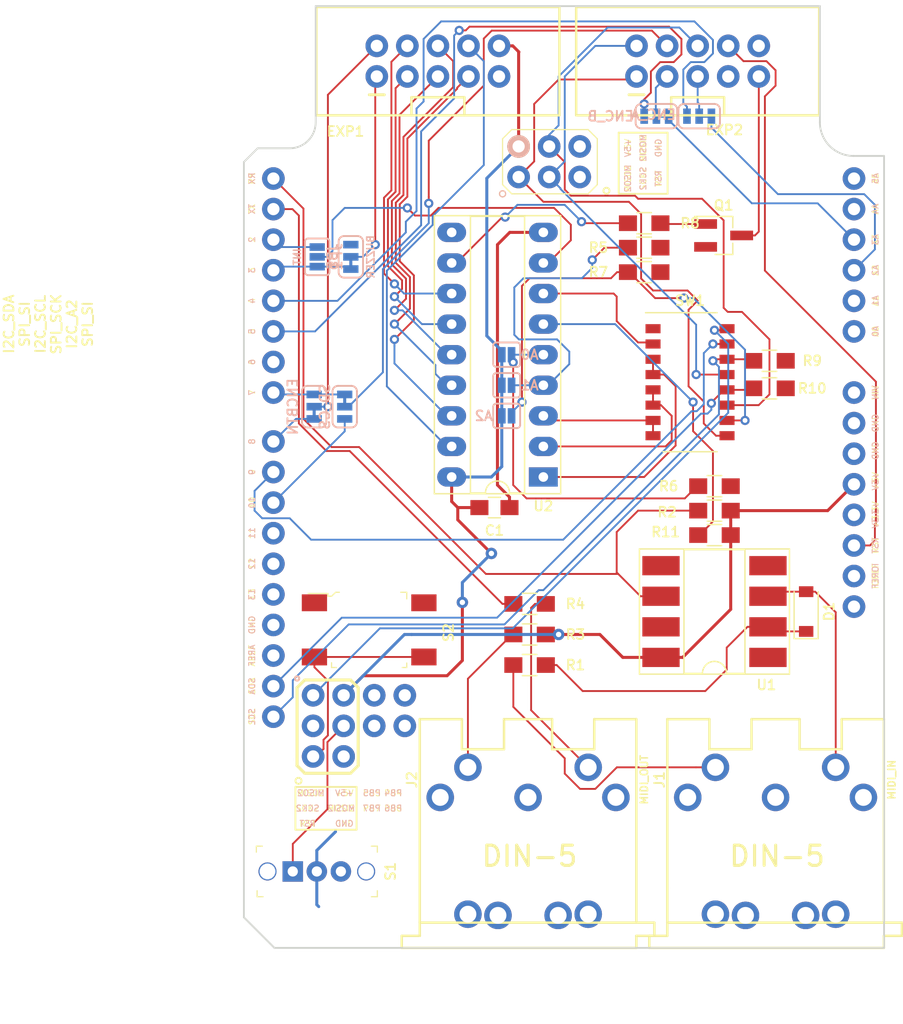
<source format=kicad_pcb>
(kicad_pcb (version 4) (host pcbnew 4.0.7-e2-6376~58~ubuntu16.04.1)

  (general
    (links 100)
    (no_connects 41)
    (area 148.260999 35.992999 201.624001 114.375001)
    (thickness 1.6)
    (drawings 48)
    (tracks 503)
    (zones 0)
    (modules 33)
    (nets 75)
  )

  (page A4)
  (title_block
    (title MIDI_UI_ARDUINO_SHIELD)
    (date 2018-07-24)
    (rev 0.3)
    (company UriShX)
  )

  (layers
    (0 F.Cu signal)
    (31 B.Cu signal)
    (32 B.Adhes user hide)
    (33 F.Adhes user hide)
    (34 B.Paste user)
    (35 F.Paste user)
    (36 B.SilkS user)
    (37 F.SilkS user)
    (38 B.Mask user)
    (39 F.Mask user)
    (40 Dwgs.User user hide)
    (41 Cmts.User user hide)
    (42 Eco1.User user hide)
    (43 Eco2.User user hide)
    (44 Edge.Cuts user)
    (45 Margin user hide)
    (46 B.CrtYd user hide)
    (47 F.CrtYd user hide)
    (48 B.Fab user hide)
    (49 F.Fab user hide)
  )

  (setup
    (last_trace_width 0.1524)
    (trace_clearance 0.175)
    (zone_clearance 0.508)
    (zone_45_only yes)
    (trace_min 0.1524)
    (segment_width 0.2)
    (edge_width 0.15)
    (via_size 0.762)
    (via_drill 0.4064)
    (via_min_size 0.6858)
    (via_min_drill 0.35)
    (uvia_size 0.762)
    (uvia_drill 0.4064)
    (uvias_allowed no)
    (uvia_min_size 0.2)
    (uvia_min_drill 0.1)
    (pcb_text_width 0.3)
    (pcb_text_size 1.5 1.5)
    (mod_edge_width 0.15)
    (mod_text_size 0.8128 0.8128)
    (mod_text_width 0.1524)
    (pad_size 1.524 1.524)
    (pad_drill 0.762)
    (pad_to_mask_clearance 0.2)
    (aux_axis_origin 0 0)
    (visible_elements 7FFFFF3B)
    (pcbplotparams
      (layerselection 0x010f0_80000001)
      (usegerberextensions true)
      (excludeedgelayer true)
      (linewidth 0.100000)
      (plotframeref false)
      (viasonmask false)
      (mode 1)
      (useauxorigin false)
      (hpglpennumber 1)
      (hpglpenspeed 20)
      (hpglpendiameter 15)
      (hpglpenoverlay 2)
      (psnegative false)
      (psa4output false)
      (plotreference true)
      (plotvalue true)
      (plotinvisibletext false)
      (padsonsilk false)
      (subtractmaskfromsilk false)
      (outputformat 1)
      (mirror false)
      (drillshape 0)
      (scaleselection 1)
      (outputdirectory GERBER/))
  )

  (net 0 "")
  (net 1 VCC)
  (net 2 /ENC_A_NC)
  (net 3 /ENC_B_NC)
  (net 4 /ENC_A_NO)
  (net 5 /ENC_B_NO)
  (net 6 /SD_CS)
  (net 7 /ENC_BTN_NC)
  (net 8 /MOSI_)
  (net 9 /MISO_)
  (net 10 /SCK_)
  (net 11 GND)
  (net 12 /ARDUINO_RST)
  (net 13 /16U2_TX)
  (net 14 /16U2_RX)
  (net 15 /16U2_RSTJP)
  (net 16 /MIDI_IN)
  (net 17 /MIDI_OUT)
  (net 18 /BUZZER)
  (net 19 /ENC_BTN)
  (net 20 /LCDE)
  (net 21 /LCDRS)
  (net 22 /LCD4)
  (net 23 /LCD5)
  (net 24 /LCD6)
  (net 25 /LCD7)
  (net 26 /ENC_B)
  (net 27 /ENC_A)
  (net 28 "Net-(D1-Pad2)")
  (net 29 /FAST_SERIAL)
  (net 30 /EXT_INT1)
  (net 31 /SD_CS_NC/ENC_BTN_NO)
  (net 32 /EXPANDER_CS)
  (net 33 /SCL)
  (net 34 /SDA)
  (net 35 "Net-(JP6-Pad1)")
  (net 36 "Net-(JP8-Pad1)")
  (net 37 "Net-(B2-PadRST2)")
  (net 38 "Net-(D1-Pad1)")
  (net 39 "Net-(J1-Pad5)")
  (net 40 "Net-(J2-Pad4)")
  (net 41 "Net-(J2-Pad5)")
  (net 42 /SD_CS_NO)
  (net 43 /GND_CTL)
  (net 44 /LCD_GND_CTL)
  (net 45 /BUZZER_)
  (net 46 "Net-(B2-Pad3.3V)")
  (net 47 "Net-(B2-PadA0)")
  (net 48 "Net-(B2-PadA1)")
  (net 49 /_UNO_SDA)
  (net 50 /_UNO_SCL)
  (net 51 "Net-(B2-PadAREF)")
  (net 52 /EXT_INT0)
  (net 53 "Net-(B2-PadD6)")
  (net 54 "Net-(B2-PadIORE)")
  (net 55 "Net-(B2-PadVIN)")
  (net 56 /SD_DET)
  (net 57 "Net-(EXP2-Pad10)")
  (net 58 "Net-(J1-Pad1)")
  (net 59 "Net-(J1-Pad2)")
  (net 60 "Net-(J1-Pad3)")
  (net 61 "Net-(J2-Pad1)")
  (net 62 "Net-(J2-Pad3)")
  (net 63 /LCD&BUZZER_CS)
  (net 64 "Net-(B2-PadSCK2)")
  (net 65 "Net-(B2-PadPB7)")
  (net 66 "Net-(B2-PadPB6)")
  (net 67 "Net-(JP1-Pad2)")
  (net 68 "Net-(JP9-Pad2)")
  (net 69 "Net-(Q1-Pad1)")
  (net 70 "Net-(R11-Pad2)")
  (net 71 "Net-(SW1-Pad3)")
  (net 72 "Net-(SW1-Pad5)")
  (net 73 "Net-(SW1-Pad7)")
  (net 74 "Net-(S1-Pad3)")

  (net_class Default "This is the default net class."
    (clearance 0.175)
    (trace_width 0.1524)
    (via_dia 0.762)
    (via_drill 0.4064)
    (uvia_dia 0.762)
    (uvia_drill 0.4064)
    (add_net /16U2_RSTJP)
    (add_net /16U2_RX)
    (add_net /16U2_TX)
    (add_net /ARDUINO_RST)
    (add_net /BUZZER)
    (add_net /BUZZER_)
    (add_net /ENC_A)
    (add_net /ENC_A_NC)
    (add_net /ENC_A_NO)
    (add_net /ENC_B)
    (add_net /ENC_BTN)
    (add_net /ENC_BTN_NC)
    (add_net /ENC_B_NC)
    (add_net /ENC_B_NO)
    (add_net /EXPANDER_CS)
    (add_net /EXT_INT0)
    (add_net /EXT_INT1)
    (add_net /FAST_SERIAL)
    (add_net /GND_CTL)
    (add_net /LCD&BUZZER_CS)
    (add_net /LCD4)
    (add_net /LCD5)
    (add_net /LCD6)
    (add_net /LCD7)
    (add_net /LCDE)
    (add_net /LCDRS)
    (add_net /LCD_GND_CTL)
    (add_net /MIDI_IN)
    (add_net /MIDI_OUT)
    (add_net /MISO_)
    (add_net /MOSI_)
    (add_net /SCK_)
    (add_net /SCL)
    (add_net /SDA)
    (add_net /SD_CS)
    (add_net /SD_CS_NC/ENC_BTN_NO)
    (add_net /SD_CS_NO)
    (add_net /SD_DET)
    (add_net /_UNO_SCL)
    (add_net /_UNO_SDA)
    (add_net "Net-(B2-Pad3.3V)")
    (add_net "Net-(B2-Pad5V_2)")
    (add_net "Net-(B2-PadA0)")
    (add_net "Net-(B2-PadA1)")
    (add_net "Net-(B2-PadAREF)")
    (add_net "Net-(B2-PadD6)")
    (add_net "Net-(B2-PadIORE)")
    (add_net "Net-(B2-PadPB6)")
    (add_net "Net-(B2-PadPB7)")
    (add_net "Net-(B2-PadRST2)")
    (add_net "Net-(B2-PadSCK2)")
    (add_net "Net-(B2-PadVIN)")
    (add_net "Net-(D1-Pad1)")
    (add_net "Net-(D1-Pad2)")
    (add_net "Net-(EXP2-Pad10)")
    (add_net "Net-(J1-Pad1)")
    (add_net "Net-(J1-Pad2)")
    (add_net "Net-(J1-Pad3)")
    (add_net "Net-(J1-Pad5)")
    (add_net "Net-(J2-Pad1)")
    (add_net "Net-(J2-Pad3)")
    (add_net "Net-(J2-Pad4)")
    (add_net "Net-(J2-Pad5)")
    (add_net "Net-(JP1-Pad2)")
    (add_net "Net-(JP6-Pad1)")
    (add_net "Net-(JP8-Pad1)")
    (add_net "Net-(JP9-Pad2)")
    (add_net "Net-(Q1-Pad1)")
    (add_net "Net-(R11-Pad2)")
    (add_net "Net-(S1-Pad3)")
    (add_net "Net-(SW1-Pad3)")
    (add_net "Net-(SW1-Pad5)")
    (add_net "Net-(SW1-Pad7)")
  )

  (net_class PWR ""
    (clearance 0.25)
    (trace_width 0.25)
    (via_dia 0.95)
    (via_drill 0.45)
    (uvia_dia 0.95)
    (uvia_drill 0.45)
    (add_net GND)
    (add_net VCC)
  )

  (module MyFootprintLib:UNO_R3_SHIELD_16u2_BREAKOUT_wHoles locked (layer F.Cu) (tedit 5B57134C) (tstamp 5B57BD48)
    (at 148.25 105)
    (descr "ARDUINO UNO-COMPATIBLE FOOTPRINT WITH ICSP")
    (tags "ARDUINO UNO-COMPATIBLE FOOTPRINT WITH ICSP")
    (path /5AB7A670)
    (attr virtual)
    (fp_text reference B2 (at 26.924 -61.468) (layer F.SilkS) hide
      (effects (font (size 0.8128 0.8128) (thickness 0.1524)))
    )
    (fp_text value ARDUINO_UNO_R3_SHIELD_ICSP_16u2_BREAKOUT (at 26.924 -60.452) (layer F.SilkS) hide
      (effects (font (size 0.6096 0.6096) (thickness 0.127)))
    )
    (fp_circle (center 21.59 -53.34) (end 21.844 -53.34) (layer B.SilkS) (width 0.1))
    (fp_text user GND (at 34.544 -57.15 270) (layer F.SilkS)
      (effects (font (size 0.5 0.5) (thickness 0.075)))
    )
    (fp_text user SCK2 (at 33.274 -54.61 90) (layer F.SilkS)
      (effects (font (size 0.5 0.5) (thickness 0.075)))
    )
    (fp_text user +5V (at 32.004 -57.15 270) (layer F.SilkS)
      (effects (font (size 0.5 0.5) (thickness 0.075)))
    )
    (fp_text user RST (at 34.544 -54.61 270) (layer F.SilkS)
      (effects (font (size 0.5 0.5) (thickness 0.075)))
    )
    (fp_text user MOSI2 (at 33.274 -57.15 90) (layer F.SilkS)
      (effects (font (size 0.5 0.5) (thickness 0.075)))
    )
    (fp_text user MISO2 (at 32.004 -54.61 90) (layer F.SilkS)
      (effects (font (size 0.5 0.5) (thickness 0.075)))
    )
    (fp_line (start 35.306 -58.42) (end 31.242 -58.42) (layer F.SilkS) (width 0.15))
    (fp_line (start 35.306 -53.34) (end 35.306 -58.42) (layer F.SilkS) (width 0.15))
    (fp_line (start 31.242 -58.42) (end 31.242 -53.34) (layer F.SilkS) (width 0.15))
    (fp_line (start 35.306 -53.34) (end 31.242 -53.34) (layer F.SilkS) (width 0.15))
    (fp_circle (center 30.226 -53.594) (end 30.226 -53.34) (layer F.SilkS) (width 0.15))
    (fp_text user MISO2 (at 32.004 -54.61 90) (layer B.SilkS)
      (effects (font (size 0.5 0.5) (thickness 0.075)) (justify mirror))
    )
    (fp_text user SCK2 (at 33.274 -54.61 90) (layer B.SilkS)
      (effects (font (size 0.5 0.5) (thickness 0.075)) (justify mirror))
    )
    (fp_text user RST (at 34.544 -54.61 90) (layer B.SilkS)
      (effects (font (size 0.5 0.5) (thickness 0.075)) (justify mirror))
    )
    (fp_text user GND (at 34.544 -57.15 90) (layer B.SilkS)
      (effects (font (size 0.5 0.5) (thickness 0.075)) (justify mirror))
    )
    (fp_text user MOSI2 (at 33.274 -57.15 90) (layer B.SilkS)
      (effects (font (size 0.5 0.5) (thickness 0.075)) (justify mirror))
    )
    (fp_text user +5V (at 32.004 -57.15 90) (layer B.SilkS)
      (effects (font (size 0.5 0.5) (thickness 0.075)) (justify mirror))
    )
    (fp_text user A5 (at 52.578 -54.61 90) (layer B.SilkS)
      (effects (font (size 0.5 0.5) (thickness 0.075)) (justify mirror))
    )
    (fp_text user A4 (at 52.578 -52.07 90) (layer B.SilkS)
      (effects (font (size 0.5 0.5) (thickness 0.075)) (justify mirror))
    )
    (fp_text user A3 (at 52.578 -49.53 90) (layer B.SilkS)
      (effects (font (size 0.5 0.5) (thickness 0.075)) (justify mirror))
    )
    (fp_text user A2 (at 52.578 -46.99 90) (layer B.SilkS)
      (effects (font (size 0.5 0.5) (thickness 0.075)) (justify mirror))
    )
    (fp_text user A1 (at 52.578 -44.45 90) (layer B.SilkS)
      (effects (font (size 0.5 0.5) (thickness 0.075)) (justify mirror))
    )
    (fp_text user A0 (at 52.578 -41.91 90) (layer B.SilkS)
      (effects (font (size 0.5 0.5) (thickness 0.075)) (justify mirror))
    )
    (fp_text user VIN (at 52.578 -36.83 90) (layer B.SilkS)
      (effects (font (size 0.5 0.5) (thickness 0.075)) (justify mirror))
    )
    (fp_text user GND (at 52.578 -34.29 90) (layer B.SilkS)
      (effects (font (size 0.5 0.5) (thickness 0.075)) (justify mirror))
    )
    (fp_text user GND (at 52.578 -32.004 90) (layer B.SilkS)
      (effects (font (size 0.5 0.5) (thickness 0.075)) (justify mirror))
    )
    (fp_text user +5V (at 52.578 -29.464 90) (layer B.SilkS)
      (effects (font (size 0.5 0.5) (thickness 0.075)) (justify mirror))
    )
    (fp_text user +3.3V (at 52.578 -26.67 90) (layer B.SilkS)
      (effects (font (size 0.5 0.5) (thickness 0.075)) (justify mirror))
    )
    (fp_text user RST (at 52.578 -24.13 90) (layer B.SilkS)
      (effects (font (size 0.5 0.5) (thickness 0.075)) (justify mirror))
    )
    (fp_text user IOREF (at 52.578 -21.59 90) (layer B.SilkS)
      (effects (font (size 0.5 0.5) (thickness 0.075)) (justify mirror))
    )
    (fp_text user PB7 (at 10.722 -2.294) (layer B.SilkS)
      (effects (font (size 0.5 0.5) (thickness 0.075)) (justify mirror))
    )
    (fp_text user PB6 (at 12.5 -2.294) (layer B.SilkS)
      (effects (font (size 0.5 0.5) (thickness 0.075)) (justify mirror))
    )
    (fp_text user PB4 (at 12.5 -3.564) (layer B.SilkS)
      (effects (font (size 0.5 0.5) (thickness 0.075)) (justify mirror))
    )
    (fp_text user PB5 (at 10.722 -3.564) (layer B.SilkS)
      (effects (font (size 0.5 0.5) (thickness 0.075)) (justify mirror))
    )
    (fp_text user +5V (at 8.436 -3.564) (layer B.SilkS)
      (effects (font (size 0.5 0.5) (thickness 0.075)) (justify mirror))
    )
    (fp_text user MOSI2 (at 8.182 -2.294) (layer B.SilkS)
      (effects (font (size 0.5 0.5) (thickness 0.075)) (justify mirror))
    )
    (fp_text user GND (at 8.436 -1.024) (layer B.SilkS)
      (effects (font (size 0.5 0.5) (thickness 0.075)) (justify mirror))
    )
    (fp_text user RST (at 5.388 -1.024) (layer B.SilkS)
      (effects (font (size 0.5 0.5) (thickness 0.075)) (justify mirror))
    )
    (fp_text user SCK2 (at 5.388 -2.294) (layer B.SilkS)
      (effects (font (size 0.5 0.5) (thickness 0.075)) (justify mirror))
    )
    (fp_text user MISO2 (at 5.642 -3.564) (layer B.SilkS)
      (effects (font (size 0.5 0.5) (thickness 0.075)) (justify mirror))
    )
    (fp_circle (center 4.5085 -13.081) (end 4.6355 -12.954) (layer B.SilkS) (width 0.15))
    (fp_text user SCL (at 0.762 -9.906 90) (layer B.SilkS)
      (effects (font (size 0.5 0.5) (thickness 0.075)) (justify mirror))
    )
    (fp_text user SDA (at 0.762 -12.446 90) (layer B.SilkS)
      (effects (font (size 0.5 0.5) (thickness 0.075)) (justify mirror))
    )
    (fp_text user AREF (at 0.762 -14.986 90) (layer B.SilkS)
      (effects (font (size 0.5 0.5) (thickness 0.075)) (justify mirror))
    )
    (fp_text user GND (at 0.762 -17.526 90) (layer B.SilkS)
      (effects (font (size 0.5 0.5) (thickness 0.075)) (justify mirror))
    )
    (fp_text user 13 (at 0.762 -20.066 90) (layer B.SilkS)
      (effects (font (size 0.5 0.5) (thickness 0.075)) (justify mirror))
    )
    (fp_text user 12 (at 0.762 -22.606 90) (layer B.SilkS)
      (effects (font (size 0.5 0.5) (thickness 0.075)) (justify mirror))
    )
    (fp_text user 11 (at 0.762 -25.146 90) (layer B.SilkS)
      (effects (font (size 0.5 0.5) (thickness 0.075)) (justify mirror))
    )
    (fp_text user 10 (at 0.762 -27.686 90) (layer B.SilkS)
      (effects (font (size 0.5 0.5) (thickness 0.075)) (justify mirror))
    )
    (fp_text user 9 (at 0.762 -30.226 90) (layer B.SilkS)
      (effects (font (size 0.5 0.5) (thickness 0.075)) (justify mirror))
    )
    (fp_text user 8 (at 0.762 -32.766 90) (layer B.SilkS)
      (effects (font (size 0.5 0.5) (thickness 0.075)) (justify mirror))
    )
    (fp_text user 7 (at 0.762 -36.83 90) (layer B.SilkS)
      (effects (font (size 0.5 0.5) (thickness 0.075)) (justify mirror))
    )
    (fp_text user 6 (at 0.762 -39.37 90) (layer B.SilkS)
      (effects (font (size 0.5 0.5) (thickness 0.075)) (justify mirror))
    )
    (fp_text user 5 (at 0.762 -41.91 90) (layer B.SilkS)
      (effects (font (size 0.5 0.5) (thickness 0.075)) (justify mirror))
    )
    (fp_text user 4 (at 0.762 -44.45 90) (layer B.SilkS)
      (effects (font (size 0.5 0.5) (thickness 0.075)) (justify mirror))
    )
    (fp_text user 3 (at 0.762 -46.99 90) (layer B.SilkS)
      (effects (font (size 0.5 0.5) (thickness 0.075)) (justify mirror))
    )
    (fp_text user 2 (at 0.762 -49.53 90) (layer B.SilkS)
      (effects (font (size 0.5 0.5) (thickness 0.075)) (justify mirror))
    )
    (fp_text user TX (at 0.762 -52.07 90) (layer B.SilkS)
      (effects (font (size 0.5 0.5) (thickness 0.075)) (justify mirror))
    )
    (fp_text user RX (at 0.762 -54.61 90) (layer B.SilkS)
      (effects (font (size 0.5 0.5) (thickness 0.075)) (justify mirror))
    )
    (fp_circle (center 21.59 -53.34) (end 21.844 -53.34) (layer Dwgs.User) (width 0.1))
    (fp_line (start 28.702 -58.674) (end 29.464 -57.912) (layer Dwgs.User) (width 0.1))
    (fp_line (start 29.464 -57.912) (end 29.464 -54.102) (layer Dwgs.User) (width 0.1))
    (fp_line (start 29.464 -54.102) (end 28.702 -53.34) (layer Dwgs.User) (width 0.1))
    (fp_line (start 28.702 -53.34) (end 22.606 -53.34) (layer Dwgs.User) (width 0.1))
    (fp_line (start 22.606 -53.34) (end 22.352 -53.34) (layer Dwgs.User) (width 0.1))
    (fp_line (start 22.352 -53.34) (end 21.59 -54.102) (layer Dwgs.User) (width 0.1))
    (fp_line (start 21.59 -54.102) (end 21.59 -54.356) (layer Dwgs.User) (width 0.1))
    (fp_line (start 21.59 -57.912) (end 21.59 -54.356) (layer Dwgs.User) (width 0.1))
    (fp_line (start 21.59 -57.912) (end 22.352 -58.674) (layer Dwgs.User) (width 0.1))
    (fp_line (start 22.352 -58.674) (end 28.702 -58.674) (layer Dwgs.User) (width 0.1))
    (fp_circle (center 21.59 -53.34) (end 21.844 -53.34) (layer F.SilkS) (width 0.1))
    (fp_line (start 22.606 -53.34) (end 22.352 -53.34) (layer F.SilkS) (width 0.1))
    (fp_line (start 22.352 -53.34) (end 21.59 -54.102) (layer F.SilkS) (width 0.1))
    (fp_line (start 21.59 -54.102) (end 21.59 -54.356) (layer F.SilkS) (width 0.1))
    (fp_line (start 21.59 -57.912) (end 22.352 -58.674) (layer F.SilkS) (width 0.1))
    (fp_line (start 22.352 -58.674) (end 28.702 -58.674) (layer F.SilkS) (width 0.1))
    (fp_line (start 28.702 -58.674) (end 29.464 -57.912) (layer F.SilkS) (width 0.1))
    (fp_line (start 29.464 -57.912) (end 29.464 -54.102) (layer F.SilkS) (width 0.1))
    (fp_line (start 29.464 -54.102) (end 28.702 -53.34) (layer F.SilkS) (width 0.1))
    (fp_line (start 28.702 -53.34) (end 22.606 -53.34) (layer F.SilkS) (width 0.1))
    (fp_line (start 21.59 -57.912) (end 21.59 -54.356) (layer F.SilkS) (width 0.1))
    (fp_line (start 50.8 9.144) (end 2.54 9.144) (layer Dwgs.User) (width 0.15))
    (fp_line (start 50.8 9.144) (end 53.34 6.604) (layer Dwgs.User) (width 0.15))
    (fp_line (start 53.34 6.604) (end 53.34 -2.54) (layer Dwgs.User) (width 0.15))
    (fp_line (start 2.54 9.144) (end 0 6.604) (layer Dwgs.User) (width 0.15))
    (fp_line (start 0 6.604) (end 0 -2.54) (layer Dwgs.User) (width 0.15))
    (fp_circle (center 4.5085 -13.081) (end 4.6355 -12.954) (layer Dwgs.User) (width 0.15))
    (fp_line (start 5.1435 -12.954) (end 8.9535 -12.954) (layer Dwgs.User) (width 0.254))
    (fp_line (start 4.5085 -5.842) (end 4.5085 -12.319) (layer Dwgs.User) (width 0.254))
    (fp_text user PB7 (at 10.722 -2.294) (layer F.SilkS)
      (effects (font (size 0.5 0.5) (thickness 0.075)))
    )
    (fp_text user PB4 (at 12.5 -3.564) (layer F.SilkS)
      (effects (font (size 0.5 0.5) (thickness 0.075)))
    )
    (fp_text user PB6 (at 12.5 -2.294) (layer F.SilkS)
      (effects (font (size 0.5 0.5) (thickness 0.075)))
    )
    (fp_text user PB5 (at 10.722 -3.564) (layer F.SilkS)
      (effects (font (size 0.5 0.5) (thickness 0.075)))
    )
    (fp_circle (center 4.626 -4.58) (end 4.626 -4.326) (layer F.SilkS) (width 0.15))
    (fp_line (start 9.452 -0.516) (end 4.372 -0.516) (layer F.SilkS) (width 0.15))
    (fp_line (start 4.372 -4.072) (end 4.372 -0.516) (layer F.SilkS) (width 0.15))
    (fp_line (start 9.452 -0.516) (end 9.452 -4.072) (layer F.SilkS) (width 0.15))
    (fp_line (start 9.452 -4.072) (end 4.372 -4.072) (layer F.SilkS) (width 0.15))
    (fp_text user MISO2 (at 5.642 -3.564) (layer F.SilkS)
      (effects (font (size 0.5 0.5) (thickness 0.075)))
    )
    (fp_text user MOSI2 (at 8.182 -2.294) (layer F.SilkS)
      (effects (font (size 0.5 0.5) (thickness 0.075)))
    )
    (fp_text user RST (at 5.388 -1.024 180) (layer F.SilkS)
      (effects (font (size 0.5 0.5) (thickness 0.075)))
    )
    (fp_text user +5V (at 8.436 -3.564 180) (layer F.SilkS)
      (effects (font (size 0.5 0.5) (thickness 0.075)))
    )
    (fp_text user SCK2 (at 5.388 -2.294) (layer F.SilkS)
      (effects (font (size 0.5 0.5) (thickness 0.075)))
    )
    (fp_text user GND (at 8.436 -1.024 180) (layer F.SilkS)
      (effects (font (size 0.5 0.5) (thickness 0.075)))
    )
    (fp_text user A0 (at 52.578 -41.91 90) (layer F.SilkS)
      (effects (font (size 0.5 0.5) (thickness 0.075)))
    )
    (fp_text user A1 (at 52.578 -44.45 90) (layer F.SilkS)
      (effects (font (size 0.5 0.5) (thickness 0.075)))
    )
    (fp_text user A3 (at 52.578 -49.53 90) (layer F.SilkS)
      (effects (font (size 0.5 0.5) (thickness 0.075)))
    )
    (fp_text user A2 (at 52.578 -46.99 90) (layer F.SilkS)
      (effects (font (size 0.5 0.5) (thickness 0.075)))
    )
    (fp_text user A4 (at 52.578 -52.07 90) (layer F.SilkS)
      (effects (font (size 0.5 0.5) (thickness 0.075)))
    )
    (fp_text user A5 (at 52.578 -54.61 90) (layer F.SilkS)
      (effects (font (size 0.5 0.5) (thickness 0.075)))
    )
    (fp_circle (center 4.5085 -13.081) (end 4.6355 -12.954) (layer F.SilkS) (width 0.15))
    (fp_line (start 2.54 0) (end 9.50214 0) (layer Dwgs.User) (width 0.254))
    (fp_line (start 9.50214 0) (end 21.70176 0) (layer Dwgs.User) (width 0.254))
    (fp_line (start 21.70176 0) (end 50.8 0) (layer Dwgs.User) (width 0.254))
    (fp_line (start 50.8 0) (end 53.34 -2.54) (layer Dwgs.User) (width 0.254))
    (fp_line (start 53.34 -57.15) (end 50.8 -57.15) (layer Dwgs.User) (width 0.254))
    (fp_line (start 50.8 -57.15) (end 48.26 -59.69) (layer Dwgs.User) (width 0.254))
    (fp_line (start 0 -55.88) (end 0 -2.54) (layer Dwgs.User) (width 0.254))
    (fp_line (start 0 -2.54) (end 2.54 0) (layer Dwgs.User) (width 0.254))
    (fp_line (start 48.26 -59.69) (end 15.24 -59.69) (layer Dwgs.User) (width 0.254))
    (fp_line (start 15.24 -59.69) (end 12.7 -57.15) (layer Dwgs.User) (width 0.254))
    (fp_line (start 12.7 -57.15) (end 1.27 -57.15) (layer Dwgs.User) (width 0.254))
    (fp_line (start 1.27 -57.15) (end 0 -55.88) (layer Dwgs.User) (width 0.254))
    (fp_line (start 53.34 -2.54) (end 53.34 -57.15) (layer Dwgs.User) (width 0.254))
    (fp_line (start 9.50214 15.49908) (end 21.70176 15.49908) (layer Dwgs.User) (width 0.254))
    (fp_line (start 40.19804 10.2997) (end 49.1998 10.2997) (layer Dwgs.User) (width 0.254))
    (fp_line (start 9.50214 15.49908) (end 9.50214 0) (layer Dwgs.User) (width 0.254))
    (fp_line (start 21.70176 15.49908) (end 21.70176 0) (layer Dwgs.User) (width 0.254))
    (fp_line (start 40.19804 10.2997) (end 40.19804 0.09906) (layer Dwgs.User) (width 0.254))
    (fp_line (start 49.1998 10.2997) (end 49.1998 0.09906) (layer Dwgs.User) (width 0.254))
    (fp_line (start 1.27 -55.88) (end 3.81 -55.88) (layer Dwgs.User) (width 0.127))
    (fp_line (start 3.81 -55.88) (end 3.81 -35.56) (layer Dwgs.User) (width 0.127))
    (fp_line (start 3.81 -35.56) (end 1.27 -35.56) (layer Dwgs.User) (width 0.127))
    (fp_line (start 1.27 -35.56) (end 1.27 -55.88) (layer Dwgs.User) (width 0.127))
    (fp_line (start 1.27 -34.036) (end 3.81 -34.036) (layer Dwgs.User) (width 0.127))
    (fp_line (start 3.81 -34.036) (end 3.81 -8.636) (layer Dwgs.User) (width 0.127))
    (fp_line (start 3.81 -8.636) (end 1.27 -8.636) (layer Dwgs.User) (width 0.127))
    (fp_line (start 1.27 -8.636) (end 1.27 -34.036) (layer Dwgs.User) (width 0.127))
    (fp_line (start 49.53 -17.78) (end 52.07 -17.78) (layer Dwgs.User) (width 0.127))
    (fp_line (start 52.07 -17.78) (end 52.07 -38.1) (layer Dwgs.User) (width 0.127))
    (fp_line (start 52.07 -38.1) (end 49.53 -38.1) (layer Dwgs.User) (width 0.127))
    (fp_line (start 49.53 -38.1) (end 49.53 -17.78) (layer Dwgs.User) (width 0.127))
    (fp_line (start 52.07 -40.64) (end 49.53 -40.64) (layer Dwgs.User) (width 0.127))
    (fp_line (start 49.53 -40.64) (end 49.53 -55.88) (layer Dwgs.User) (width 0.127))
    (fp_line (start 49.53 -55.88) (end 52.07 -55.88) (layer Dwgs.User) (width 0.127))
    (fp_line (start 52.07 -55.88) (end 52.07 -40.64) (layer Dwgs.User) (width 0.127))
    (fp_line (start 4.5085 -12.319) (end 5.1435 -12.954) (layer Dwgs.User) (width 0.254))
    (fp_line (start 5.1435 -12.954) (end 8.9535 -12.954) (layer F.SilkS) (width 0.254))
    (fp_line (start 8.9535 -12.954) (end 9.5885 -12.319) (layer Dwgs.User) (width 0.254))
    (fp_line (start 9.5885 -12.319) (end 9.5885 -5.842) (layer Dwgs.User) (width 0.254))
    (fp_line (start 9.5885 -5.842) (end 8.9535 -5.207) (layer Dwgs.User) (width 0.254))
    (fp_line (start 8.9535 -5.207) (end 5.1435 -5.207) (layer Dwgs.User) (width 0.254))
    (fp_line (start 5.1435 -5.207) (end 4.5085 -5.842) (layer Dwgs.User) (width 0.254))
    (fp_line (start 4.5085 -5.842) (end 4.5085 -12.319) (layer F.SilkS) (width 0.254))
    (fp_line (start 4.5085 -12.319) (end 5.1435 -12.954) (layer F.SilkS) (width 0.254))
    (fp_line (start 8.9535 -12.954) (end 9.5885 -12.319) (layer F.SilkS) (width 0.254))
    (fp_line (start 9.5885 -12.319) (end 9.5885 -5.842) (layer F.SilkS) (width 0.254))
    (fp_line (start 9.5885 -5.842) (end 8.9535 -5.207) (layer F.SilkS) (width 0.254))
    (fp_line (start 8.9535 -5.207) (end 5.1435 -5.207) (layer F.SilkS) (width 0.254))
    (fp_line (start 5.1435 -5.207) (end 4.5085 -5.842) (layer F.SilkS) (width 0.254))
    (fp_text user GND (at 52.578 -32.004 90) (layer F.SilkS)
      (effects (font (size 0.5 0.5) (thickness 0.075)))
    )
    (fp_text user GND (at 52.578 -34.29 90) (layer F.SilkS)
      (effects (font (size 0.5 0.5) (thickness 0.075)))
    )
    (fp_text user +5V (at 52.578 -29.464 90) (layer F.SilkS)
      (effects (font (size 0.5 0.5) (thickness 0.075)))
    )
    (fp_text user RST (at 52.578 -24.13 90) (layer F.SilkS)
      (effects (font (size 0.5 0.5) (thickness 0.075)))
    )
    (fp_text user VIN (at 52.578 -36.83 90) (layer F.SilkS)
      (effects (font (size 0.5 0.5) (thickness 0.075)))
    )
    (fp_text user +3.3V (at 52.578 -26.67 90) (layer F.SilkS)
      (effects (font (size 0.5 0.5) (thickness 0.075)))
    )
    (fp_text user GND (at 0.762 -17.526 90) (layer F.SilkS)
      (effects (font (size 0.5 0.5) (thickness 0.075)))
    )
    (fp_text user 13 (at 0.762 -20.066 90) (layer F.SilkS)
      (effects (font (size 0.5 0.5) (thickness 0.075)))
    )
    (fp_text user 12 (at 0.762 -22.606 90) (layer F.SilkS)
      (effects (font (size 0.5 0.5) (thickness 0.075)))
    )
    (fp_text user 11 (at 0.762 -25.146 90) (layer F.SilkS)
      (effects (font (size 0.5 0.5) (thickness 0.075)))
    )
    (fp_text user AREF (at 0.762 -14.986 90) (layer F.SilkS)
      (effects (font (size 0.5 0.5) (thickness 0.075)))
    )
    (fp_text user 10 (at 0.762 -27.686 90) (layer F.SilkS)
      (effects (font (size 0.5 0.5) (thickness 0.075)))
    )
    (fp_text user 9 (at 0.762 -30.226 90) (layer F.SilkS)
      (effects (font (size 0.5 0.5) (thickness 0.075)))
    )
    (fp_text user 8 (at 0.762 -32.766 90) (layer F.SilkS)
      (effects (font (size 0.5 0.5) (thickness 0.075)))
    )
    (fp_text user 7 (at 0.762 -36.83 90) (layer F.SilkS)
      (effects (font (size 0.5 0.5) (thickness 0.075)))
    )
    (fp_text user 6 (at 0.762 -39.37 90) (layer F.SilkS)
      (effects (font (size 0.5 0.5) (thickness 0.075)))
    )
    (fp_text user 5 (at 0.762 -41.91 90) (layer F.SilkS)
      (effects (font (size 0.5 0.5) (thickness 0.075)))
    )
    (fp_text user 4 (at 0.762 -44.45 90) (layer F.SilkS)
      (effects (font (size 0.5 0.5) (thickness 0.075)))
    )
    (fp_text user 3 (at 0.762 -46.99 90) (layer F.SilkS)
      (effects (font (size 0.5 0.5) (thickness 0.075)))
    )
    (fp_text user 2 (at 0.762 -49.53 90) (layer F.SilkS)
      (effects (font (size 0.5 0.5) (thickness 0.075)))
    )
    (fp_text user TX (at 0.762 -52.07 90) (layer F.SilkS)
      (effects (font (size 0.5 0.5) (thickness 0.075)))
    )
    (fp_text user RX (at 0.762 -54.61 90) (layer F.SilkS)
      (effects (font (size 0.5 0.5) (thickness 0.075)))
    )
    (fp_text user SDA (at 0.762 -12.446 90) (layer F.SilkS)
      (effects (font (size 0.5 0.5) (thickness 0.075)))
    )
    (fp_text user SCL (at 0.762 -9.906 90) (layer F.SilkS)
      (effects (font (size 0.5 0.5) (thickness 0.075)))
    )
    (fp_text user IOREF (at 52.578 -21.59 90) (layer F.SilkS)
      (effects (font (size 0.5 0.5) (thickness 0.075)))
    )
    (fp_text user USB (at 15.494 13.97) (layer Dwgs.User)
      (effects (font (size 1.016 1.016) (thickness 0.1524)))
    )
    (fp_text user "PWR JACK" (at 44.704 8.89) (layer Dwgs.User)
      (effects (font (size 1.016 1.016) (thickness 0.1524)))
    )
    (pad GND@ thru_hole circle (at 28.0035 -57.277) (size 1.8796 1.8796) (drill 1.016) (layers *.Cu *.Mask)
      (net 11 GND))
    (pad RST thru_hole circle (at 28.0035 -54.737) (size 1.8796 1.8796) (drill 1.016) (layers *.Cu *.Mask))
    (pad MOSI thru_hole circle (at 25.4635 -57.277) (size 1.8796 1.8796) (drill 1.016) (layers *.Cu *.Mask)
      (net 8 /MOSI_))
    (pad SCK thru_hole circle (at 25.4635 -54.737) (size 1.8796 1.8796) (drill 1.016) (layers *.Cu *.Mask)
      (net 10 /SCK_))
    (pad 5V thru_hole circle (at 22.9235 -57.277) (size 1.8796 1.8796) (drill 1.016) (layers *.Cu *.SilkS *.Mask)
      (net 1 VCC))
    (pad MISO thru_hole circle (at 22.9235 -54.737) (size 1.8796 1.8796) (drill 1.016) (layers *.Cu *.Mask)
      (net 9 /MISO_))
    (pad 3.3V thru_hole circle (at 50.8 -26.67) (size 1.8796 1.8796) (drill 1.016) (layers *.Cu *.Mask)
      (net 46 "Net-(B2-Pad3.3V)") (solder_mask_margin 0.1016))
    (pad 5V thru_hole circle (at 50.8 -29.21) (size 1.8796 1.8796) (drill 1.016) (layers *.Cu *.Mask)
      (net 1 VCC) (solder_mask_margin 0.1016))
    (pad A0 thru_hole circle (at 50.8 -41.91) (size 1.8796 1.8796) (drill 1.016) (layers *.Cu *.Mask)
      (net 47 "Net-(B2-PadA0)") (solder_mask_margin 0.1016))
    (pad A1 thru_hole circle (at 50.8 -44.45) (size 1.8796 1.8796) (drill 1.016) (layers *.Cu *.Mask)
      (net 48 "Net-(B2-PadA1)") (solder_mask_margin 0.1016))
    (pad A2 thru_hole circle (at 50.8 -46.99) (size 1.8796 1.8796) (drill 1.016) (layers *.Cu *.Mask)
      (net 2 /ENC_A_NC) (solder_mask_margin 0.1016))
    (pad A3 thru_hole circle (at 50.8 -49.53) (size 1.8796 1.8796) (drill 1.016) (layers *.Cu *.Mask)
      (net 3 /ENC_B_NC) (solder_mask_margin 0.1016))
    (pad A4 thru_hole circle (at 50.8 -52.07) (size 1.8796 1.8796) (drill 1.016) (layers *.Cu *.Mask)
      (net 49 /_UNO_SDA) (solder_mask_margin 0.1016))
    (pad A5 thru_hole circle (at 50.8 -54.61) (size 1.8796 1.8796) (drill 1.016) (layers *.Cu *.Mask)
      (net 50 /_UNO_SCL) (solder_mask_margin 0.1016))
    (pad AREF thru_hole circle (at 2.54 -14.986) (size 1.8796 1.8796) (drill 1.016) (layers *.Cu *.Mask)
      (net 51 "Net-(B2-PadAREF)") (solder_mask_margin 0.1016))
    (pad D2 thru_hole circle (at 2.54 -49.53) (size 1.8796 1.8796) (drill 1.016) (layers *.Cu *.Mask)
      (net 52 /EXT_INT0) (solder_mask_margin 0.1016))
    (pad D3 thru_hole circle (at 2.54 -46.99) (size 1.8796 1.8796) (drill 1.016) (layers *.Cu *.Mask)
      (net 30 /EXT_INT1) (solder_mask_margin 0.1016))
    (pad D4 thru_hole circle (at 2.54 -44.45) (size 1.8796 1.8796) (drill 1.016) (layers *.Cu *.Mask)
      (net 4 /ENC_A_NO) (solder_mask_margin 0.1016))
    (pad D5 thru_hole circle (at 2.54 -41.91) (size 1.8796 1.8796) (drill 1.016) (layers *.Cu *.Mask)
      (net 5 /ENC_B_NO) (solder_mask_margin 0.1016))
    (pad D6 thru_hole circle (at 2.54 -39.37) (size 1.8796 1.8796) (drill 1.016) (layers *.Cu *.Mask)
      (net 53 "Net-(B2-PadD6)") (solder_mask_margin 0.1016))
    (pad D7 thru_hole circle (at 2.54 -36.83) (size 1.8796 1.8796) (drill 1.016) (layers *.Cu *.Mask)
      (net 31 /SD_CS_NC/ENC_BTN_NO) (solder_mask_margin 0.1016))
    (pad D8 thru_hole circle (at 2.54 -32.766) (size 1.8796 1.8796) (drill 1.016) (layers *.Cu *.Mask)
      (net 7 /ENC_BTN_NC) (solder_mask_margin 0.1016))
    (pad D9 thru_hole circle (at 2.54 -30.226) (size 1.8796 1.8796) (drill 1.016) (layers *.Cu *.Mask)
      (net 63 /LCD&BUZZER_CS) (solder_mask_margin 0.1016))
    (pad D10 thru_hole circle (at 2.54 -27.686) (size 1.8796 1.8796) (drill 1.016) (layers *.Cu *.Mask)
      (net 42 /SD_CS_NO) (solder_mask_margin 0.1016))
    (pad D11 thru_hole circle (at 2.54 -25.146) (size 1.8796 1.8796) (drill 1.016) (layers *.Cu *.Mask)
      (net 8 /MOSI_) (solder_mask_margin 0.1016))
    (pad D12 thru_hole circle (at 2.54 -22.606) (size 1.8796 1.8796) (drill 1.016) (layers *.Cu *.Mask)
      (net 9 /MISO_) (solder_mask_margin 0.1016))
    (pad D13 thru_hole circle (at 2.54 -20.066) (size 1.8796 1.8796) (drill 1.016) (layers *.Cu *.Mask)
      (net 10 /SCK_) (solder_mask_margin 0.1016))
    (pad GND@ thru_hole circle (at 50.8 -31.75) (size 1.8796 1.8796) (drill 1.016) (layers *.Cu *.Mask)
      (net 11 GND) (solder_mask_margin 0.1016))
    (pad GND@ thru_hole circle (at 50.8 -34.29) (size 1.8796 1.8796) (drill 1.016) (layers *.Cu *.Mask)
      (net 11 GND) (solder_mask_margin 0.1016))
    (pad GND@ thru_hole circle (at 2.54 -17.526) (size 1.8796 1.8796) (drill 1.016) (layers *.Cu *.Mask)
      (net 11 GND) (solder_mask_margin 0.1016))
    (pad IORE thru_hole circle (at 50.8 -21.59) (size 1.8796 1.8796) (drill 1.016) (layers *.Cu *.Mask)
      (net 54 "Net-(B2-PadIORE)") (solder_mask_margin 0.1016))
    (pad NC thru_hole circle (at 50.8 -19.05) (size 1.8796 1.8796) (drill 1.016) (layers *.Cu *.Mask)
      (solder_mask_margin 0.1016))
    (pad RES thru_hole circle (at 50.8 -24.13) (size 1.8796 1.8796) (drill 1.016) (layers *.Cu *.Mask)
      (net 12 /ARDUINO_RST) (solder_mask_margin 0.1016))
    (pad RX thru_hole circle (at 2.54 -54.61) (size 1.8796 1.8796) (drill 1.016) (layers *.Cu *.Mask)
      (net 16 /MIDI_IN) (solder_mask_margin 0.1016))
    (pad SCL thru_hole circle (at 2.54 -9.906) (size 1.8796 1.8796) (drill 1.016) (layers *.Cu *.Mask)
      (net 33 /SCL) (solder_mask_margin 0.1016))
    (pad SDA thru_hole circle (at 2.54 -12.446) (size 1.8796 1.8796) (drill 1.016) (layers *.Cu *.Mask)
      (net 34 /SDA) (solder_mask_margin 0.1016))
    (pad TX thru_hole circle (at 2.54 -52.07) (size 1.8796 1.8796) (drill 1.016) (layers *.Cu *.Mask)
      (net 17 /MIDI_OUT) (solder_mask_margin 0.1016))
    (pad VIN thru_hole circle (at 50.8 -36.83) (size 1.8796 1.8796) (drill 1.016) (layers *.Cu *.Mask)
      (net 55 "Net-(B2-PadVIN)") (solder_mask_margin 0.1016))
    (pad SO_2 thru_hole circle (at 5.842 -11.684) (size 1.8796 1.8796) (drill 1.016) (layers *.Cu *.Mask)
      (net 29 /FAST_SERIAL))
    (pad 5V thru_hole circle (at 8.382 -11.684) (size 1.8796 1.8796) (drill 1.016) (layers *.Cu *.Mask)
      (net 1 VCC))
    (pad PB5 thru_hole circle (at 10.922 -11.684) (size 1.8796 1.8796) (drill 1.016) (layers *.Cu *.Mask)
      (net 13 /16U2_TX))
    (pad PB4 thru_hole circle (at 13.462 -11.684) (size 1.8796 1.8796) (drill 1.016) (layers *.Cu *.Mask)
      (net 14 /16U2_RX))
    (pad SCK2 thru_hole circle (at 5.842 -9.144) (size 1.8796 1.8796) (drill 1.016) (layers *.Cu *.Mask)
      (net 64 "Net-(B2-PadSCK2)"))
    (pad SI_2 thru_hole circle (at 8.382 -9.144) (size 1.8796 1.8796) (drill 1.016) (layers *.Cu *.Mask)
      (net 15 /16U2_RSTJP))
    (pad PB7 thru_hole circle (at 10.922 -9.144) (size 1.8796 1.8796) (drill 1.016) (layers *.Cu *.Mask)
      (net 65 "Net-(B2-PadPB7)"))
    (pad PB6 thru_hole circle (at 13.462 -9.144) (size 1.8796 1.8796) (drill 1.016) (layers *.Cu *.Mask)
      (net 66 "Net-(B2-PadPB6)"))
    (pad RST2 thru_hole circle (at 5.842 -6.604) (size 1.8796 1.8796) (drill 1.016) (layers *.Cu *.Mask)
      (net 37 "Net-(B2-PadRST2)"))
    (pad GND2 thru_hole circle (at 8.382 -6.604) (size 1.8796 1.8796) (drill 1.016) (layers *.Cu *.Mask)
      (net 11 GND))
    (pad "" np_thru_hole circle (at 2.65 -6.256) (size 3.2 3.2) (drill 3.2) (layers *.Cu *.Mask))
    (pad "" np_thru_hole circle (at 17.89 -56.856) (size 3.2 3.2) (drill 3.2) (layers *.Cu *.Mask))
    (pad "" np_thru_hole circle (at 45.94 -56.856) (size 3.2 3.2) (drill 3.2) (layers *.Cu *.Mask))
  )

  (module Buttons_Switches_SMD:SW_DIP_x8_W6.15mm_Slide_Omron_A6H (layer F.Cu) (tedit 5B56E771) (tstamp 5B57BF40)
    (at 185.42 67.31)
    (descr "8x-dip-switch, Slide, row spacing 6.15 mm (242 mils), Omron_A6H")
    (tags "DIP Switch Slide 6.15mm 242mil Omron_A6H")
    (path /5B56D513)
    (attr smd)
    (fp_text reference SW1 (at 0 -6.775) (layer F.SilkS)
      (effects (font (size 0.8128 0.8128) (thickness 0.1524)))
    )
    (fp_text value SW_DIP_x08 (at -0.508 -0.508 90) (layer F.Fab) hide
      (effects (font (size 1 1) (thickness 0.15)))
    )
    (fp_line (start -1.25 -5.715) (end 2.25 -5.715) (layer F.Fab) (width 0.1))
    (fp_line (start 2.25 -5.715) (end 2.25 5.715) (layer F.Fab) (width 0.1))
    (fp_line (start 2.25 5.715) (end -2.25 5.715) (layer F.Fab) (width 0.1))
    (fp_line (start -2.25 5.715) (end -2.25 -4.715) (layer F.Fab) (width 0.1))
    (fp_line (start -2.25 -4.715) (end -1.25 -5.715) (layer F.Fab) (width 0.1))
    (fp_line (start -1.6 -4.695) (end -1.6 -4.195) (layer F.Fab) (width 0.1))
    (fp_line (start -1.6 -4.195) (end 1.6 -4.195) (layer F.Fab) (width 0.1))
    (fp_line (start 1.6 -4.195) (end 1.6 -4.695) (layer F.Fab) (width 0.1))
    (fp_line (start 1.6 -4.695) (end -1.6 -4.695) (layer F.Fab) (width 0.1))
    (fp_line (start 0 -4.695) (end 0 -4.195) (layer F.Fab) (width 0.1))
    (fp_line (start -1.6 -3.425) (end -1.6 -2.925) (layer F.Fab) (width 0.1))
    (fp_line (start -1.6 -2.925) (end 1.6 -2.925) (layer F.Fab) (width 0.1))
    (fp_line (start 1.6 -2.925) (end 1.6 -3.425) (layer F.Fab) (width 0.1))
    (fp_line (start 1.6 -3.425) (end -1.6 -3.425) (layer F.Fab) (width 0.1))
    (fp_line (start 0 -3.425) (end 0 -2.925) (layer F.Fab) (width 0.1))
    (fp_line (start -1.6 -2.155) (end -1.6 -1.655) (layer F.Fab) (width 0.1))
    (fp_line (start -1.6 -1.655) (end 1.6 -1.655) (layer F.Fab) (width 0.1))
    (fp_line (start 1.6 -1.655) (end 1.6 -2.155) (layer F.Fab) (width 0.1))
    (fp_line (start 1.6 -2.155) (end -1.6 -2.155) (layer F.Fab) (width 0.1))
    (fp_line (start 0 -2.155) (end 0 -1.655) (layer F.Fab) (width 0.1))
    (fp_line (start -1.6 -0.885) (end -1.6 -0.385) (layer F.Fab) (width 0.1))
    (fp_line (start -1.6 -0.385) (end 1.6 -0.385) (layer F.Fab) (width 0.1))
    (fp_line (start 1.6 -0.385) (end 1.6 -0.885) (layer F.Fab) (width 0.1))
    (fp_line (start 1.6 -0.885) (end -1.6 -0.885) (layer F.Fab) (width 0.1))
    (fp_line (start 0 -0.885) (end 0 -0.385) (layer F.Fab) (width 0.1))
    (fp_line (start -1.6 0.385) (end -1.6 0.885) (layer F.Fab) (width 0.1))
    (fp_line (start -1.6 0.885) (end 1.6 0.885) (layer F.Fab) (width 0.1))
    (fp_line (start 1.6 0.885) (end 1.6 0.385) (layer F.Fab) (width 0.1))
    (fp_line (start 1.6 0.385) (end -1.6 0.385) (layer F.Fab) (width 0.1))
    (fp_line (start 0 0.385) (end 0 0.885) (layer F.Fab) (width 0.1))
    (fp_line (start -1.6 1.655) (end -1.6 2.155) (layer F.Fab) (width 0.1))
    (fp_line (start -1.6 2.155) (end 1.6 2.155) (layer F.Fab) (width 0.1))
    (fp_line (start 1.6 2.155) (end 1.6 1.655) (layer F.Fab) (width 0.1))
    (fp_line (start 1.6 1.655) (end -1.6 1.655) (layer F.Fab) (width 0.1))
    (fp_line (start 0 1.655) (end 0 2.155) (layer F.Fab) (width 0.1))
    (fp_line (start -1.6 2.925) (end -1.6 3.425) (layer F.Fab) (width 0.1))
    (fp_line (start -1.6 3.425) (end 1.6 3.425) (layer F.Fab) (width 0.1))
    (fp_line (start 1.6 3.425) (end 1.6 2.925) (layer F.Fab) (width 0.1))
    (fp_line (start 1.6 2.925) (end -1.6 2.925) (layer F.Fab) (width 0.1))
    (fp_line (start 0 2.925) (end 0 3.425) (layer F.Fab) (width 0.1))
    (fp_line (start -1.6 4.195) (end -1.6 4.695) (layer F.Fab) (width 0.1))
    (fp_line (start -1.6 4.695) (end 1.6 4.695) (layer F.Fab) (width 0.1))
    (fp_line (start 1.6 4.695) (end 1.6 4.195) (layer F.Fab) (width 0.1))
    (fp_line (start 1.6 4.195) (end -1.6 4.195) (layer F.Fab) (width 0.1))
    (fp_line (start 0 4.195) (end 0 4.695) (layer F.Fab) (width 0.1))
    (fp_line (start -3.7 -5.775) (end 2.25 -5.775) (layer F.SilkS) (width 0.12))
    (fp_line (start -2.25 5.775) (end 2.25 5.775) (layer F.SilkS) (width 0.12))
    (fp_line (start -3.95 -6.05) (end -3.95 6.05) (layer F.CrtYd) (width 0.05))
    (fp_line (start -3.95 6.05) (end 3.95 6.05) (layer F.CrtYd) (width 0.05))
    (fp_line (start 3.95 6.05) (end 3.95 -6.05) (layer F.CrtYd) (width 0.05))
    (fp_line (start 3.95 -6.05) (end -3.95 -6.05) (layer F.CrtYd) (width 0.05))
    (fp_text user %R (at 1.925 0 90) (layer F.Fab)
      (effects (font (size 0.8 0.8) (thickness 0.15)))
    )
    (pad 1 smd rect (at -3.075 -4.445) (size 1.25 0.76) (layers F.Cu F.Paste F.Mask)
      (net 11 GND))
    (pad 9 smd rect (at 3.075 4.445) (size 1.25 0.76) (layers F.Cu F.Paste F.Mask)
      (net 9 /MISO_))
    (pad 2 smd rect (at -3.075 -3.175) (size 1.25 0.76) (layers F.Cu F.Paste F.Mask)
      (net 32 /EXPANDER_CS))
    (pad 10 smd rect (at 3.075 3.175) (size 1.25 0.76) (layers F.Cu F.Paste F.Mask)
      (net 68 "Net-(JP9-Pad2)"))
    (pad 3 smd rect (at -3.075 -1.905) (size 1.25 0.76) (layers F.Cu F.Paste F.Mask)
      (net 71 "Net-(SW1-Pad3)"))
    (pad 11 smd rect (at 3.075 1.905) (size 1.25 0.76) (layers F.Cu F.Paste F.Mask)
      (net 8 /MOSI_))
    (pad 4 smd rect (at -3.075 -0.635) (size 1.25 0.76) (layers F.Cu F.Paste F.Mask)
      (net 71 "Net-(SW1-Pad3)"))
    (pad 12 smd rect (at 3.075 0.635) (size 1.25 0.76) (layers F.Cu F.Paste F.Mask)
      (net 34 /SDA))
    (pad 5 smd rect (at -3.075 0.635) (size 1.25 0.76) (layers F.Cu F.Paste F.Mask)
      (net 72 "Net-(SW1-Pad5)"))
    (pad 13 smd rect (at 3.075 -0.635) (size 1.25 0.76) (layers F.Cu F.Paste F.Mask)
      (net 10 /SCK_))
    (pad 6 smd rect (at -3.075 1.905) (size 1.25 0.76) (layers F.Cu F.Paste F.Mask)
      (net 72 "Net-(SW1-Pad5)"))
    (pad 14 smd rect (at 3.075 -1.905) (size 1.25 0.76) (layers F.Cu F.Paste F.Mask)
      (net 33 /SCL))
    (pad 7 smd rect (at -3.075 3.175) (size 1.25 0.76) (layers F.Cu F.Paste F.Mask)
      (net 73 "Net-(SW1-Pad7)"))
    (pad 15 smd rect (at 3.075 -3.175) (size 1.25 0.76) (layers F.Cu F.Paste F.Mask)
      (net 63 /LCD&BUZZER_CS))
    (pad 8 smd rect (at -3.075 4.445) (size 1.25 0.76) (layers F.Cu F.Paste F.Mask)
      (net 73 "Net-(SW1-Pad7)"))
    (pad 16 smd rect (at 3.075 -4.445) (size 1.25 0.76) (layers F.Cu F.Paste F.Mask)
      (net 29 /FAST_SERIAL))
    (model ${KISYS3DMOD}/Buttons_Switches_SMD.3dshapes/SW_DIP_x8_W6.15mm_Slide_Omron_A6H.wrl
      (at (xyz 0 0 0))
      (scale (xyz 1 1 1))
      (rotate (xyz 0 0 0))
    )
  )

  (module "SparkFun Jumpers:SMT-JUMPER_3_1-NC_TRACE_SILK" locked (layer B.Cu) (tedit 5ABCFA09) (tstamp 5A86F847)
    (at 186.182 45.212)
    (path /5A86A515)
    (attr smd)
    (fp_text reference JP2 (at 0 -4.572) (layer B.Fab)
      (effects (font (size 0.8128 0.8128) (thickness 0.1524)) (justify mirror))
    )
    (fp_text value ENC_A (at -3.81 -0.127) (layer B.SilkS)
      (effects (font (size 0.8128 0.8128) (thickness 0.1524)) (justify mirror))
    )
    (fp_line (start 1.27 -1.016) (end -1.27 -1.016) (layer B.SilkS) (width 0.1524))
    (fp_line (start 1.7272 -0.5588) (end 1.7272 0.5588) (layer B.SilkS) (width 0.1524))
    (fp_line (start -1.7272 -0.5588) (end -1.7272 0.5588) (layer B.SilkS) (width 0.1524))
    (fp_line (start -1.27 1.016) (end 1.27 1.016) (layer B.SilkS) (width 0.1524))
    (fp_line (start 0 0) (end 1.016 0) (layer B.Cu) (width 0.254))
    (fp_arc (start 1.27 0.5588) (end 1.27 1.016) (angle -90) (layer B.SilkS) (width 0.1524))
    (fp_arc (start -1.27 0.5588) (end -1.7272 0.5588) (angle -90) (layer B.SilkS) (width 0.1524))
    (fp_arc (start -1.27 -0.5588) (end -1.27 -1.016) (angle -90) (layer B.SilkS) (width 0.1524))
    (fp_arc (start 1.27 -0.5588) (end 1.7272 -0.5588) (angle -90) (layer B.SilkS) (width 0.1524))
    (pad 1 smd rect (at -1.016 0) (size 0.635 1.27) (layers B.Cu B.Mask)
      (net 4 /ENC_A_NO) (solder_mask_margin 0.1016))
    (pad 2 smd rect (at 0 0) (size 0.635 1.27) (layers B.Cu B.Mask)
      (net 27 /ENC_A) (solder_mask_margin 0.1016))
    (pad 3 smd rect (at 1.016 0) (size 0.635 1.27) (layers B.Cu B.Mask)
      (net 2 /ENC_A_NC) (solder_mask_margin 0.1016))
  )

  (module "SparkFun Jumpers:SMT-JUMPER_3_1-NC_TRACE_SILK" (layer B.Cu) (tedit 5ABCFB62) (tstamp 5A86F857)
    (at 182.626 45.212)
    (path /5A86A583)
    (attr smd)
    (fp_text reference JP3 (at 0 -3.175) (layer B.Fab)
      (effects (font (size 0.8128 0.8128) (thickness 0.1524)) (justify mirror))
    )
    (fp_text value ENC_B (at -3.81 0) (layer B.SilkS)
      (effects (font (size 0.8128 0.8128) (thickness 0.1524)) (justify mirror))
    )
    (fp_line (start 1.27 -1.016) (end -1.27 -1.016) (layer B.SilkS) (width 0.1524))
    (fp_line (start 1.7272 -0.5588) (end 1.7272 0.5588) (layer B.SilkS) (width 0.1524))
    (fp_line (start -1.7272 -0.5588) (end -1.7272 0.5588) (layer B.SilkS) (width 0.1524))
    (fp_line (start -1.27 1.016) (end 1.27 1.016) (layer B.SilkS) (width 0.1524))
    (fp_line (start 0 0) (end 1.016 0) (layer B.Cu) (width 0.254))
    (fp_arc (start 1.27 0.5588) (end 1.27 1.016) (angle -90) (layer B.SilkS) (width 0.1524))
    (fp_arc (start -1.27 0.5588) (end -1.7272 0.5588) (angle -90) (layer B.SilkS) (width 0.1524))
    (fp_arc (start -1.27 -0.5588) (end -1.27 -1.016) (angle -90) (layer B.SilkS) (width 0.1524))
    (fp_arc (start 1.27 -0.5588) (end 1.7272 -0.5588) (angle -90) (layer B.SilkS) (width 0.1524))
    (pad 1 smd rect (at -1.016 0) (size 0.635 1.27) (layers B.Cu B.Mask)
      (net 5 /ENC_B_NO) (solder_mask_margin 0.1016))
    (pad 2 smd rect (at 0 0) (size 0.635 1.27) (layers B.Cu B.Mask)
      (net 26 /ENC_B) (solder_mask_margin 0.1016))
    (pad 3 smd rect (at 1.016 0) (size 0.635 1.27) (layers B.Cu B.Mask)
      (net 3 /ENC_B_NC) (solder_mask_margin 0.1016))
  )

  (module "SparkFun Jumpers:SMT-JUMPER_3_1-NC_TRACE_SILK" (layer B.Cu) (tedit 5ACB48C1) (tstamp 5A86F867)
    (at 154.178 69.342 270)
    (path /5A86B621)
    (attr smd)
    (fp_text reference JP4 (at 2.794 0 270) (layer B.Fab)
      (effects (font (size 0.8128 0.8128) (thickness 0.1524)) (justify mirror))
    )
    (fp_text value ENCBTN (at 0 1.778 270) (layer B.SilkS)
      (effects (font (size 0.8128 0.8128) (thickness 0.1524)) (justify mirror))
    )
    (fp_line (start 1.27 -1.016) (end -1.27 -1.016) (layer B.SilkS) (width 0.1524))
    (fp_line (start 1.7272 -0.5588) (end 1.7272 0.5588) (layer B.SilkS) (width 0.1524))
    (fp_line (start -1.7272 -0.5588) (end -1.7272 0.5588) (layer B.SilkS) (width 0.1524))
    (fp_line (start -1.27 1.016) (end 1.27 1.016) (layer B.SilkS) (width 0.1524))
    (fp_line (start 0 0) (end 1.016 0) (layer B.Cu) (width 0.254))
    (fp_arc (start 1.27 0.5588) (end 1.27 1.016) (angle -90) (layer B.SilkS) (width 0.1524))
    (fp_arc (start -1.27 0.5588) (end -1.7272 0.5588) (angle -90) (layer B.SilkS) (width 0.1524))
    (fp_arc (start -1.27 -0.5588) (end -1.27 -1.016) (angle -90) (layer B.SilkS) (width 0.1524))
    (fp_arc (start 1.27 -0.5588) (end 1.7272 -0.5588) (angle -90) (layer B.SilkS) (width 0.1524))
    (pad 1 smd rect (at -1.016 0 270) (size 0.635 1.27) (layers B.Cu B.Mask)
      (net 31 /SD_CS_NC/ENC_BTN_NO) (solder_mask_margin 0.1016))
    (pad 2 smd rect (at 0 0 270) (size 0.635 1.27) (layers B.Cu B.Mask)
      (net 19 /ENC_BTN) (solder_mask_margin 0.1016))
    (pad 3 smd rect (at 1.016 0 270) (size 0.635 1.27) (layers B.Cu B.Mask)
      (net 7 /ENC_BTN_NC) (solder_mask_margin 0.1016))
  )

  (module "SparkFun Jumpers:SMT-JUMPER_2_NO_SILK" (layer B.Cu) (tedit 5ABCF9A9) (tstamp 5ABD72DF)
    (at 170.18 65.024 180)
    (path /5AB7B6AE)
    (attr smd)
    (fp_text reference JP6 (at 2.54 0 180) (layer B.Fab)
      (effects (font (size 0.8128 0.8128) (thickness 0.1524)) (justify mirror))
    )
    (fp_text value A0 (at -1.905 0 180) (layer B.SilkS)
      (effects (font (size 0.8128 0.8128) (thickness 0.1524)) (justify mirror))
    )
    (fp_line (start 0.8636 -1.016) (end -0.8636 -1.016) (layer B.SilkS) (width 0.1524))
    (fp_line (start 1.1176 -0.762) (end 1.1176 0.762) (layer B.SilkS) (width 0.1524))
    (fp_line (start -1.1176 -0.762) (end -1.1176 0.762) (layer B.SilkS) (width 0.1524))
    (fp_line (start -0.8636 1.016) (end 0.8636 1.016) (layer B.SilkS) (width 0.1524))
    (fp_arc (start 0.8636 0.762) (end 0.8636 1.016) (angle -90) (layer B.SilkS) (width 0.1524))
    (fp_arc (start -0.8636 0.762) (end -1.1176 0.762) (angle -90) (layer B.SilkS) (width 0.1524))
    (fp_arc (start -0.8636 -0.762) (end -0.8636 -1.016) (angle -90) (layer B.SilkS) (width 0.1524))
    (fp_arc (start 0.8636 -0.762) (end 1.1176 -0.762) (angle -90) (layer B.SilkS) (width 0.1524))
    (pad 1 smd rect (at -0.4064 0 180) (size 0.635 1.27) (layers B.Cu B.Mask)
      (net 35 "Net-(JP6-Pad1)") (solder_mask_margin 0.1016))
    (pad 2 smd rect (at 0.4064 0 180) (size 0.635 1.27) (layers B.Cu B.Mask)
      (net 1 VCC) (solder_mask_margin 0.1016))
  )

  (module "SparkFun Jumpers:SMT-JUMPER_3_1-NC_TRACE_SILK" (layer B.Cu) (tedit 5ACB48BC) (tstamp 5ABD72EF)
    (at 156.718 69.342 90)
    (path /5AB7F4EE)
    (attr smd)
    (fp_text reference JP7 (at -2.794 0 90) (layer B.Fab)
      (effects (font (size 0.8128 0.8128) (thickness 0.1524)) (justify mirror))
    )
    (fp_text value SD_CS (at 0 -1.651 90) (layer B.SilkS)
      (effects (font (size 0.8128 0.8128) (thickness 0.1524)) (justify mirror))
    )
    (fp_line (start 1.27 -1.016) (end -1.27 -1.016) (layer B.SilkS) (width 0.1524))
    (fp_line (start 1.7272 -0.5588) (end 1.7272 0.5588) (layer B.SilkS) (width 0.1524))
    (fp_line (start -1.7272 -0.5588) (end -1.7272 0.5588) (layer B.SilkS) (width 0.1524))
    (fp_line (start -1.27 1.016) (end 1.27 1.016) (layer B.SilkS) (width 0.1524))
    (fp_line (start 0 0) (end 1.016 0) (layer B.Cu) (width 0.254))
    (fp_arc (start 1.27 0.5588) (end 1.27 1.016) (angle -90) (layer B.SilkS) (width 0.1524))
    (fp_arc (start -1.27 0.5588) (end -1.7272 0.5588) (angle -90) (layer B.SilkS) (width 0.1524))
    (fp_arc (start -1.27 -0.5588) (end -1.27 -1.016) (angle -90) (layer B.SilkS) (width 0.1524))
    (fp_arc (start 1.27 -0.5588) (end 1.7272 -0.5588) (angle -90) (layer B.SilkS) (width 0.1524))
    (pad 1 smd rect (at -1.016 0 90) (size 0.635 1.27) (layers B.Cu B.Mask)
      (net 42 /SD_CS_NO) (solder_mask_margin 0.1016))
    (pad 2 smd rect (at 0 0 90) (size 0.635 1.27) (layers B.Cu B.Mask)
      (net 6 /SD_CS) (solder_mask_margin 0.1016))
    (pad 3 smd rect (at 1.016 0 90) (size 0.635 1.27) (layers B.Cu B.Mask)
      (net 31 /SD_CS_NC/ENC_BTN_NO) (solder_mask_margin 0.1016))
  )

  (module "SparkFun Jumpers:SMT-JUMPER_2_NO_SILK" (layer B.Cu) (tedit 5ACB4399) (tstamp 5ABD72FD)
    (at 170.18 67.564 180)
    (path /5AB7C347)
    (attr smd)
    (fp_text reference JP8 (at 2.54 0 180) (layer B.Fab)
      (effects (font (size 0.8128 0.8128) (thickness 0.1524)) (justify mirror))
    )
    (fp_text value A1 (at -1.905 0 180) (layer B.SilkS)
      (effects (font (size 0.8128 0.8128) (thickness 0.1524)) (justify mirror))
    )
    (fp_line (start 0.8636 -1.016) (end -0.8636 -1.016) (layer B.SilkS) (width 0.1524))
    (fp_line (start 1.1176 -0.762) (end 1.1176 0.762) (layer B.SilkS) (width 0.1524))
    (fp_line (start -1.1176 -0.762) (end -1.1176 0.762) (layer B.SilkS) (width 0.1524))
    (fp_line (start -0.8636 1.016) (end 0.8636 1.016) (layer B.SilkS) (width 0.1524))
    (fp_arc (start 0.8636 0.762) (end 0.8636 1.016) (angle -90) (layer B.SilkS) (width 0.1524))
    (fp_arc (start -0.8636 0.762) (end -1.1176 0.762) (angle -90) (layer B.SilkS) (width 0.1524))
    (fp_arc (start -0.8636 -0.762) (end -0.8636 -1.016) (angle -90) (layer B.SilkS) (width 0.1524))
    (fp_arc (start 0.8636 -0.762) (end 1.1176 -0.762) (angle -90) (layer B.SilkS) (width 0.1524))
    (pad 1 smd rect (at -0.4064 0 180) (size 0.635 1.27) (layers B.Cu B.Mask)
      (net 36 "Net-(JP8-Pad1)") (solder_mask_margin 0.1016))
    (pad 2 smd rect (at 0.4064 0 180) (size 0.635 1.27) (layers B.Cu B.Mask)
      (net 1 VCC) (solder_mask_margin 0.1016))
  )

  (module Capacitors_SMD:C_0805_HandSoldering (layer F.Cu) (tedit 5B56E50C) (tstamp 5ABCC03B)
    (at 169.164 77.724)
    (descr "Capacitor SMD 0805, hand soldering")
    (tags "capacitor 0805")
    (path /5A847424)
    (attr smd)
    (fp_text reference C1 (at 0 1.905) (layer F.SilkS)
      (effects (font (size 0.8128 0.8128) (thickness 0.1524)))
    )
    (fp_text value 0.1UF-0603-25V-_+80_-20%_ (at 2.54 8.382 90) (layer F.Fab) hide
      (effects (font (size 0.8128 0.8128) (thickness 0.1524)))
    )
    (fp_text user %R (at -1.27 8.89 90) (layer F.Fab)
      (effects (font (size 0.8128 0.8128) (thickness 0.1524)))
    )
    (fp_line (start -1 0.62) (end -1 -0.62) (layer F.Fab) (width 0.1))
    (fp_line (start 1 0.62) (end -1 0.62) (layer F.Fab) (width 0.1))
    (fp_line (start 1 -0.62) (end 1 0.62) (layer F.Fab) (width 0.1))
    (fp_line (start -1 -0.62) (end 1 -0.62) (layer F.Fab) (width 0.1))
    (fp_line (start 0.5 -0.85) (end -0.5 -0.85) (layer F.SilkS) (width 0.12))
    (fp_line (start -0.5 0.85) (end 0.5 0.85) (layer F.SilkS) (width 0.12))
    (fp_line (start -2.25 -0.88) (end 2.25 -0.88) (layer F.CrtYd) (width 0.05))
    (fp_line (start -2.25 -0.88) (end -2.25 0.87) (layer F.CrtYd) (width 0.05))
    (fp_line (start 2.25 0.87) (end 2.25 -0.88) (layer F.CrtYd) (width 0.05))
    (fp_line (start 2.25 0.87) (end -2.25 0.87) (layer F.CrtYd) (width 0.05))
    (pad 1 smd rect (at -1.25 0) (size 1.5 1.25) (layers F.Cu F.Paste F.Mask)
      (net 1 VCC))
    (pad 2 smd rect (at 1.25 0) (size 1.5 1.25) (layers F.Cu F.Paste F.Mask)
      (net 11 GND))
    (model Capacitors_SMD.3dshapes/C_0805.wrl
      (at (xyz 0 0 0))
      (scale (xyz 1 1 1))
      (rotate (xyz 0 0 0))
    )
  )

  (module Diodes_SMD:D_SOD-123 (layer F.Cu) (tedit 5B56E524) (tstamp 5ABCC040)
    (at 195.072 86.36 90)
    (descr SOD-123)
    (tags SOD-123)
    (path /5A86BFD8)
    (attr smd)
    (fp_text reference D1 (at 0 1.905 90) (layer F.SilkS)
      (effects (font (size 0.8128 0.8128) (thickness 0.1524)))
    )
    (fp_text value 1N4148 (at 0 -1.905 90) (layer F.Fab) hide
      (effects (font (size 0.8128 0.8128) (thickness 0.1524)))
    )
    (fp_text user %R (at 1.27 -1.905 90) (layer F.Fab) hide
      (effects (font (size 0.8128 0.8128) (thickness 0.1524)))
    )
    (fp_line (start -2.25 -1) (end -2.25 1) (layer F.SilkS) (width 0.12))
    (fp_line (start 0.25 0) (end 0.75 0) (layer F.Fab) (width 0.1))
    (fp_line (start 0.25 0.4) (end -0.35 0) (layer F.Fab) (width 0.1))
    (fp_line (start 0.25 -0.4) (end 0.25 0.4) (layer F.Fab) (width 0.1))
    (fp_line (start -0.35 0) (end 0.25 -0.4) (layer F.Fab) (width 0.1))
    (fp_line (start -0.35 0) (end -0.35 0.55) (layer F.Fab) (width 0.1))
    (fp_line (start -0.35 0) (end -0.35 -0.55) (layer F.Fab) (width 0.1))
    (fp_line (start -0.75 0) (end -0.35 0) (layer F.Fab) (width 0.1))
    (fp_line (start -1.4 0.9) (end -1.4 -0.9) (layer F.Fab) (width 0.1))
    (fp_line (start 1.4 0.9) (end -1.4 0.9) (layer F.Fab) (width 0.1))
    (fp_line (start 1.4 -0.9) (end 1.4 0.9) (layer F.Fab) (width 0.1))
    (fp_line (start -1.4 -0.9) (end 1.4 -0.9) (layer F.Fab) (width 0.1))
    (fp_line (start -2.35 -1.15) (end 2.35 -1.15) (layer F.CrtYd) (width 0.05))
    (fp_line (start 2.35 -1.15) (end 2.35 1.15) (layer F.CrtYd) (width 0.05))
    (fp_line (start 2.35 1.15) (end -2.35 1.15) (layer F.CrtYd) (width 0.05))
    (fp_line (start -2.35 -1.15) (end -2.35 1.15) (layer F.CrtYd) (width 0.05))
    (fp_line (start -2.25 1) (end 1.65 1) (layer F.SilkS) (width 0.12))
    (fp_line (start -2.25 -1) (end 1.65 -1) (layer F.SilkS) (width 0.12))
    (pad 1 smd rect (at -1.65 0 90) (size 0.9 1.2) (layers F.Cu F.Paste F.Mask)
      (net 38 "Net-(D1-Pad1)"))
    (pad 2 smd rect (at 1.65 0 90) (size 0.9 1.2) (layers F.Cu F.Paste F.Mask)
      (net 28 "Net-(D1-Pad2)"))
    (model ${KISYS3DMOD}/Diodes_SMD.3dshapes/D_SOD-123.wrl
      (at (xyz 0 0 0))
      (scale (xyz 1 1 1))
      (rotate (xyz 0 0 0))
    )
  )

  (module "SparkFun Jumpers:SMT-JUMPER_2_NO_SILK" (layer B.Cu) (tedit 5ACB437C) (tstamp 5ABCC06A)
    (at 170.18 70.104)
    (path /5ABB8F02)
    (attr smd)
    (fp_text reference JP9 (at 2.54 0) (layer B.Fab)
      (effects (font (size 0.8128 0.8128) (thickness 0.1524)) (justify mirror))
    )
    (fp_text value A2 (at -1.905 0) (layer B.SilkS)
      (effects (font (size 0.8128 0.8128) (thickness 0.1524)) (justify mirror))
    )
    (fp_line (start 0.8636 -1.016) (end -0.8636 -1.016) (layer B.SilkS) (width 0.1524))
    (fp_line (start 1.1176 -0.762) (end 1.1176 0.762) (layer B.SilkS) (width 0.1524))
    (fp_line (start -1.1176 -0.762) (end -1.1176 0.762) (layer B.SilkS) (width 0.1524))
    (fp_line (start -0.8636 1.016) (end 0.8636 1.016) (layer B.SilkS) (width 0.1524))
    (fp_arc (start 0.8636 0.762) (end 0.8636 1.016) (angle -90) (layer B.SilkS) (width 0.1524))
    (fp_arc (start -0.8636 0.762) (end -1.1176 0.762) (angle -90) (layer B.SilkS) (width 0.1524))
    (fp_arc (start -0.8636 -0.762) (end -0.8636 -1.016) (angle -90) (layer B.SilkS) (width 0.1524))
    (fp_arc (start 0.8636 -0.762) (end 1.1176 -0.762) (angle -90) (layer B.SilkS) (width 0.1524))
    (pad 1 smd rect (at -0.4064 0) (size 0.635 1.27) (layers B.Cu B.Mask)
      (net 1 VCC) (solder_mask_margin 0.1016))
    (pad 2 smd rect (at 0.4064 0) (size 0.635 1.27) (layers B.Cu B.Mask)
      (net 68 "Net-(JP9-Pad2)") (solder_mask_margin 0.1016))
  )

  (module Resistors_SMD:R_0805_HandSoldering (layer F.Cu) (tedit 5B56E52E) (tstamp 5ABCC06B)
    (at 172.085 90.805)
    (descr "Resistor SMD 0805, hand soldering")
    (tags "resistor 0805")
    (path /5A86029B)
    (attr smd)
    (fp_text reference R1 (at 3.81 0) (layer F.SilkS)
      (effects (font (size 0.8128 0.8128) (thickness 0.1524)))
    )
    (fp_text value 220R_1_4W_5% (at 0 1.75) (layer F.Fab) hide
      (effects (font (size 0.8128 0.8128) (thickness 0.1524)))
    )
    (fp_text user %R (at 0 0) (layer F.Fab)
      (effects (font (size 0.8128 0.8128) (thickness 0.1524)))
    )
    (fp_line (start -1 0.62) (end -1 -0.62) (layer F.Fab) (width 0.1))
    (fp_line (start 1 0.62) (end -1 0.62) (layer F.Fab) (width 0.1))
    (fp_line (start 1 -0.62) (end 1 0.62) (layer F.Fab) (width 0.1))
    (fp_line (start -1 -0.62) (end 1 -0.62) (layer F.Fab) (width 0.1))
    (fp_line (start 0.6 0.88) (end -0.6 0.88) (layer F.SilkS) (width 0.12))
    (fp_line (start -0.6 -0.88) (end 0.6 -0.88) (layer F.SilkS) (width 0.12))
    (fp_line (start -2.35 -0.9) (end 2.35 -0.9) (layer F.CrtYd) (width 0.05))
    (fp_line (start -2.35 -0.9) (end -2.35 0.9) (layer F.CrtYd) (width 0.05))
    (fp_line (start 2.35 0.9) (end 2.35 -0.9) (layer F.CrtYd) (width 0.05))
    (fp_line (start 2.35 0.9) (end -2.35 0.9) (layer F.CrtYd) (width 0.05))
    (pad 1 smd rect (at -1.35 0) (size 1.5 1.3) (layers F.Cu F.Paste F.Mask)
      (net 39 "Net-(J1-Pad5)"))
    (pad 2 smd rect (at 1.35 0) (size 1.5 1.3) (layers F.Cu F.Paste F.Mask)
      (net 38 "Net-(D1-Pad1)"))
    (model ${KISYS3DMOD}/Resistors_SMD.3dshapes/R_0805.wrl
      (at (xyz 0 0 0))
      (scale (xyz 1 1 1))
      (rotate (xyz 0 0 0))
    )
  )

  (module Resistors_SMD:R_0805_HandSoldering (layer F.Cu) (tedit 5B56E516) (tstamp 5ABCC07B)
    (at 187.452 77.978)
    (descr "Resistor SMD 0805, hand soldering")
    (tags "resistor 0805")
    (path /5A8603AE)
    (attr smd)
    (fp_text reference R2 (at -3.937 0.127) (layer F.SilkS)
      (effects (font (size 0.8128 0.8128) (thickness 0.1524)))
    )
    (fp_text value 220R_1_4W_5% (at -10.795 0) (layer F.Fab) hide
      (effects (font (size 0.8128 0.8128) (thickness 0.1524)))
    )
    (fp_text user %R (at 0 0) (layer F.Fab)
      (effects (font (size 0.8128 0.8128) (thickness 0.1524)))
    )
    (fp_line (start -1 0.62) (end -1 -0.62) (layer F.Fab) (width 0.1))
    (fp_line (start 1 0.62) (end -1 0.62) (layer F.Fab) (width 0.1))
    (fp_line (start 1 -0.62) (end 1 0.62) (layer F.Fab) (width 0.1))
    (fp_line (start -1 -0.62) (end 1 -0.62) (layer F.Fab) (width 0.1))
    (fp_line (start 0.6 0.88) (end -0.6 0.88) (layer F.SilkS) (width 0.12))
    (fp_line (start -0.6 -0.88) (end 0.6 -0.88) (layer F.SilkS) (width 0.12))
    (fp_line (start -2.35 -0.9) (end 2.35 -0.9) (layer F.CrtYd) (width 0.05))
    (fp_line (start -2.35 -0.9) (end -2.35 0.9) (layer F.CrtYd) (width 0.05))
    (fp_line (start 2.35 0.9) (end 2.35 -0.9) (layer F.CrtYd) (width 0.05))
    (fp_line (start 2.35 0.9) (end -2.35 0.9) (layer F.CrtYd) (width 0.05))
    (pad 1 smd rect (at -1.35 0) (size 1.5 1.3) (layers F.Cu F.Paste F.Mask)
      (net 16 /MIDI_IN))
    (pad 2 smd rect (at 1.35 0) (size 1.5 1.3) (layers F.Cu F.Paste F.Mask)
      (net 1 VCC))
    (model ${KISYS3DMOD}/Resistors_SMD.3dshapes/R_0805.wrl
      (at (xyz 0 0 0))
      (scale (xyz 1 1 1))
      (rotate (xyz 0 0 0))
    )
  )

  (module Resistors_SMD:R_0805_HandSoldering (layer F.Cu) (tedit 5AC4AAAC) (tstamp 5ABCC08B)
    (at 172.085 88.265)
    (descr "Resistor SMD 0805, hand soldering")
    (tags "resistor 0805")
    (path /5A85FEF4)
    (attr smd)
    (fp_text reference R3 (at 3.81 0) (layer F.SilkS)
      (effects (font (size 0.8128 0.8128) (thickness 0.1524)))
    )
    (fp_text value 220R_1_4W_5% (at 0 1.75) (layer F.Fab) hide
      (effects (font (size 0.8128 0.8128) (thickness 0.1524)))
    )
    (fp_text user %R (at 0 0) (layer F.Fab)
      (effects (font (size 0.8128 0.8128) (thickness 0.1524)))
    )
    (fp_line (start -1 0.62) (end -1 -0.62) (layer F.Fab) (width 0.1))
    (fp_line (start 1 0.62) (end -1 0.62) (layer F.Fab) (width 0.1))
    (fp_line (start 1 -0.62) (end 1 0.62) (layer F.Fab) (width 0.1))
    (fp_line (start -1 -0.62) (end 1 -0.62) (layer F.Fab) (width 0.1))
    (fp_line (start 0.6 0.88) (end -0.6 0.88) (layer F.SilkS) (width 0.12))
    (fp_line (start -0.6 -0.88) (end 0.6 -0.88) (layer F.SilkS) (width 0.12))
    (fp_line (start -2.35 -0.9) (end 2.35 -0.9) (layer F.CrtYd) (width 0.05))
    (fp_line (start -2.35 -0.9) (end -2.35 0.9) (layer F.CrtYd) (width 0.05))
    (fp_line (start 2.35 0.9) (end 2.35 -0.9) (layer F.CrtYd) (width 0.05))
    (fp_line (start 2.35 0.9) (end -2.35 0.9) (layer F.CrtYd) (width 0.05))
    (pad 1 smd rect (at -1.35 0) (size 1.5 1.3) (layers F.Cu F.Paste F.Mask)
      (net 41 "Net-(J2-Pad5)"))
    (pad 2 smd rect (at 1.35 0) (size 1.5 1.3) (layers F.Cu F.Paste F.Mask)
      (net 1 VCC))
    (model ${KISYS3DMOD}/Resistors_SMD.3dshapes/R_0805.wrl
      (at (xyz 0 0 0))
      (scale (xyz 1 1 1))
      (rotate (xyz 0 0 0))
    )
  )

  (module Resistors_SMD:R_0805_HandSoldering (layer F.Cu) (tedit 5AC4AA3C) (tstamp 5ABCC09B)
    (at 172.085 85.725 180)
    (descr "Resistor SMD 0805, hand soldering")
    (tags "resistor 0805")
    (path /5A85FD48)
    (attr smd)
    (fp_text reference R4 (at -3.81 0 180) (layer F.SilkS)
      (effects (font (size 0.8128 0.8128) (thickness 0.1524)))
    )
    (fp_text value 220R_1_4W_5% (at 0 1.75 180) (layer F.Fab) hide
      (effects (font (size 0.8128 0.8128) (thickness 0.1524)))
    )
    (fp_text user %R (at 0 0 180) (layer F.Fab)
      (effects (font (size 0.8128 0.8128) (thickness 0.1524)))
    )
    (fp_line (start -1 0.62) (end -1 -0.62) (layer F.Fab) (width 0.1))
    (fp_line (start 1 0.62) (end -1 0.62) (layer F.Fab) (width 0.1))
    (fp_line (start 1 -0.62) (end 1 0.62) (layer F.Fab) (width 0.1))
    (fp_line (start -1 -0.62) (end 1 -0.62) (layer F.Fab) (width 0.1))
    (fp_line (start 0.6 0.88) (end -0.6 0.88) (layer F.SilkS) (width 0.12))
    (fp_line (start -0.6 -0.88) (end 0.6 -0.88) (layer F.SilkS) (width 0.12))
    (fp_line (start -2.35 -0.9) (end 2.35 -0.9) (layer F.CrtYd) (width 0.05))
    (fp_line (start -2.35 -0.9) (end -2.35 0.9) (layer F.CrtYd) (width 0.05))
    (fp_line (start 2.35 0.9) (end 2.35 -0.9) (layer F.CrtYd) (width 0.05))
    (fp_line (start 2.35 0.9) (end -2.35 0.9) (layer F.CrtYd) (width 0.05))
    (pad 1 smd rect (at -1.35 0 180) (size 1.5 1.3) (layers F.Cu F.Paste F.Mask)
      (net 40 "Net-(J2-Pad4)"))
    (pad 2 smd rect (at 1.35 0 180) (size 1.5 1.3) (layers F.Cu F.Paste F.Mask)
      (net 17 /MIDI_OUT))
    (model ${KISYS3DMOD}/Resistors_SMD.3dshapes/R_0805.wrl
      (at (xyz 0 0 0))
      (scale (xyz 1 1 1))
      (rotate (xyz 0 0 0))
    )
  )

  (module Resistors_SMD:R_0805_HandSoldering (layer F.Cu) (tedit 5ACB43A1) (tstamp 5ABCC0AB)
    (at 181.61 56.134)
    (descr "Resistor SMD 0805, hand soldering")
    (tags "resistor 0805")
    (path /5AB7BA18)
    (attr smd)
    (fp_text reference R5 (at -3.81 0) (layer F.SilkS)
      (effects (font (size 0.8128 0.8128) (thickness 0.1524)))
    )
    (fp_text value 10k_1_4W_5% (at 0 1.75) (layer F.Fab) hide
      (effects (font (size 0.8128 0.8128) (thickness 0.1524)))
    )
    (fp_text user %R (at 0 0) (layer F.Fab)
      (effects (font (size 0.8128 0.8128) (thickness 0.1524)))
    )
    (fp_line (start -1 0.62) (end -1 -0.62) (layer F.Fab) (width 0.1))
    (fp_line (start 1 0.62) (end -1 0.62) (layer F.Fab) (width 0.1))
    (fp_line (start 1 -0.62) (end 1 0.62) (layer F.Fab) (width 0.1))
    (fp_line (start -1 -0.62) (end 1 -0.62) (layer F.Fab) (width 0.1))
    (fp_line (start 0.6 0.88) (end -0.6 0.88) (layer F.SilkS) (width 0.12))
    (fp_line (start -0.6 -0.88) (end 0.6 -0.88) (layer F.SilkS) (width 0.12))
    (fp_line (start -2.35 -0.9) (end 2.35 -0.9) (layer F.CrtYd) (width 0.05))
    (fp_line (start -2.35 -0.9) (end -2.35 0.9) (layer F.CrtYd) (width 0.05))
    (fp_line (start 2.35 0.9) (end 2.35 -0.9) (layer F.CrtYd) (width 0.05))
    (fp_line (start 2.35 0.9) (end -2.35 0.9) (layer F.CrtYd) (width 0.05))
    (pad 1 smd rect (at -1.35 0) (size 1.5 1.3) (layers F.Cu F.Paste F.Mask)
      (net 36 "Net-(JP8-Pad1)"))
    (pad 2 smd rect (at 1.35 0) (size 1.5 1.3) (layers F.Cu F.Paste F.Mask)
      (net 11 GND))
    (model ${KISYS3DMOD}/Resistors_SMD.3dshapes/R_0805.wrl
      (at (xyz 0 0 0))
      (scale (xyz 1 1 1))
      (rotate (xyz 0 0 0))
    )
  )

  (module Resistors_SMD:R_0805_HandSoldering (layer F.Cu) (tedit 5B56E512) (tstamp 5ABCC0BB)
    (at 187.452 75.946)
    (descr "Resistor SMD 0805, hand soldering")
    (tags "resistor 0805")
    (path /5AB7C738)
    (attr smd)
    (fp_text reference R6 (at -3.81 0) (layer F.SilkS)
      (effects (font (size 0.8128 0.8128) (thickness 0.1524)))
    )
    (fp_text value 10k_1_4W_5% (at -10.16 0) (layer F.Fab) hide
      (effects (font (size 0.8128 0.8128) (thickness 0.1524)))
    )
    (fp_text user %R (at 0 0) (layer F.Fab)
      (effects (font (size 0.8128 0.8128) (thickness 0.1524)))
    )
    (fp_line (start -1 0.62) (end -1 -0.62) (layer F.Fab) (width 0.1))
    (fp_line (start 1 0.62) (end -1 0.62) (layer F.Fab) (width 0.1))
    (fp_line (start 1 -0.62) (end 1 0.62) (layer F.Fab) (width 0.1))
    (fp_line (start -1 -0.62) (end 1 -0.62) (layer F.Fab) (width 0.1))
    (fp_line (start 0.6 0.88) (end -0.6 0.88) (layer F.SilkS) (width 0.12))
    (fp_line (start -0.6 -0.88) (end 0.6 -0.88) (layer F.SilkS) (width 0.12))
    (fp_line (start -2.35 -0.9) (end 2.35 -0.9) (layer F.CrtYd) (width 0.05))
    (fp_line (start -2.35 -0.9) (end -2.35 0.9) (layer F.CrtYd) (width 0.05))
    (fp_line (start 2.35 0.9) (end 2.35 -0.9) (layer F.CrtYd) (width 0.05))
    (fp_line (start 2.35 0.9) (end -2.35 0.9) (layer F.CrtYd) (width 0.05))
    (pad 1 smd rect (at -1.35 0) (size 1.5 1.3) (layers F.Cu F.Paste F.Mask)
      (net 35 "Net-(JP6-Pad1)"))
    (pad 2 smd rect (at 1.35 0) (size 1.5 1.3) (layers F.Cu F.Paste F.Mask)
      (net 11 GND))
    (model ${KISYS3DMOD}/Resistors_SMD.3dshapes/R_0805.wrl
      (at (xyz 0 0 0))
      (scale (xyz 1 1 1))
      (rotate (xyz 0 0 0))
    )
  )

  (module Resistors_SMD:R_0805_HandSoldering (layer F.Cu) (tedit 5B56E639) (tstamp 5ABCC0CB)
    (at 181.61 58.166)
    (descr "Resistor SMD 0805, hand soldering")
    (tags "resistor 0805")
    (path /5AB8195E)
    (attr smd)
    (fp_text reference R7 (at -3.81 0) (layer F.SilkS)
      (effects (font (size 0.8128 0.8128) (thickness 0.1524)))
    )
    (fp_text value 10k_1_4W_5% (at 3.683 -2.54 90) (layer F.Fab) hide
      (effects (font (size 0.8128 0.8128) (thickness 0.1524)))
    )
    (fp_text user %R (at 0 0) (layer F.Fab)
      (effects (font (size 0.8128 0.8128) (thickness 0.1524)))
    )
    (fp_line (start -1 0.62) (end -1 -0.62) (layer F.Fab) (width 0.1))
    (fp_line (start 1 0.62) (end -1 0.62) (layer F.Fab) (width 0.1))
    (fp_line (start 1 -0.62) (end 1 0.62) (layer F.Fab) (width 0.1))
    (fp_line (start -1 -0.62) (end 1 -0.62) (layer F.Fab) (width 0.1))
    (fp_line (start 0.6 0.88) (end -0.6 0.88) (layer F.SilkS) (width 0.12))
    (fp_line (start -0.6 -0.88) (end 0.6 -0.88) (layer F.SilkS) (width 0.12))
    (fp_line (start -2.35 -0.9) (end 2.35 -0.9) (layer F.CrtYd) (width 0.05))
    (fp_line (start -2.35 -0.9) (end -2.35 0.9) (layer F.CrtYd) (width 0.05))
    (fp_line (start 2.35 0.9) (end 2.35 -0.9) (layer F.CrtYd) (width 0.05))
    (fp_line (start 2.35 0.9) (end -2.35 0.9) (layer F.CrtYd) (width 0.05))
    (pad 1 smd rect (at -1.35 0) (size 1.5 1.3) (layers F.Cu F.Paste F.Mask)
      (net 68 "Net-(JP9-Pad2)"))
    (pad 2 smd rect (at 1.35 0) (size 1.5 1.3) (layers F.Cu F.Paste F.Mask)
      (net 11 GND))
    (model ${KISYS3DMOD}/Resistors_SMD.3dshapes/R_0805.wrl
      (at (xyz 0 0 0))
      (scale (xyz 1 1 1))
      (rotate (xyz 0 0 0))
    )
  )

  (module Resistors_SMD:R_0805_HandSoldering (layer F.Cu) (tedit 5ACB438C) (tstamp 5ABCC0EB)
    (at 181.61 54.102 180)
    (descr "Resistor SMD 0805, hand soldering")
    (tags "resistor 0805")
    (path /5ABCE994)
    (attr smd)
    (fp_text reference R8 (at -3.81 0 180) (layer F.SilkS)
      (effects (font (size 0.8128 0.8128) (thickness 0.1524)))
    )
    (fp_text value 10k_1_4W_5% (at 0 1.75 180) (layer F.Fab) hide
      (effects (font (size 0.8128 0.8128) (thickness 0.1524)))
    )
    (fp_text user %R (at 0 0 180) (layer F.Fab)
      (effects (font (size 0.8128 0.8128) (thickness 0.1524)))
    )
    (fp_line (start -1 0.62) (end -1 -0.62) (layer F.Fab) (width 0.1))
    (fp_line (start 1 0.62) (end -1 0.62) (layer F.Fab) (width 0.1))
    (fp_line (start 1 -0.62) (end 1 0.62) (layer F.Fab) (width 0.1))
    (fp_line (start -1 -0.62) (end 1 -0.62) (layer F.Fab) (width 0.1))
    (fp_line (start 0.6 0.88) (end -0.6 0.88) (layer F.SilkS) (width 0.12))
    (fp_line (start -0.6 -0.88) (end 0.6 -0.88) (layer F.SilkS) (width 0.12))
    (fp_line (start -2.35 -0.9) (end 2.35 -0.9) (layer F.CrtYd) (width 0.05))
    (fp_line (start -2.35 -0.9) (end -2.35 0.9) (layer F.CrtYd) (width 0.05))
    (fp_line (start 2.35 0.9) (end 2.35 -0.9) (layer F.CrtYd) (width 0.05))
    (fp_line (start 2.35 0.9) (end -2.35 0.9) (layer F.CrtYd) (width 0.05))
    (pad 1 smd rect (at -1.35 0 180) (size 1.5 1.3) (layers F.Cu F.Paste F.Mask)
      (net 69 "Net-(Q1-Pad1)"))
    (pad 2 smd rect (at 1.35 0 180) (size 1.5 1.3) (layers F.Cu F.Paste F.Mask)
      (net 43 /GND_CTL))
    (model ${KISYS3DMOD}/Resistors_SMD.3dshapes/R_0805.wrl
      (at (xyz 0 0 0))
      (scale (xyz 1 1 1))
      (rotate (xyz 0 0 0))
    )
  )

  (module digikey-footprints:Switch_Tact_SMD_6x6mm (layer F.Cu) (tedit 5B56E53F) (tstamp 5ABCC0EC)
    (at 158.75 87.884 270)
    (path /5A8A7BBC)
    (fp_text reference S2 (at 0.225 -6.6 270) (layer F.SilkS)
      (effects (font (size 0.8128 0.8128) (thickness 0.1524)))
    )
    (fp_text value MOMENTARY-SWITCH-SPST-2-SMD-5.2MM (at 0.762 18.288 270) (layer F.Fab) hide
      (effects (font (size 0.8128 0.8128) (thickness 0.1524)))
    )
    (fp_text user %R (at 0.125 0.125 270) (layer F.Fab)
      (effects (font (size 0.8128 0.8128) (thickness 0.1524)))
    )
    (fp_line (start -3.3 5.85) (end -3.3 -5.85) (layer F.CrtYd) (width 0.05))
    (fp_line (start 3.3 5.85) (end -3.3 5.85) (layer F.CrtYd) (width 0.05))
    (fp_line (start 3.3 -5.85) (end 3.3 5.85) (layer F.CrtYd) (width 0.05))
    (fp_line (start -3.3 -5.85) (end 3.3 -5.85) (layer F.CrtYd) (width 0.05))
    (fp_line (start -3.125 2.775) (end -3.125 2.475) (layer F.SilkS) (width 0.1))
    (fp_line (start -3.125 2.775) (end -2.8 3.125) (layer F.SilkS) (width 0.1))
    (fp_line (start -2.8 3.125) (end -2.8 3.425) (layer F.SilkS) (width 0.1))
    (fp_line (start -2.8 3.425) (end -3.025 3.425) (layer F.SilkS) (width 0.1))
    (fp_line (start -3.025 3.425) (end -3.025 5.075) (layer F.SilkS) (width 0.1))
    (fp_line (start -2.575 -3.125) (end -3.125 -3.125) (layer F.SilkS) (width 0.1))
    (fp_line (start -3.125 -3.125) (end -3.125 -2.625) (layer F.SilkS) (width 0.1))
    (fp_line (start 3.125 2.725) (end 3.125 3.125) (layer F.SilkS) (width 0.1))
    (fp_line (start 3.125 3.125) (end 2.725 3.125) (layer F.SilkS) (width 0.1))
    (fp_line (start 2.75 -3.125) (end 3.125 -3.125) (layer F.SilkS) (width 0.1))
    (fp_line (start 3.125 -3.125) (end 3.125 -2.75) (layer F.SilkS) (width 0.1))
    (fp_line (start -3 2.7) (end -3 -3) (layer F.Fab) (width 0.1))
    (fp_line (start -2.725 3) (end 3 3) (layer F.Fab) (width 0.1))
    (fp_line (start -3 2.7) (end -2.725 3) (layer F.Fab) (width 0.1))
    (fp_line (start 3 3) (end 3 -3) (layer F.Fab) (width 0.1))
    (fp_line (start 3 -3) (end -3 -3) (layer F.Fab) (width 0.1))
    (pad 2 smd rect (at -2.25 -4.55 270) (size 1.4 2.1) (layers F.Cu F.Paste F.Mask)
      (net 11 GND))
    (pad 4 smd rect (at 2.25 -4.55 270) (size 1.4 2.1) (layers F.Cu F.Paste F.Mask)
      (net 37 "Net-(B2-PadRST2)"))
    (pad 3 smd rect (at 2.25 4.55 270) (size 1.4 2.1) (layers F.Cu F.Paste F.Mask)
      (net 37 "Net-(B2-PadRST2)"))
    (pad 1 smd rect (at -2.25 4.55 270) (size 1.4 2.1) (layers F.Cu F.Paste F.Mask)
      (net 11 GND))
  )

  (module Resistors_SMD:R_0805_HandSoldering (layer F.Cu) (tedit 5B56F01B) (tstamp 5ACA5AB7)
    (at 192.024 65.532 180)
    (descr "Resistor SMD 0805, hand soldering")
    (tags "resistor 0805")
    (path /5AC9E0ED)
    (attr smd)
    (fp_text reference R9 (at -3.556 0 180) (layer F.SilkS)
      (effects (font (size 0.8128 0.8128) (thickness 0.1524)))
    )
    (fp_text value 4K7_1_4W_5% (at 0 -1.778 180) (layer F.Fab) hide
      (effects (font (size 0.8128 0.8128) (thickness 0.1524)))
    )
    (fp_text user %R (at 0 0 180) (layer F.Fab)
      (effects (font (size 0.8128 0.8128) (thickness 0.1524)))
    )
    (fp_line (start -1 0.62) (end -1 -0.62) (layer F.Fab) (width 0.1))
    (fp_line (start 1 0.62) (end -1 0.62) (layer F.Fab) (width 0.1))
    (fp_line (start 1 -0.62) (end 1 0.62) (layer F.Fab) (width 0.1))
    (fp_line (start -1 -0.62) (end 1 -0.62) (layer F.Fab) (width 0.1))
    (fp_line (start 0.6 0.88) (end -0.6 0.88) (layer F.SilkS) (width 0.12))
    (fp_line (start -0.6 -0.88) (end 0.6 -0.88) (layer F.SilkS) (width 0.12))
    (fp_line (start -2.35 -0.9) (end 2.35 -0.9) (layer F.CrtYd) (width 0.05))
    (fp_line (start -2.35 -0.9) (end -2.35 0.9) (layer F.CrtYd) (width 0.05))
    (fp_line (start 2.35 0.9) (end 2.35 -0.9) (layer F.CrtYd) (width 0.05))
    (fp_line (start 2.35 0.9) (end -2.35 0.9) (layer F.CrtYd) (width 0.05))
    (pad 1 smd rect (at -1.35 0 180) (size 1.5 1.3) (layers F.Cu F.Paste F.Mask)
      (net 1 VCC))
    (pad 2 smd rect (at 1.35 0 180) (size 1.5 1.3) (layers F.Cu F.Paste F.Mask)
      (net 33 /SCL))
    (model ${KISYS3DMOD}/Resistors_SMD.3dshapes/R_0805.wrl
      (at (xyz 0 0 0))
      (scale (xyz 1 1 1))
      (rotate (xyz 0 0 0))
    )
  )

  (module Resistors_SMD:R_0805_HandSoldering (layer F.Cu) (tedit 5B56F017) (tstamp 5ACA5ABD)
    (at 192.024 67.818 180)
    (descr "Resistor SMD 0805, hand soldering")
    (tags "resistor 0805")
    (path /5AC9E8F1)
    (attr smd)
    (fp_text reference R10 (at -3.556 0 180) (layer F.SilkS)
      (effects (font (size 0.8128 0.8128) (thickness 0.1524)))
    )
    (fp_text value 4K7_1_4W_5% (at 0 1.75 180) (layer F.Fab) hide
      (effects (font (size 0.8128 0.8128) (thickness 0.1524)))
    )
    (fp_text user %R (at 0 0 180) (layer F.Fab)
      (effects (font (size 0.8128 0.8128) (thickness 0.1524)))
    )
    (fp_line (start -1 0.62) (end -1 -0.62) (layer F.Fab) (width 0.1))
    (fp_line (start 1 0.62) (end -1 0.62) (layer F.Fab) (width 0.1))
    (fp_line (start 1 -0.62) (end 1 0.62) (layer F.Fab) (width 0.1))
    (fp_line (start -1 -0.62) (end 1 -0.62) (layer F.Fab) (width 0.1))
    (fp_line (start 0.6 0.88) (end -0.6 0.88) (layer F.SilkS) (width 0.12))
    (fp_line (start -0.6 -0.88) (end 0.6 -0.88) (layer F.SilkS) (width 0.12))
    (fp_line (start -2.35 -0.9) (end 2.35 -0.9) (layer F.CrtYd) (width 0.05))
    (fp_line (start -2.35 -0.9) (end -2.35 0.9) (layer F.CrtYd) (width 0.05))
    (fp_line (start 2.35 0.9) (end 2.35 -0.9) (layer F.CrtYd) (width 0.05))
    (fp_line (start 2.35 0.9) (end -2.35 0.9) (layer F.CrtYd) (width 0.05))
    (pad 1 smd rect (at -1.35 0 180) (size 1.5 1.3) (layers F.Cu F.Paste F.Mask)
      (net 1 VCC))
    (pad 2 smd rect (at 1.35 0 180) (size 1.5 1.3) (layers F.Cu F.Paste F.Mask)
      (net 34 /SDA))
    (model ${KISYS3DMOD}/Resistors_SMD.3dshapes/R_0805.wrl
      (at (xyz 0 0 0))
      (scale (xyz 1 1 1))
      (rotate (xyz 0 0 0))
    )
  )

  (module MyFootprintLib:2X5-SHROUDED (layer F.Cu) (tedit 5B56E570) (tstamp 5B57BE3B)
    (at 164.465 40.64 90)
    (descr "PLATED THROUGH HOLE - 2X5 SHROUDED HEADER")
    (tags "PLATED THROUGH HOLE - 2X5 SHROUDED HEADER")
    (path /5A84350F)
    (attr virtual)
    (fp_text reference EXP1 (at -5.842 -7.6835 180) (layer F.SilkS)
      (effects (font (size 0.8128 0.8128) (thickness 0.1524)))
    )
    (fp_text value CONN_05X2SHD (at -5.08 -5.08 180) (layer F.SilkS) hide
      (effects (font (size 0.6096 0.6096) (thickness 0.127)))
    )
    (fp_line (start -1.524 -4.826) (end -1.016 -4.826) (layer Dwgs.User) (width 0.06604))
    (fp_line (start -1.016 -4.826) (end -1.016 -5.334) (layer Dwgs.User) (width 0.06604))
    (fp_line (start -1.524 -5.334) (end -1.016 -5.334) (layer Dwgs.User) (width 0.06604))
    (fp_line (start -1.524 -4.826) (end -1.524 -5.334) (layer Dwgs.User) (width 0.06604))
    (fp_line (start 1.016 -4.826) (end 1.524 -4.826) (layer Dwgs.User) (width 0.06604))
    (fp_line (start 1.524 -4.826) (end 1.524 -5.334) (layer Dwgs.User) (width 0.06604))
    (fp_line (start 1.016 -5.334) (end 1.524 -5.334) (layer Dwgs.User) (width 0.06604))
    (fp_line (start 1.016 -4.826) (end 1.016 -5.334) (layer Dwgs.User) (width 0.06604))
    (fp_line (start 1.016 -2.286) (end 1.524 -2.286) (layer Dwgs.User) (width 0.06604))
    (fp_line (start 1.524 -2.286) (end 1.524 -2.794) (layer Dwgs.User) (width 0.06604))
    (fp_line (start 1.016 -2.794) (end 1.524 -2.794) (layer Dwgs.User) (width 0.06604))
    (fp_line (start 1.016 -2.286) (end 1.016 -2.794) (layer Dwgs.User) (width 0.06604))
    (fp_line (start -1.524 -2.286) (end -1.016 -2.286) (layer Dwgs.User) (width 0.06604))
    (fp_line (start -1.016 -2.286) (end -1.016 -2.794) (layer Dwgs.User) (width 0.06604))
    (fp_line (start -1.524 -2.794) (end -1.016 -2.794) (layer Dwgs.User) (width 0.06604))
    (fp_line (start -1.524 -2.286) (end -1.524 -2.794) (layer Dwgs.User) (width 0.06604))
    (fp_line (start 1.016 0.254) (end 1.524 0.254) (layer Dwgs.User) (width 0.06604))
    (fp_line (start 1.524 0.254) (end 1.524 -0.254) (layer Dwgs.User) (width 0.06604))
    (fp_line (start 1.016 -0.254) (end 1.524 -0.254) (layer Dwgs.User) (width 0.06604))
    (fp_line (start 1.016 0.254) (end 1.016 -0.254) (layer Dwgs.User) (width 0.06604))
    (fp_line (start -1.524 0.254) (end -1.016 0.254) (layer Dwgs.User) (width 0.06604))
    (fp_line (start -1.016 0.254) (end -1.016 -0.254) (layer Dwgs.User) (width 0.06604))
    (fp_line (start -1.524 -0.254) (end -1.016 -0.254) (layer Dwgs.User) (width 0.06604))
    (fp_line (start -1.524 0.254) (end -1.524 -0.254) (layer Dwgs.User) (width 0.06604))
    (fp_line (start 1.016 2.794) (end 1.524 2.794) (layer Dwgs.User) (width 0.06604))
    (fp_line (start 1.524 2.794) (end 1.524 2.286) (layer Dwgs.User) (width 0.06604))
    (fp_line (start 1.016 2.286) (end 1.524 2.286) (layer Dwgs.User) (width 0.06604))
    (fp_line (start 1.016 2.794) (end 1.016 2.286) (layer Dwgs.User) (width 0.06604))
    (fp_line (start -1.524 2.794) (end -1.016 2.794) (layer Dwgs.User) (width 0.06604))
    (fp_line (start -1.016 2.794) (end -1.016 2.286) (layer Dwgs.User) (width 0.06604))
    (fp_line (start -1.524 2.286) (end -1.016 2.286) (layer Dwgs.User) (width 0.06604))
    (fp_line (start -1.524 2.794) (end -1.524 2.286) (layer Dwgs.User) (width 0.06604))
    (fp_line (start 1.016 5.334) (end 1.524 5.334) (layer Dwgs.User) (width 0.06604))
    (fp_line (start 1.524 5.334) (end 1.524 4.826) (layer Dwgs.User) (width 0.06604))
    (fp_line (start 1.016 4.826) (end 1.524 4.826) (layer Dwgs.User) (width 0.06604))
    (fp_line (start 1.016 5.334) (end 1.016 4.826) (layer Dwgs.User) (width 0.06604))
    (fp_line (start -1.524 5.334) (end -1.016 5.334) (layer Dwgs.User) (width 0.06604))
    (fp_line (start -1.016 5.334) (end -1.016 4.826) (layer Dwgs.User) (width 0.06604))
    (fp_line (start -1.524 4.826) (end -1.016 4.826) (layer Dwgs.User) (width 0.06604))
    (fp_line (start -1.524 5.334) (end -1.524 4.826) (layer Dwgs.User) (width 0.06604))
    (fp_line (start -1.524 2.794) (end -1.016 2.794) (layer Dwgs.User) (width 0.06604))
    (fp_line (start -1.016 2.794) (end -1.016 2.286) (layer Dwgs.User) (width 0.06604))
    (fp_line (start -1.524 2.286) (end -1.016 2.286) (layer Dwgs.User) (width 0.06604))
    (fp_line (start -1.524 2.794) (end -1.524 2.286) (layer Dwgs.User) (width 0.06604))
    (fp_line (start 1.016 2.794) (end 1.524 2.794) (layer Dwgs.User) (width 0.06604))
    (fp_line (start 1.524 2.794) (end 1.524 2.286) (layer Dwgs.User) (width 0.06604))
    (fp_line (start 1.016 2.286) (end 1.524 2.286) (layer Dwgs.User) (width 0.06604))
    (fp_line (start 1.016 2.794) (end 1.016 2.286) (layer Dwgs.User) (width 0.06604))
    (fp_line (start -2.77368 -5.715) (end -2.77368 -4.445) (layer F.SilkS) (width 0.2032))
    (fp_line (start 4.49834 -10.09904) (end 4.49834 10.09904) (layer F.SilkS) (width 0.2032))
    (fp_line (start -4.49834 10.09904) (end -4.49834 2.19964) (layer F.SilkS) (width 0.2032))
    (fp_line (start -4.49834 2.19964) (end -4.49834 -2.19964) (layer F.SilkS) (width 0.2032))
    (fp_line (start -4.49834 -2.19964) (end -4.49834 -10.09904) (layer F.SilkS) (width 0.2032))
    (fp_line (start -4.49834 -10.09904) (end 4.39928 -10.09904) (layer F.SilkS) (width 0.2032))
    (fp_line (start 4.49834 10.09904) (end -4.49834 10.09904) (layer F.SilkS) (width 0.2032))
    (fp_line (start -3.39852 -8.99922) (end 3.39852 -8.99922) (layer Dwgs.User) (width 0.2032))
    (fp_line (start 3.39852 -8.99922) (end 3.39852 8.99922) (layer Dwgs.User) (width 0.2032))
    (fp_line (start -3.39852 8.99922) (end 3.39852 8.99922) (layer Dwgs.User) (width 0.2032))
    (fp_line (start -4.49834 -2.19964) (end -2.99974 -2.19964) (layer F.SilkS) (width 0.2032))
    (fp_line (start -2.99974 -2.19964) (end -2.99974 2.19964) (layer F.SilkS) (width 0.2032))
    (fp_line (start -2.99974 2.19964) (end -4.49834 2.19964) (layer F.SilkS) (width 0.2032))
    (fp_line (start -3.39852 -8.99922) (end -3.39852 -2.19964) (layer Dwgs.User) (width 0.2032))
    (fp_line (start -3.39852 8.99922) (end -3.39852 2.19964) (layer Dwgs.User) (width 0.2032))
    (fp_line (start -2.81178 -5.715) (end -2.81178 -4.445) (layer F.SilkS) (width 0.2032))
    (pad 1 thru_hole circle (at -1.27 -5.08 90) (size 1.8796 1.8796) (drill 1.016) (layers *.Cu *.Mask)
      (net 18 /BUZZER) (solder_mask_margin 0.1016))
    (pad 2 thru_hole circle (at 1.27 -5.08 90) (size 1.8796 1.8796) (drill 1.016) (layers *.Cu *.Mask)
      (net 19 /ENC_BTN) (solder_mask_margin 0.1016))
    (pad 3 thru_hole circle (at -1.27 -2.54 90) (size 1.8796 1.8796) (drill 1.016) (layers *.Cu *.Mask)
      (net 20 /LCDE) (solder_mask_margin 0.1016))
    (pad 4 thru_hole circle (at 1.27 -2.54 90) (size 1.8796 1.8796) (drill 1.016) (layers *.Cu *.Mask)
      (net 21 /LCDRS) (solder_mask_margin 0.1016))
    (pad 5 thru_hole circle (at -1.27 0 90) (size 1.8796 1.8796) (drill 1.016) (layers *.Cu *.Mask)
      (net 22 /LCD4) (solder_mask_margin 0.1016))
    (pad 6 thru_hole circle (at 1.27 0 90) (size 1.8796 1.8796) (drill 1.016) (layers *.Cu *.Mask)
      (net 23 /LCD5) (solder_mask_margin 0.1016))
    (pad 7 thru_hole circle (at -1.27 2.54 90) (size 1.8796 1.8796) (drill 1.016) (layers *.Cu *.Mask)
      (net 24 /LCD6) (solder_mask_margin 0.1016))
    (pad 8 thru_hole circle (at 1.27 2.54 90) (size 1.8796 1.8796) (drill 1.016) (layers *.Cu *.Mask)
      (net 25 /LCD7) (solder_mask_margin 0.1016))
    (pad 9 thru_hole circle (at -1.27 5.08 90) (size 1.8796 1.8796) (drill 1.016) (layers *.Cu *.Mask)
      (net 11 GND) (solder_mask_margin 0.1016))
    (pad 10 thru_hole circle (at 1.27 5.08 90) (size 1.8796 1.8796) (drill 1.016) (layers *.Cu *.Mask)
      (net 1 VCC) (solder_mask_margin 0.1016))
  )

  (module MyFootprintLib:2X5-SHROUDED (layer F.Cu) (tedit 5B56E578) (tstamp 5B57BE88)
    (at 186.055 40.64 90)
    (descr "PLATED THROUGH HOLE - 2X5 SHROUDED HEADER")
    (tags "PLATED THROUGH HOLE - 2X5 SHROUDED HEADER")
    (path /5A843543)
    (attr virtual)
    (fp_text reference EXP2 (at -5.715 2.2225 180) (layer F.SilkS)
      (effects (font (size 0.8128 0.8128) (thickness 0.1524)))
    )
    (fp_text value CONN_05X2SHD (at -5.08 -5.08 180) (layer F.SilkS) hide
      (effects (font (size 0.6096 0.6096) (thickness 0.127)))
    )
    (fp_line (start -1.524 -4.826) (end -1.016 -4.826) (layer Dwgs.User) (width 0.06604))
    (fp_line (start -1.016 -4.826) (end -1.016 -5.334) (layer Dwgs.User) (width 0.06604))
    (fp_line (start -1.524 -5.334) (end -1.016 -5.334) (layer Dwgs.User) (width 0.06604))
    (fp_line (start -1.524 -4.826) (end -1.524 -5.334) (layer Dwgs.User) (width 0.06604))
    (fp_line (start 1.016 -4.826) (end 1.524 -4.826) (layer Dwgs.User) (width 0.06604))
    (fp_line (start 1.524 -4.826) (end 1.524 -5.334) (layer Dwgs.User) (width 0.06604))
    (fp_line (start 1.016 -5.334) (end 1.524 -5.334) (layer Dwgs.User) (width 0.06604))
    (fp_line (start 1.016 -4.826) (end 1.016 -5.334) (layer Dwgs.User) (width 0.06604))
    (fp_line (start 1.016 -2.286) (end 1.524 -2.286) (layer Dwgs.User) (width 0.06604))
    (fp_line (start 1.524 -2.286) (end 1.524 -2.794) (layer Dwgs.User) (width 0.06604))
    (fp_line (start 1.016 -2.794) (end 1.524 -2.794) (layer Dwgs.User) (width 0.06604))
    (fp_line (start 1.016 -2.286) (end 1.016 -2.794) (layer Dwgs.User) (width 0.06604))
    (fp_line (start -1.524 -2.286) (end -1.016 -2.286) (layer Dwgs.User) (width 0.06604))
    (fp_line (start -1.016 -2.286) (end -1.016 -2.794) (layer Dwgs.User) (width 0.06604))
    (fp_line (start -1.524 -2.794) (end -1.016 -2.794) (layer Dwgs.User) (width 0.06604))
    (fp_line (start -1.524 -2.286) (end -1.524 -2.794) (layer Dwgs.User) (width 0.06604))
    (fp_line (start 1.016 0.254) (end 1.524 0.254) (layer Dwgs.User) (width 0.06604))
    (fp_line (start 1.524 0.254) (end 1.524 -0.254) (layer Dwgs.User) (width 0.06604))
    (fp_line (start 1.016 -0.254) (end 1.524 -0.254) (layer Dwgs.User) (width 0.06604))
    (fp_line (start 1.016 0.254) (end 1.016 -0.254) (layer Dwgs.User) (width 0.06604))
    (fp_line (start -1.524 0.254) (end -1.016 0.254) (layer Dwgs.User) (width 0.06604))
    (fp_line (start -1.016 0.254) (end -1.016 -0.254) (layer Dwgs.User) (width 0.06604))
    (fp_line (start -1.524 -0.254) (end -1.016 -0.254) (layer Dwgs.User) (width 0.06604))
    (fp_line (start -1.524 0.254) (end -1.524 -0.254) (layer Dwgs.User) (width 0.06604))
    (fp_line (start 1.016 2.794) (end 1.524 2.794) (layer Dwgs.User) (width 0.06604))
    (fp_line (start 1.524 2.794) (end 1.524 2.286) (layer Dwgs.User) (width 0.06604))
    (fp_line (start 1.016 2.286) (end 1.524 2.286) (layer Dwgs.User) (width 0.06604))
    (fp_line (start 1.016 2.794) (end 1.016 2.286) (layer Dwgs.User) (width 0.06604))
    (fp_line (start -1.524 2.794) (end -1.016 2.794) (layer Dwgs.User) (width 0.06604))
    (fp_line (start -1.016 2.794) (end -1.016 2.286) (layer Dwgs.User) (width 0.06604))
    (fp_line (start -1.524 2.286) (end -1.016 2.286) (layer Dwgs.User) (width 0.06604))
    (fp_line (start -1.524 2.794) (end -1.524 2.286) (layer Dwgs.User) (width 0.06604))
    (fp_line (start 1.016 5.334) (end 1.524 5.334) (layer Dwgs.User) (width 0.06604))
    (fp_line (start 1.524 5.334) (end 1.524 4.826) (layer Dwgs.User) (width 0.06604))
    (fp_line (start 1.016 4.826) (end 1.524 4.826) (layer Dwgs.User) (width 0.06604))
    (fp_line (start 1.016 5.334) (end 1.016 4.826) (layer Dwgs.User) (width 0.06604))
    (fp_line (start -1.524 5.334) (end -1.016 5.334) (layer Dwgs.User) (width 0.06604))
    (fp_line (start -1.016 5.334) (end -1.016 4.826) (layer Dwgs.User) (width 0.06604))
    (fp_line (start -1.524 4.826) (end -1.016 4.826) (layer Dwgs.User) (width 0.06604))
    (fp_line (start -1.524 5.334) (end -1.524 4.826) (layer Dwgs.User) (width 0.06604))
    (fp_line (start -1.524 2.794) (end -1.016 2.794) (layer Dwgs.User) (width 0.06604))
    (fp_line (start -1.016 2.794) (end -1.016 2.286) (layer Dwgs.User) (width 0.06604))
    (fp_line (start -1.524 2.286) (end -1.016 2.286) (layer Dwgs.User) (width 0.06604))
    (fp_line (start -1.524 2.794) (end -1.524 2.286) (layer Dwgs.User) (width 0.06604))
    (fp_line (start 1.016 2.794) (end 1.524 2.794) (layer Dwgs.User) (width 0.06604))
    (fp_line (start 1.524 2.794) (end 1.524 2.286) (layer Dwgs.User) (width 0.06604))
    (fp_line (start 1.016 2.286) (end 1.524 2.286) (layer Dwgs.User) (width 0.06604))
    (fp_line (start 1.016 2.794) (end 1.016 2.286) (layer Dwgs.User) (width 0.06604))
    (fp_line (start -2.77368 -5.715) (end -2.77368 -4.445) (layer F.SilkS) (width 0.2032))
    (fp_line (start 4.49834 -10.09904) (end 4.49834 10.09904) (layer F.SilkS) (width 0.2032))
    (fp_line (start -4.49834 10.09904) (end -4.49834 2.19964) (layer F.SilkS) (width 0.2032))
    (fp_line (start -4.49834 2.19964) (end -4.49834 -2.19964) (layer F.SilkS) (width 0.2032))
    (fp_line (start -4.49834 -2.19964) (end -4.49834 -10.09904) (layer F.SilkS) (width 0.2032))
    (fp_line (start -4.49834 -10.09904) (end 4.39928 -10.09904) (layer F.SilkS) (width 0.2032))
    (fp_line (start 4.49834 10.09904) (end -4.49834 10.09904) (layer F.SilkS) (width 0.2032))
    (fp_line (start -3.39852 -8.99922) (end 3.39852 -8.99922) (layer Dwgs.User) (width 0.2032))
    (fp_line (start 3.39852 -8.99922) (end 3.39852 8.99922) (layer Dwgs.User) (width 0.2032))
    (fp_line (start -3.39852 8.99922) (end 3.39852 8.99922) (layer Dwgs.User) (width 0.2032))
    (fp_line (start -4.49834 -2.19964) (end -2.99974 -2.19964) (layer F.SilkS) (width 0.2032))
    (fp_line (start -2.99974 -2.19964) (end -2.99974 2.19964) (layer F.SilkS) (width 0.2032))
    (fp_line (start -2.99974 2.19964) (end -4.49834 2.19964) (layer F.SilkS) (width 0.2032))
    (fp_line (start -3.39852 -8.99922) (end -3.39852 -2.19964) (layer Dwgs.User) (width 0.2032))
    (fp_line (start -3.39852 8.99922) (end -3.39852 2.19964) (layer Dwgs.User) (width 0.2032))
    (fp_line (start -2.81178 -5.715) (end -2.81178 -4.445) (layer F.SilkS) (width 0.2032))
    (pad 1 thru_hole circle (at -1.27 -5.08 90) (size 1.8796 1.8796) (drill 1.016) (layers *.Cu *.Mask)
      (net 9 /MISO_) (solder_mask_margin 0.1016))
    (pad 2 thru_hole circle (at 1.27 -5.08 90) (size 1.8796 1.8796) (drill 1.016) (layers *.Cu *.Mask)
      (net 10 /SCK_) (solder_mask_margin 0.1016))
    (pad 3 thru_hole circle (at -1.27 -2.54 90) (size 1.8796 1.8796) (drill 1.016) (layers *.Cu *.Mask)
      (net 26 /ENC_B) (solder_mask_margin 0.1016))
    (pad 4 thru_hole circle (at 1.27 -2.54 90) (size 1.8796 1.8796) (drill 1.016) (layers *.Cu *.Mask)
      (net 6 /SD_CS) (solder_mask_margin 0.1016))
    (pad 5 thru_hole circle (at -1.27 0 90) (size 1.8796 1.8796) (drill 1.016) (layers *.Cu *.Mask)
      (net 27 /ENC_A) (solder_mask_margin 0.1016))
    (pad 6 thru_hole circle (at 1.27 0 90) (size 1.8796 1.8796) (drill 1.016) (layers *.Cu *.Mask)
      (net 8 /MOSI_) (solder_mask_margin 0.1016))
    (pad 7 thru_hole circle (at -1.27 2.54 90) (size 1.8796 1.8796) (drill 1.016) (layers *.Cu *.Mask)
      (net 56 /SD_DET) (solder_mask_margin 0.1016))
    (pad 8 thru_hole circle (at 1.27 2.54 90) (size 1.8796 1.8796) (drill 1.016) (layers *.Cu *.Mask)
      (net 12 /ARDUINO_RST) (solder_mask_margin 0.1016))
    (pad 9 thru_hole circle (at -1.27 5.08 90) (size 1.8796 1.8796) (drill 1.016) (layers *.Cu *.Mask)
      (net 44 /LCD_GND_CTL) (solder_mask_margin 0.1016))
    (pad 10 thru_hole circle (at 1.27 5.08 90) (size 1.8796 1.8796) (drill 1.016) (layers *.Cu *.Mask)
      (net 57 "Net-(EXP2-Pad10)") (solder_mask_margin 0.1016))
  )

  (module MyFootprintLib:DIN5-RA-PTH (layer F.Cu) (tedit 5B56E0AF) (tstamp 5B57BED5)
    (at 192.532 114.3)
    (descr "DIN5/180 CONNECTOR - RIGHT ANGLE FEMALE")
    (tags "DIN5/180 CONNECTOR - RIGHT ANGLE FEMALE")
    (path /5A53C9F9)
    (attr virtual)
    (fp_text reference J1 (at -9.652 -13.97 90) (layer F.SilkS)
      (effects (font (size 0.8128 0.8128) (thickness 0.1524)))
    )
    (fp_text value MIDI_IN (at 9.652 -13.97 90) (layer F.SilkS)
      (effects (font (size 0.6096 0.6096) (thickness 0.127)))
    )
    (fp_line (start -10.49782 0) (end 8.99922 0) (layer F.SilkS) (width 0.2032))
    (fp_line (start 10.49782 -0.99822) (end 10.49782 -2.09804) (layer F.SilkS) (width 0.2032))
    (fp_line (start 10.49782 -2.09804) (end 8.99922 -2.09804) (layer F.SilkS) (width 0.2032))
    (fp_line (start 8.99922 -2.09804) (end 8.99922 -18.9992) (layer F.SilkS) (width 0.2032))
    (fp_line (start 8.99922 -18.9992) (end 5.4991 -18.9992) (layer F.SilkS) (width 0.2032))
    (fp_line (start 1.99898 -18.9992) (end -1.99898 -18.9992) (layer F.SilkS) (width 0.2032))
    (fp_line (start -5.4991 -18.9992) (end -8.99922 -18.9992) (layer F.SilkS) (width 0.2032))
    (fp_line (start -8.99922 -18.9992) (end -8.99922 -2.09804) (layer F.SilkS) (width 0.2032))
    (fp_line (start -10.49782 -0.99822) (end -10.49782 0) (layer F.SilkS) (width 0.2032))
    (fp_line (start -8.99922 -2.09804) (end 8.99922 -2.09804) (layer F.SilkS) (width 0.2032))
    (fp_line (start 8.99922 0) (end 8.99922 -0.99822) (layer F.SilkS) (width 0.2032))
    (fp_line (start 8.99922 -0.99822) (end 10.49782 -0.99822) (layer F.SilkS) (width 0.2032))
    (fp_line (start -8.99922 -1.99898) (end -8.99922 -0.99822) (layer F.SilkS) (width 0.2032))
    (fp_line (start -8.99922 -0.99822) (end -10.49782 -0.99822) (layer F.SilkS) (width 0.2032))
    (fp_line (start 5.4991 -16.49984) (end 1.99898 -16.49984) (layer F.SilkS) (width 0.2032))
    (fp_line (start -1.99898 -16.49984) (end -5.4991 -16.49984) (layer F.SilkS) (width 0.2032))
    (fp_line (start -5.4991 -18.9992) (end -5.4991 -16.49984) (layer F.SilkS) (width 0.2032))
    (fp_line (start 5.4991 -18.9992) (end 5.4991 -16.49984) (layer F.SilkS) (width 0.2032))
    (fp_line (start 1.99898 -18.9992) (end 1.99898 -16.49984) (layer F.SilkS) (width 0.2032))
    (fp_line (start -1.99898 -18.9992) (end -1.99898 -16.49984) (layer F.SilkS) (width 0.2032))
    (fp_line (start -3.99796 0) (end 0 0) (layer Dwgs.User) (width 0.2032))
    (fp_line (start 0 0) (end 3.99796 0) (layer Dwgs.User) (width 0.2032))
    (fp_line (start 0 3.99796) (end 0 0) (layer Dwgs.User) (width 0.2032))
    (fp_line (start -0.99822 1.99898) (end 0 0) (layer Dwgs.User) (width 0.2032))
    (fp_line (start 0.99822 1.99898) (end 0 0) (layer Dwgs.User) (width 0.2032))
    (fp_text user DIN-5 (at 0.127 -7.62) (layer F.SilkS)
      (effects (font (size 1.6764 1.6764) (thickness 0.254)))
    )
    (fp_text user "BOARD EDGE" (at 4.064 3.9116) (layer Dwgs.User)
      (effects (font (size 0.8128 0.8128) (thickness 0.0762)))
    )
    (pad "" np_thru_hole circle (at 7.3 -5) (size 2.45 2.45) (drill 2.45) (layers *.Cu *.Mask))
    (pad 1 thru_hole circle (at 7.29996 -12.49934) (size 2.286 2.286) (drill 1.39954) (layers *.Cu *.Mask)
      (net 58 "Net-(J1-Pad1)") (solder_mask_margin 0.1016))
    (pad 2 thru_hole circle (at 0 -12.49934) (size 2.286 2.286) (drill 1.39954) (layers *.Cu *.Mask)
      (net 59 "Net-(J1-Pad2)") (solder_mask_margin 0.1016))
    (pad 3 thru_hole circle (at -7.29996 -12.49934) (size 2.286 2.286) (drill 1.39954) (layers *.Cu *.Mask)
      (net 60 "Net-(J1-Pad3)") (solder_mask_margin 0.1016))
    (pad 4 thru_hole circle (at 4.99872 -14.9987) (size 2.286 2.286) (drill 1.39954) (layers *.Cu *.Mask)
      (net 28 "Net-(D1-Pad2)") (solder_mask_margin 0.1016))
    (pad 5 thru_hole circle (at -4.99872 -14.9987) (size 2.286 2.286) (drill 1.39954) (layers *.Cu *.Mask)
      (net 39 "Net-(J1-Pad5)") (solder_mask_margin 0.1016))
    (pad 6 thru_hole circle (at -4.99872 -2.79908) (size 2.286 2.286) (drill 1.39954) (layers *.Cu *.Mask)
      (solder_mask_margin 0.1016))
    (pad 7 thru_hole circle (at 4.99872 -2.79908) (size 2.286 2.286) (drill 1.39954) (layers *.Cu *.Mask)
      (solder_mask_margin 0.1016))
    (pad 6 thru_hole circle (at -2.5 -2.7) (size 2.286 2.286) (drill 1.39954) (layers *.Cu *.Mask))
    (pad 7 thru_hole circle (at 2.5 -2.7) (size 2.286 2.286) (drill 1.39954) (layers *.Cu *.Mask))
    (pad "" np_thru_hole circle (at -7.3 -5) (size 2.45 2.45) (drill 2.45) (layers *.Cu *.Mask))
  )

  (module MyFootprintLib:DIN5-RA-PTH (layer F.Cu) (tedit 5B56E0AF) (tstamp 5B57BEFE)
    (at 171.958 114.3)
    (descr "DIN5/180 CONNECTOR - RIGHT ANGLE FEMALE")
    (tags "DIN5/180 CONNECTOR - RIGHT ANGLE FEMALE")
    (path /5A53CACD)
    (attr virtual)
    (fp_text reference J2 (at -9.652 -13.97 90) (layer F.SilkS)
      (effects (font (size 0.8128 0.8128) (thickness 0.1524)))
    )
    (fp_text value MIDI_OUT (at 9.652 -13.97 90) (layer F.SilkS)
      (effects (font (size 0.6096 0.6096) (thickness 0.127)))
    )
    (fp_line (start -10.49782 0) (end 8.99922 0) (layer F.SilkS) (width 0.2032))
    (fp_line (start 10.49782 -0.99822) (end 10.49782 -2.09804) (layer F.SilkS) (width 0.2032))
    (fp_line (start 10.49782 -2.09804) (end 8.99922 -2.09804) (layer F.SilkS) (width 0.2032))
    (fp_line (start 8.99922 -2.09804) (end 8.99922 -18.9992) (layer F.SilkS) (width 0.2032))
    (fp_line (start 8.99922 -18.9992) (end 5.4991 -18.9992) (layer F.SilkS) (width 0.2032))
    (fp_line (start 1.99898 -18.9992) (end -1.99898 -18.9992) (layer F.SilkS) (width 0.2032))
    (fp_line (start -5.4991 -18.9992) (end -8.99922 -18.9992) (layer F.SilkS) (width 0.2032))
    (fp_line (start -8.99922 -18.9992) (end -8.99922 -2.09804) (layer F.SilkS) (width 0.2032))
    (fp_line (start -10.49782 -0.99822) (end -10.49782 0) (layer F.SilkS) (width 0.2032))
    (fp_line (start -8.99922 -2.09804) (end 8.99922 -2.09804) (layer F.SilkS) (width 0.2032))
    (fp_line (start 8.99922 0) (end 8.99922 -0.99822) (layer F.SilkS) (width 0.2032))
    (fp_line (start 8.99922 -0.99822) (end 10.49782 -0.99822) (layer F.SilkS) (width 0.2032))
    (fp_line (start -8.99922 -1.99898) (end -8.99922 -0.99822) (layer F.SilkS) (width 0.2032))
    (fp_line (start -8.99922 -0.99822) (end -10.49782 -0.99822) (layer F.SilkS) (width 0.2032))
    (fp_line (start 5.4991 -16.49984) (end 1.99898 -16.49984) (layer F.SilkS) (width 0.2032))
    (fp_line (start -1.99898 -16.49984) (end -5.4991 -16.49984) (layer F.SilkS) (width 0.2032))
    (fp_line (start -5.4991 -18.9992) (end -5.4991 -16.49984) (layer F.SilkS) (width 0.2032))
    (fp_line (start 5.4991 -18.9992) (end 5.4991 -16.49984) (layer F.SilkS) (width 0.2032))
    (fp_line (start 1.99898 -18.9992) (end 1.99898 -16.49984) (layer F.SilkS) (width 0.2032))
    (fp_line (start -1.99898 -18.9992) (end -1.99898 -16.49984) (layer F.SilkS) (width 0.2032))
    (fp_line (start -3.99796 0) (end 0 0) (layer Dwgs.User) (width 0.2032))
    (fp_line (start 0 0) (end 3.99796 0) (layer Dwgs.User) (width 0.2032))
    (fp_line (start 0 3.99796) (end 0 0) (layer Dwgs.User) (width 0.2032))
    (fp_line (start -0.99822 1.99898) (end 0 0) (layer Dwgs.User) (width 0.2032))
    (fp_line (start 0.99822 1.99898) (end 0 0) (layer Dwgs.User) (width 0.2032))
    (fp_text user DIN-5 (at 0.127 -7.62) (layer F.SilkS)
      (effects (font (size 1.6764 1.6764) (thickness 0.254)))
    )
    (fp_text user "BOARD EDGE" (at 4.064 3.9116) (layer Dwgs.User)
      (effects (font (size 0.8128 0.8128) (thickness 0.0762)))
    )
    (pad "" np_thru_hole circle (at 7.3 -5) (size 2.45 2.45) (drill 2.45) (layers *.Cu *.Mask))
    (pad 1 thru_hole circle (at 7.29996 -12.49934) (size 2.286 2.286) (drill 1.39954) (layers *.Cu *.Mask)
      (net 61 "Net-(J2-Pad1)") (solder_mask_margin 0.1016))
    (pad 2 thru_hole circle (at 0 -12.49934) (size 2.286 2.286) (drill 1.39954) (layers *.Cu *.Mask)
      (net 11 GND) (solder_mask_margin 0.1016))
    (pad 3 thru_hole circle (at -7.29996 -12.49934) (size 2.286 2.286) (drill 1.39954) (layers *.Cu *.Mask)
      (net 62 "Net-(J2-Pad3)") (solder_mask_margin 0.1016))
    (pad 4 thru_hole circle (at 4.99872 -14.9987) (size 2.286 2.286) (drill 1.39954) (layers *.Cu *.Mask)
      (net 40 "Net-(J2-Pad4)") (solder_mask_margin 0.1016))
    (pad 5 thru_hole circle (at -4.99872 -14.9987) (size 2.286 2.286) (drill 1.39954) (layers *.Cu *.Mask)
      (net 41 "Net-(J2-Pad5)") (solder_mask_margin 0.1016))
    (pad 6 thru_hole circle (at -4.99872 -2.79908) (size 2.286 2.286) (drill 1.39954) (layers *.Cu *.Mask)
      (solder_mask_margin 0.1016))
    (pad 7 thru_hole circle (at 4.99872 -2.79908) (size 2.286 2.286) (drill 1.39954) (layers *.Cu *.Mask)
      (solder_mask_margin 0.1016))
    (pad 6 thru_hole circle (at -2.5 -2.7) (size 2.286 2.286) (drill 1.39954) (layers *.Cu *.Mask))
    (pad 7 thru_hole circle (at 2.5 -2.7) (size 2.286 2.286) (drill 1.39954) (layers *.Cu *.Mask))
    (pad "" np_thru_hole circle (at -7.3 -5) (size 2.45 2.45) (drill 2.45) (layers *.Cu *.Mask))
  )

  (module "SparkFun Jumpers:SMT-JUMPER_3_NO_SILK" (layer B.Cu) (tedit 200000) (tstamp 5B57BF27)
    (at 154.432 56.896 90)
    (path /5B571530)
    (attr smd)
    (fp_text reference JP1 (at 0 1.651 90) (layer B.SilkS)
      (effects (font (size 0.8128 0.8128) (thickness 0.1524)) (justify mirror))
    )
    (fp_text value INT (at 0 -1.651 90) (layer B.SilkS)
      (effects (font (size 0.6096 0.6096) (thickness 0.127)) (justify mirror))
    )
    (fp_line (start 1.27 -1.016) (end -1.27 -1.016) (layer B.SilkS) (width 0.1524))
    (fp_line (start 1.524 -0.762) (end 1.524 0.762) (layer B.SilkS) (width 0.1524))
    (fp_line (start -1.524 -0.762) (end -1.524 0.762) (layer B.SilkS) (width 0.1524))
    (fp_line (start -1.27 1.016) (end 1.27 1.016) (layer B.SilkS) (width 0.1524))
    (fp_arc (start 1.27 0.762) (end 1.27 1.016) (angle -90) (layer B.SilkS) (width 0.1524))
    (fp_arc (start -1.27 0.762) (end -1.524 0.762) (angle -90) (layer B.SilkS) (width 0.1524))
    (fp_arc (start -1.27 -0.762) (end -1.27 -1.016) (angle -90) (layer B.SilkS) (width 0.1524))
    (fp_arc (start 1.27 -0.762) (end 1.524 -0.762) (angle -90) (layer B.SilkS) (width 0.1524))
    (pad 1 smd rect (at -0.8128 0 90) (size 0.635 1.27) (layers B.Cu B.Mask)
      (net 30 /EXT_INT1) (solder_mask_margin 0.1016))
    (pad 2 smd rect (at 0 0 90) (size 0.635 1.27) (layers B.Cu B.Mask)
      (net 67 "Net-(JP1-Pad2)") (solder_mask_margin 0.1016))
    (pad 3 smd rect (at 0.8128 0 90) (size 0.635 1.27) (layers B.Cu B.Mask)
      (net 52 /EXT_INT0) (solder_mask_margin 0.1016))
  )

  (module "SparkFun Jumpers:SMT-JUMPER_3_1-NC_TRACE_SILK" (layer B.Cu) (tedit 59629358) (tstamp 5B57BF2D)
    (at 157.226 56.896 270)
    (path /5B544F87)
    (attr smd)
    (fp_text reference JP5 (at 0 1.524 270) (layer B.SilkS)
      (effects (font (size 0.8128 0.8128) (thickness 0.1524)) (justify mirror))
    )
    (fp_text value BUZZER (at 0 -1.651 270) (layer B.SilkS)
      (effects (font (size 0.6096 0.6096) (thickness 0.127)) (justify mirror))
    )
    (fp_line (start 1.27 -1.016) (end -1.27 -1.016) (layer B.SilkS) (width 0.1524))
    (fp_line (start 1.7272 -0.5588) (end 1.7272 0.5588) (layer B.SilkS) (width 0.1524))
    (fp_line (start -1.7272 -0.5588) (end -1.7272 0.5588) (layer B.SilkS) (width 0.1524))
    (fp_line (start -1.27 1.016) (end 1.27 1.016) (layer B.SilkS) (width 0.1524))
    (fp_line (start 0 0) (end 1.016 0) (layer B.Cu) (width 0.254))
    (fp_arc (start 1.27 0.5588) (end 1.27 1.016) (angle -90) (layer B.SilkS) (width 0.1524))
    (fp_arc (start -1.27 0.5588) (end -1.7272 0.5588) (angle -90) (layer B.SilkS) (width 0.1524))
    (fp_arc (start -1.27 -0.5588) (end -1.27 -1.016) (angle -90) (layer B.SilkS) (width 0.1524))
    (fp_arc (start 1.27 -0.5588) (end 1.7272 -0.5588) (angle -90) (layer B.SilkS) (width 0.1524))
    (pad 1 smd rect (at -1.016 0 270) (size 0.635 1.27) (layers B.Cu B.Mask)
      (net 45 /BUZZER_) (solder_mask_margin 0.1016))
    (pad 2 smd rect (at 0 0 270) (size 0.635 1.27) (layers B.Cu B.Mask)
      (net 18 /BUZZER) (solder_mask_margin 0.1016))
    (pad 3 smd rect (at 1.016 0 270) (size 0.635 1.27) (layers B.Cu B.Mask)
      (net 30 /EXT_INT1) (solder_mask_margin 0.1016))
  )

  (module TO_SOT_Packages_SMD:SOT-23_Handsoldering (layer F.Cu) (tedit 5B56E3B5) (tstamp 5B57BF39)
    (at 188.214 55.118)
    (descr "SOT-23, Handsoldering")
    (tags SOT-23)
    (path /5B546A49)
    (attr smd)
    (fp_text reference Q1 (at 0 -2.5) (layer F.SilkS)
      (effects (font (size 0.8128 0.8128) (thickness 0.1524)))
    )
    (fp_text value Q_NPN_BEC_2222A (at 0 2.5) (layer F.Fab) hide
      (effects (font (size 1 1) (thickness 0.15)))
    )
    (fp_text user %R (at 0 0 90) (layer F.Fab)
      (effects (font (size 0.5 0.5) (thickness 0.075)))
    )
    (fp_line (start 0.76 1.58) (end 0.76 0.65) (layer F.SilkS) (width 0.12))
    (fp_line (start 0.76 -1.58) (end 0.76 -0.65) (layer F.SilkS) (width 0.12))
    (fp_line (start -2.7 -1.75) (end 2.7 -1.75) (layer F.CrtYd) (width 0.05))
    (fp_line (start 2.7 -1.75) (end 2.7 1.75) (layer F.CrtYd) (width 0.05))
    (fp_line (start 2.7 1.75) (end -2.7 1.75) (layer F.CrtYd) (width 0.05))
    (fp_line (start -2.7 1.75) (end -2.7 -1.75) (layer F.CrtYd) (width 0.05))
    (fp_line (start 0.76 -1.58) (end -2.4 -1.58) (layer F.SilkS) (width 0.12))
    (fp_line (start -0.7 -0.95) (end -0.7 1.5) (layer F.Fab) (width 0.1))
    (fp_line (start -0.15 -1.52) (end 0.7 -1.52) (layer F.Fab) (width 0.1))
    (fp_line (start -0.7 -0.95) (end -0.15 -1.52) (layer F.Fab) (width 0.1))
    (fp_line (start 0.7 -1.52) (end 0.7 1.52) (layer F.Fab) (width 0.1))
    (fp_line (start -0.7 1.52) (end 0.7 1.52) (layer F.Fab) (width 0.1))
    (fp_line (start 0.76 1.58) (end -0.7 1.58) (layer F.SilkS) (width 0.12))
    (pad 1 smd rect (at -1.5 -0.95) (size 1.9 0.8) (layers F.Cu F.Paste F.Mask)
      (net 69 "Net-(Q1-Pad1)"))
    (pad 2 smd rect (at -1.5 0.95) (size 1.9 0.8) (layers F.Cu F.Paste F.Mask)
      (net 11 GND))
    (pad 3 smd rect (at 1.5 0) (size 1.9 0.8) (layers F.Cu F.Paste F.Mask)
      (net 44 /LCD_GND_CTL))
    (model ${KISYS3DMOD}/TO_SOT_Packages_SMD.3dshapes\SOT-23.wrl
      (at (xyz 0 0 0))
      (scale (xyz 1 1 1))
      (rotate (xyz 0 0 0))
    )
  )

  (module Resistors_SMD:R_0805_HandSoldering (layer F.Cu) (tedit 5B56E937) (tstamp 5B57BF3F)
    (at 187.452 80.01 180)
    (descr "Resistor SMD 0805, hand soldering")
    (tags "resistor 0805")
    (path /5B54A286)
    (attr smd)
    (fp_text reference R11 (at 4.064 0.254 180) (layer F.SilkS)
      (effects (font (size 0.8128 0.8128) (thickness 0.1524)))
    )
    (fp_text value 10k_1_4W_5% (at 0 1.75 180) (layer F.Fab) hide
      (effects (font (size 1 1) (thickness 0.15)))
    )
    (fp_text user %R (at 0 0 180) (layer F.Fab)
      (effects (font (size 0.5 0.5) (thickness 0.075)))
    )
    (fp_line (start -1 0.62) (end -1 -0.62) (layer F.Fab) (width 0.1))
    (fp_line (start 1 0.62) (end -1 0.62) (layer F.Fab) (width 0.1))
    (fp_line (start 1 -0.62) (end 1 0.62) (layer F.Fab) (width 0.1))
    (fp_line (start -1 -0.62) (end 1 -0.62) (layer F.Fab) (width 0.1))
    (fp_line (start 0.6 0.88) (end -0.6 0.88) (layer F.SilkS) (width 0.12))
    (fp_line (start -0.6 -0.88) (end 0.6 -0.88) (layer F.SilkS) (width 0.12))
    (fp_line (start -2.35 -0.9) (end 2.35 -0.9) (layer F.CrtYd) (width 0.05))
    (fp_line (start -2.35 -0.9) (end -2.35 0.9) (layer F.CrtYd) (width 0.05))
    (fp_line (start 2.35 0.9) (end 2.35 -0.9) (layer F.CrtYd) (width 0.05))
    (fp_line (start 2.35 0.9) (end -2.35 0.9) (layer F.CrtYd) (width 0.05))
    (pad 1 smd rect (at -1.35 0 180) (size 1.5 1.3) (layers F.Cu F.Paste F.Mask)
      (net 1 VCC))
    (pad 2 smd rect (at 1.35 0 180) (size 1.5 1.3) (layers F.Cu F.Paste F.Mask)
      (net 70 "Net-(R11-Pad2)"))
    (model ${KISYS3DMOD}/Resistors_SMD.3dshapes/R_0805.wrl
      (at (xyz 0 0 0))
      (scale (xyz 1 1 1))
      (rotate (xyz 0 0 0))
    )
  )

  (module Housings_DIP:DIP-8_W8.89mm_SMDSocket_LongPads (layer F.Cu) (tedit 5B56E864) (tstamp 5B57BF53)
    (at 187.452 86.36 180)
    (descr "8-lead though-hole mounted DIP package, row spacing 8.89 mm (350 mils), SMDSocket, LongPads")
    (tags "THT DIP DIL PDIP 2.54mm 8.89mm 350mil SMDSocket LongPads")
    (path /5A53CE03)
    (attr smd)
    (fp_text reference U1 (at -4.318 -6.096 180) (layer F.SilkS)
      (effects (font (size 0.8128 0.8128) (thickness 0.1524)))
    )
    (fp_text value OPTO_DARL_6N138S (at 0 6.14 180) (layer F.Fab) hide
      (effects (font (size 1 1) (thickness 0.15)))
    )
    (fp_arc (start 0 -5.14) (end -1 -5.14) (angle -180) (layer F.SilkS) (width 0.12))
    (fp_line (start -2.175 -5.08) (end 3.175 -5.08) (layer F.Fab) (width 0.1))
    (fp_line (start 3.175 -5.08) (end 3.175 5.08) (layer F.Fab) (width 0.1))
    (fp_line (start 3.175 5.08) (end -3.175 5.08) (layer F.Fab) (width 0.1))
    (fp_line (start -3.175 5.08) (end -3.175 -4.08) (layer F.Fab) (width 0.1))
    (fp_line (start -3.175 -4.08) (end -2.175 -5.08) (layer F.Fab) (width 0.1))
    (fp_line (start -5.08 -5.14) (end -5.08 5.14) (layer F.Fab) (width 0.1))
    (fp_line (start -5.08 5.14) (end 5.08 5.14) (layer F.Fab) (width 0.1))
    (fp_line (start 5.08 5.14) (end 5.08 -5.14) (layer F.Fab) (width 0.1))
    (fp_line (start 5.08 -5.14) (end -5.08 -5.14) (layer F.Fab) (width 0.1))
    (fp_line (start -1 -5.14) (end -2.535 -5.14) (layer F.SilkS) (width 0.12))
    (fp_line (start -2.535 -5.14) (end -2.535 5.14) (layer F.SilkS) (width 0.12))
    (fp_line (start -2.535 5.14) (end 2.535 5.14) (layer F.SilkS) (width 0.12))
    (fp_line (start 2.535 5.14) (end 2.535 -5.14) (layer F.SilkS) (width 0.12))
    (fp_line (start 2.535 -5.14) (end 1 -5.14) (layer F.SilkS) (width 0.12))
    (fp_line (start -6.235 -5.2) (end -6.235 5.2) (layer F.SilkS) (width 0.12))
    (fp_line (start -6.235 5.2) (end 6.235 5.2) (layer F.SilkS) (width 0.12))
    (fp_line (start 6.235 5.2) (end 6.235 -5.2) (layer F.SilkS) (width 0.12))
    (fp_line (start 6.235 -5.2) (end -6.235 -5.2) (layer F.SilkS) (width 0.12))
    (fp_line (start -6.25 -5.4) (end -6.25 5.4) (layer F.CrtYd) (width 0.05))
    (fp_line (start -6.25 5.4) (end 6.25 5.4) (layer F.CrtYd) (width 0.05))
    (fp_line (start 6.25 5.4) (end 6.25 -5.4) (layer F.CrtYd) (width 0.05))
    (fp_line (start 6.25 -5.4) (end -6.25 -5.4) (layer F.CrtYd) (width 0.05))
    (fp_text user %R (at 0 0 180) (layer F.Fab)
      (effects (font (size 1 1) (thickness 0.15)))
    )
    (pad 1 smd rect (at -4.445 -3.81 180) (size 3.1 1.6) (layers F.Cu F.Paste F.Mask))
    (pad 5 smd rect (at 4.445 3.81 180) (size 3.1 1.6) (layers F.Cu F.Paste F.Mask)
      (net 11 GND))
    (pad 2 smd rect (at -4.445 -1.27 180) (size 3.1 1.6) (layers F.Cu F.Paste F.Mask)
      (net 38 "Net-(D1-Pad1)"))
    (pad 6 smd rect (at 4.445 1.27 180) (size 3.1 1.6) (layers F.Cu F.Paste F.Mask)
      (net 16 /MIDI_IN))
    (pad 3 smd rect (at -4.445 1.27 180) (size 3.1 1.6) (layers F.Cu F.Paste F.Mask)
      (net 28 "Net-(D1-Pad2)"))
    (pad 7 smd rect (at 4.445 -1.27 180) (size 3.1 1.6) (layers F.Cu F.Paste F.Mask))
    (pad 4 smd rect (at -4.445 3.81 180) (size 3.1 1.6) (layers F.Cu F.Paste F.Mask))
    (pad 8 smd rect (at 4.445 -3.81 180) (size 3.1 1.6) (layers F.Cu F.Paste F.Mask)
      (net 1 VCC))
    (model ${KISYS3DMOD}/Housings_DIP.3dshapes/DIP-8_W8.89mm_SMDSocket.wrl
      (at (xyz 0 0 0))
      (scale (xyz 1 1 1))
      (rotate (xyz 0 0 0))
    )
  )

  (module Housings_DIP:DIP-18_W7.62mm_Socket_LongPads (layer F.Cu) (tedit 5B56E6DC) (tstamp 5B57BF5E)
    (at 173.228 75.184 180)
    (descr "18-lead though-hole mounted DIP package, row spacing 7.62 mm (300 mils), Socket, LongPads")
    (tags "THT DIP DIL PDIP 2.54mm 7.62mm 300mil Socket LongPads")
    (path /5AB48D70)
    (fp_text reference U2 (at 0 -2.413 180) (layer F.SilkS)
      (effects (font (size 0.8128 0.8128) (thickness 0.1524)))
    )
    (fp_text value MCP23S08 (at 4.699 18.288 270) (layer F.Fab) hide
      (effects (font (size 1 1) (thickness 0.15)))
    )
    (fp_arc (start 3.81 -1.33) (end 2.81 -1.33) (angle -180) (layer F.SilkS) (width 0.12))
    (fp_line (start 1.635 -1.27) (end 6.985 -1.27) (layer F.Fab) (width 0.1))
    (fp_line (start 6.985 -1.27) (end 6.985 21.59) (layer F.Fab) (width 0.1))
    (fp_line (start 6.985 21.59) (end 0.635 21.59) (layer F.Fab) (width 0.1))
    (fp_line (start 0.635 21.59) (end 0.635 -0.27) (layer F.Fab) (width 0.1))
    (fp_line (start 0.635 -0.27) (end 1.635 -1.27) (layer F.Fab) (width 0.1))
    (fp_line (start -1.27 -1.33) (end -1.27 21.65) (layer F.Fab) (width 0.1))
    (fp_line (start -1.27 21.65) (end 8.89 21.65) (layer F.Fab) (width 0.1))
    (fp_line (start 8.89 21.65) (end 8.89 -1.33) (layer F.Fab) (width 0.1))
    (fp_line (start 8.89 -1.33) (end -1.27 -1.33) (layer F.Fab) (width 0.1))
    (fp_line (start 2.81 -1.33) (end 1.56 -1.33) (layer F.SilkS) (width 0.12))
    (fp_line (start 1.56 -1.33) (end 1.56 21.65) (layer F.SilkS) (width 0.12))
    (fp_line (start 1.56 21.65) (end 6.06 21.65) (layer F.SilkS) (width 0.12))
    (fp_line (start 6.06 21.65) (end 6.06 -1.33) (layer F.SilkS) (width 0.12))
    (fp_line (start 6.06 -1.33) (end 4.81 -1.33) (layer F.SilkS) (width 0.12))
    (fp_line (start -1.44 -1.39) (end -1.44 21.71) (layer F.SilkS) (width 0.12))
    (fp_line (start -1.44 21.71) (end 9.06 21.71) (layer F.SilkS) (width 0.12))
    (fp_line (start 9.06 21.71) (end 9.06 -1.39) (layer F.SilkS) (width 0.12))
    (fp_line (start 9.06 -1.39) (end -1.44 -1.39) (layer F.SilkS) (width 0.12))
    (fp_line (start -1.55 -1.6) (end -1.55 21.9) (layer F.CrtYd) (width 0.05))
    (fp_line (start -1.55 21.9) (end 9.15 21.9) (layer F.CrtYd) (width 0.05))
    (fp_line (start 9.15 21.9) (end 9.15 -1.6) (layer F.CrtYd) (width 0.05))
    (fp_line (start 9.15 -1.6) (end -1.55 -1.6) (layer F.CrtYd) (width 0.05))
    (fp_text user %R (at 3.81 10.16 180) (layer F.Fab)
      (effects (font (size 1 1) (thickness 0.15)))
    )
    (pad 1 thru_hole rect (at 0 0 180) (size 2.4 1.6) (drill 0.8) (layers *.Cu *.Mask)
      (net 71 "Net-(SW1-Pad3)"))
    (pad 10 thru_hole oval (at 7.62 20.32 180) (size 2.4 1.6) (drill 0.8) (layers *.Cu *.Mask)
      (net 45 /BUZZER_))
    (pad 2 thru_hole oval (at 0 2.54 180) (size 2.4 1.6) (drill 0.8) (layers *.Cu *.Mask)
      (net 72 "Net-(SW1-Pad5)"))
    (pad 11 thru_hole oval (at 7.62 17.78 180) (size 2.4 1.6) (drill 0.8) (layers *.Cu *.Mask)
      (net 43 /GND_CTL))
    (pad 3 thru_hole oval (at 0 5.08 180) (size 2.4 1.6) (drill 0.8) (layers *.Cu *.Mask)
      (net 73 "Net-(SW1-Pad7)"))
    (pad 12 thru_hole oval (at 7.62 15.24 180) (size 2.4 1.6) (drill 0.8) (layers *.Cu *.Mask)
      (net 21 /LCDRS))
    (pad 4 thru_hole oval (at 0 7.62 180) (size 2.4 1.6) (drill 0.8) (layers *.Cu *.Mask)
      (net 36 "Net-(JP8-Pad1)"))
    (pad 13 thru_hole oval (at 7.62 12.7 180) (size 2.4 1.6) (drill 0.8) (layers *.Cu *.Mask)
      (net 20 /LCDE))
    (pad 5 thru_hole oval (at 0 10.16 180) (size 2.4 1.6) (drill 0.8) (layers *.Cu *.Mask)
      (net 35 "Net-(JP6-Pad1)"))
    (pad 14 thru_hole oval (at 7.62 10.16 180) (size 2.4 1.6) (drill 0.8) (layers *.Cu *.Mask)
      (net 22 /LCD4))
    (pad 6 thru_hole oval (at 0 12.7 180) (size 2.4 1.6) (drill 0.8) (layers *.Cu *.Mask)
      (net 70 "Net-(R11-Pad2)"))
    (pad 15 thru_hole oval (at 7.62 7.62 180) (size 2.4 1.6) (drill 0.8) (layers *.Cu *.Mask)
      (net 23 /LCD5))
    (pad 7 thru_hole oval (at 0 15.24 180) (size 2.4 1.6) (drill 0.8) (layers *.Cu *.Mask)
      (net 32 /EXPANDER_CS))
    (pad 16 thru_hole oval (at 7.62 5.08 180) (size 2.4 1.6) (drill 0.8) (layers *.Cu *.Mask)
      (net 24 /LCD6))
    (pad 8 thru_hole oval (at 0 17.78 180) (size 2.4 1.6) (drill 0.8) (layers *.Cu *.Mask)
      (net 67 "Net-(JP1-Pad2)"))
    (pad 17 thru_hole oval (at 7.62 2.54 180) (size 2.4 1.6) (drill 0.8) (layers *.Cu *.Mask)
      (net 25 /LCD7))
    (pad 9 thru_hole oval (at 0 20.32 180) (size 2.4 1.6) (drill 0.8) (layers *.Cu *.Mask)
      (net 11 GND))
    (pad 18 thru_hole oval (at 7.62 0 180) (size 2.4 1.6) (drill 0.8) (layers *.Cu *.Mask)
      (net 1 VCC))
    (model ${KISYS3DMOD}/Housings_DIP.3dshapes/DIP-18_W7.62mm_Socket.wrl
      (at (xyz 0 0 0))
      (scale (xyz 1 1 1))
      (rotate (xyz 0 0 0))
    )
  )

  (module MyFootprintLib:Switch_Slide_Right_Angle_8.6X4.4mm_C&K_OS102011MA1QS1 (layer F.Cu) (tedit 5B56EBA6) (tstamp 5B57DE9D)
    (at 152.4 107.95)
    (descr http://spec_sheets.e-switch.com/specs/P040040.pdf)
    (path /5A53E646)
    (fp_text reference S1 (at 8.128 0 90) (layer F.SilkS)
      (effects (font (size 0.8128 0.8128) (thickness 0.1524)))
    )
    (fp_text value SWITCH-SPDT-SMD-RIGHT-ANGLE (at 0 8.89) (layer F.Fab) hide
      (effects (font (size 0.8128 0.8128) (thickness 0.1524)))
    )
    (fp_line (start 0 2) (end 0 6) (layer Dwgs.User) (width 0.05))
    (fp_line (start 0 6) (end 4 6) (layer Dwgs.User) (width 0.05))
    (fp_line (start 4 6) (end 4 2) (layer Dwgs.User) (width 0.05))
    (fp_line (start 1 2) (end 1 6) (layer F.CrtYd) (width 0.15))
    (fp_line (start 1 6) (end 3 6) (layer F.CrtYd) (width 0.15))
    (fp_line (start 3 6) (end 3 2) (layer F.CrtYd) (width 0.15))
    (fp_line (start -3.175 2.286) (end 7.1755 2.286) (layer F.CrtYd) (width 0.05))
    (fp_line (start -3.175 -2.286) (end 7.1755 -2.286) (layer F.CrtYd) (width 0.05))
    (fp_line (start -2.159 2.032) (end 6.1595 2.032) (layer F.Fab) (width 0.1))
    (fp_line (start -2.159 -2.032) (end 6.1595 -2.032) (layer F.Fab) (width 0.1))
    (fp_text user %R (at 2.4765 0.0635) (layer F.Fab)
      (effects (font (size 0.8128 0.8128) (thickness 0.1524)))
    )
    (fp_line (start -3.162 2.25) (end -3.162 -2.25) (layer F.CrtYd) (width 0.05))
    (fp_line (start 7.16 2.25) (end 7.16 -2.25) (layer F.CrtYd) (width 0.05))
    (fp_line (start 7.03 2.1) (end 6.53 2.1) (layer F.SilkS) (width 0.1))
    (fp_line (start 7.03 2.1) (end 7.03 1.6) (layer F.SilkS) (width 0.1))
    (fp_line (start -2.965 2.1) (end -2.465 2.1) (layer F.SilkS) (width 0.1))
    (fp_line (start -2.965 2.1) (end -2.965 1.6) (layer F.SilkS) (width 0.1))
    (fp_line (start -3.0285 -2.1) (end -2.5285 -2.1) (layer F.SilkS) (width 0.1))
    (fp_line (start -3.0285 -2.1) (end -3.0285 -1.6) (layer F.SilkS) (width 0.1))
    (fp_line (start 7.03 -2.1) (end 7.03 -1.6) (layer F.SilkS) (width 0.1))
    (fp_line (start 7.03 -2.1) (end 6.53 -2.1) (layer F.SilkS) (width 0.1))
    (fp_line (start 6.148 2) (end 6.148 -2) (layer F.Fab) (width 0.1))
    (fp_line (start -2.15 2) (end -2.15 -2) (layer F.Fab) (width 0.1))
    (pad 1 thru_hole rect (at 0 0) (size 1.7 1.7) (drill 0.85) (layers *.Cu *.Mask)
      (net 15 /16U2_RSTJP))
    (pad 2 thru_hole circle (at 2 0) (size 1.7 1.7) (drill 0.85) (layers *.Cu *.Mask)
      (net 11 GND))
    (pad 3 thru_hole circle (at 4 0) (size 1.7 1.7) (drill 0.85) (layers *.Cu *.Mask)
      (net 74 "Net-(S1-Pad3)"))
    (pad "" np_thru_hole circle (at -2.1 0) (size 1.5 1.5) (drill 1.3) (layers *.Cu *.Mask))
    (pad "" np_thru_hole circle (at 6.1 0) (size 1.5 1.5) (drill 1.3) (layers *.Cu *.Mask))
  )

  (gr_line (start 197.8406 41.5544) (end 197.8152 41.5544) (angle 90) (layer Dwgs.User) (width 0.2))
  (gr_line (start 197.8406 21.1836) (end 197.8406 41.5544) (angle 90) (layer Dwgs.User) (width 0.2))
  (gr_line (start 200.3552 21.1836) (end 197.8406 21.1836) (angle 90) (layer Dwgs.User) (width 0.2))
  (gr_line (start 200.3552 41.5544) (end 200.3552 21.1836) (angle 90) (layer Dwgs.User) (width 0.2))
  (gr_line (start 197.866 41.5544) (end 200.3552 41.5544) (angle 90) (layer Dwgs.User) (width 0.2))
  (gr_line (start 200.3806 49.149) (end 200.3298 49.149) (angle 90) (layer Dwgs.User) (width 0.2))
  (gr_line (start 200.3806 44.0436) (end 200.3806 49.149) (angle 90) (layer Dwgs.User) (width 0.2))
  (gr_line (start 197.7898 44.0436) (end 200.3806 44.0436) (angle 90) (layer Dwgs.User) (width 0.2))
  (gr_line (start 197.7898 49.1236) (end 197.7898 44.0436) (angle 90) (layer Dwgs.User) (width 0.2))
  (gr_line (start 149.5552 16.1036) (end 149.5552 16.1544) (angle 90) (layer Dwgs.User) (width 0.2))
  (gr_line (start 195.2752 16.1036) (end 149.5552 16.1036) (angle 90) (layer Dwgs.User) (width 0.2))
  (gr_line (start 195.2752 21.1836) (end 195.2752 16.1036) (angle 90) (layer Dwgs.User) (width 0.2))
  (gr_line (start 149.5552 21.1836) (end 195.2752 21.1836) (angle 90) (layer Dwgs.User) (width 0.2))
  (gr_line (start 149.5552 16.1036) (end 149.5552 21.1836) (angle 90) (layer Dwgs.User) (width 0.2))
  (gr_line (start 149.5806 46.6598) (end 149.5806 46.5836) (angle 90) (layer Dwgs.User) (width 0.2))
  (gr_line (start 152.146 46.6598) (end 149.5806 46.6598) (angle 90) (layer Dwgs.User) (width 0.2))
  (gr_line (start 152.146 26.3398) (end 152.146 46.6598) (angle 90) (layer Dwgs.User) (width 0.2))
  (gr_line (start 149.5806 26.3398) (end 152.146 26.3398) (angle 90) (layer Dwgs.User) (width 0.2))
  (gr_line (start 149.5806 46.6344) (end 149.5806 26.3398) (angle 90) (layer Dwgs.User) (width 0.2))
  (gr_line (start 201.6506 14.859) (end 201.6506 47.9298) (angle 90) (layer Dwgs.User) (width 0.2))
  (gr_line (start 200.32472 14.859) (end 201.6506 14.859) (angle 90) (layer Dwgs.User) (width 0.2))
  (gr_line (start 197.7898 12.32408) (end 200.32472 14.859) (angle 90) (layer Dwgs.User) (width 0.2))
  (gr_line (start 163.58616 12.32408) (end 197.7898 12.32408) (angle 90) (layer Dwgs.User) (width 0.2))
  (gr_line (start 161.036 14.87424) (end 163.58616 12.32408) (angle 90) (layer Dwgs.User) (width 0.2))
  (gr_line (start 150.78456 14.87424) (end 161.036 14.87424) (angle 90) (layer Dwgs.User) (width 0.2))
  (gr_line (start 148.26996 17.38884) (end 150.78456 14.87424) (angle 90) (layer Dwgs.User) (width 0.2))
  (gr_line (start 148.26996 49.10328) (end 148.26996 17.38884) (angle 90) (layer Dwgs.User) (width 0.2))
  (gr_text "I2C_SDA\nSPI_SI\nI2C_SCL\nSPI_SCK\nI2C_A2\nSPI_SI" (at 132.08 62.484 90) (layer F.SilkS)
    (effects (font (size 0.8128 0.8128) (thickness 0.1524)))
  )
  (dimension 14.988152 (width 0.3) (layer Cmts.User)
    (gr_text "14.988 mm" (at 155.158575 124.518067 359.0289781) (layer Cmts.User)
      (effects (font (size 1.5 1.5) (thickness 0.3)))
    )
    (feature1 (pts (xy 163.068 100.076) (xy 162.628697 125.994873)))
    (feature2 (pts (xy 148.082 99.822) (xy 147.642697 125.740873)))
    (crossbar (pts (xy 147.688453 123.041261) (xy 162.674453 123.295261)))
    (arrow1a (pts (xy 162.674453 123.295261) (xy 161.538173 123.862507)))
    (arrow1b (pts (xy 162.674453 123.295261) (xy 161.558049 122.689834)))
    (arrow2a (pts (xy 147.688453 123.041261) (xy 148.804857 123.646688)))
    (arrow2b (pts (xy 147.688453 123.041261) (xy 148.824733 122.474015)))
  )
  (dimension 20.066 (width 0.3) (layer Cmts.User)
    (gr_text "20.066 mm" (at 225.378 105.283 90) (layer Cmts.User)
      (effects (font (size 1.5 1.5) (thickness 0.3)))
    )
    (feature1 (pts (xy 195.58 95.25) (xy 226.728 95.25)))
    (feature2 (pts (xy 195.58 115.316) (xy 226.728 115.316)))
    (crossbar (pts (xy 224.028 115.316) (xy 224.028 95.25)))
    (arrow1a (pts (xy 224.028 95.25) (xy 224.614421 96.376504)))
    (arrow1b (pts (xy 224.028 95.25) (xy 223.441579 96.376504)))
    (arrow2a (pts (xy 224.028 115.316) (xy 224.614421 114.189496)))
    (arrow2b (pts (xy 224.028 115.316) (xy 223.441579 114.189496)))
  )
  (dimension 1.016 (width 0.3) (layer Cmts.User)
    (gr_text "1.016 mm" (at 214.202 114.808 90) (layer Cmts.User)
      (effects (font (size 1.5 1.5) (thickness 0.3)))
    )
    (feature1 (pts (xy 196.342 114.3) (xy 215.552 114.3)))
    (feature2 (pts (xy 196.342 115.316) (xy 215.552 115.316)))
    (crossbar (pts (xy 212.852 115.316) (xy 212.852 114.3)))
    (arrow1a (pts (xy 212.852 114.3) (xy 213.438421 115.426504)))
    (arrow1b (pts (xy 212.852 114.3) (xy 212.265579 115.426504)))
    (arrow2a (pts (xy 212.852 115.316) (xy 213.438421 114.189496)))
    (arrow2b (pts (xy 212.852 115.316) (xy 212.265579 114.189496)))
  )
  (gr_line (start 148.336 49.022) (end 149.479 47.879) (angle 90) (layer Edge.Cuts) (width 0.15))
  (gr_line (start 148.336 111.76) (end 148.336 49.022) (angle 90) (layer Edge.Cuts) (width 0.15))
  (gr_line (start 150.876 114.3) (end 148.336 111.76) (angle 90) (layer Edge.Cuts) (width 0.15))
  (gr_line (start 201.549 114.3) (end 150.876 114.3) (angle 90) (layer Edge.Cuts) (width 0.15))
  (gr_line (start 201.549 48.514) (end 201.549 114.3) (angle 90) (layer Edge.Cuts) (width 0.15))
  (gr_line (start 199.009 48.514) (end 201.549 48.514) (angle 90) (layer Edge.Cuts) (width 0.15))
  (gr_arc (start 199.009 45.72) (end 199.009 48.514) (angle 90) (layer Edge.Cuts) (width 0.15))
  (gr_line (start 196.215 36.068) (end 196.215 45.72) (angle 90) (layer Edge.Cuts) (width 0.15))
  (gr_line (start 154.305 36.068) (end 196.215 36.068) (angle 90) (layer Edge.Cuts) (width 0.15))
  (gr_line (start 154.305 45.72) (end 154.305 36.068) (angle 90) (layer Edge.Cuts) (width 0.15))
  (gr_arc (start 152.146 45.72) (end 154.305 45.72) (angle 90) (layer Edge.Cuts) (width 0.15))
  (gr_line (start 149.479 47.879) (end 152.146 47.879) (angle 90) (layer Edge.Cuts) (width 0.15))
  (dimension 78.74 (width 0.3) (layer Cmts.User)
    (gr_text "78.740 mm" (at 249.762 74.93 270) (layer Cmts.User)
      (effects (font (size 1.5 1.5) (thickness 0.3)))
    )
    (feature1 (pts (xy 184.404 114.3) (xy 251.112 114.3)))
    (feature2 (pts (xy 184.404 35.56) (xy 251.112 35.56)))
    (crossbar (pts (xy 248.412 35.56) (xy 248.412 114.3)))
    (arrow1a (pts (xy 248.412 114.3) (xy 247.825579 113.173496)))
    (arrow1b (pts (xy 248.412 114.3) (xy 248.998421 113.173496)))
    (arrow2a (pts (xy 248.412 35.56) (xy 247.825579 36.686504)))
    (arrow2b (pts (xy 248.412 35.56) (xy 248.998421 36.686504)))
  )
  (dimension 60.198536 (width 0.3) (layer Cmts.User)
    (gr_text "60.199 mm" (at 178.280863 148.163505 359.7582471) (layer Cmts.User)
      (effects (font (size 1.5 1.5) (thickness 0.3)))
    )
    (feature1 (pts (xy 148.336 111.506) (xy 148.176167 149.386493)))
    (feature2 (pts (xy 208.534 111.76) (xy 208.374167 149.640493)))
    (crossbar (pts (xy 208.385559 146.940517) (xy 148.187559 146.686517)))
    (arrow1a (pts (xy 148.187559 146.686517) (xy 149.316527 146.104855)))
    (arrow1b (pts (xy 148.187559 146.686517) (xy 149.311578 147.277686)))
    (arrow2a (pts (xy 208.385559 146.940517) (xy 207.26154 146.349348)))
    (arrow2b (pts (xy 208.385559 146.940517) (xy 207.256591 147.522179)))
  )
  (dimension 53.34 (width 0.3) (layer Cmts.User)
    (gr_text "53.340 mm" (at 175.006 132.922) (layer Cmts.User)
      (effects (font (size 1.5 1.5) (thickness 0.3)))
    )
    (feature1 (pts (xy 201.676 110.744) (xy 201.676 134.272)))
    (feature2 (pts (xy 148.336 110.744) (xy 148.336 134.272)))
    (crossbar (pts (xy 148.336 131.572) (xy 201.676 131.572)))
    (arrow1a (pts (xy 201.676 131.572) (xy 200.549496 132.158421)))
    (arrow1b (pts (xy 201.676 131.572) (xy 200.549496 130.985579)))
    (arrow2a (pts (xy 148.336 131.572) (xy 149.462504 132.158421)))
    (arrow2b (pts (xy 148.336 131.572) (xy 149.462504 130.985579)))
  )
  (dimension 69.088 (width 0.3) (layer Cmts.User)
    (gr_text "69.088 mm" (at 230.458 79.756 270) (layer Cmts.User)
      (effects (font (size 1.5 1.5) (thickness 0.3)))
    )
    (feature1 (pts (xy 172.72 114.3) (xy 231.808 114.3)))
    (feature2 (pts (xy 172.72 45.212) (xy 231.808 45.212)))
    (crossbar (pts (xy 229.108 45.212) (xy 229.108 114.3)))
    (arrow1a (pts (xy 229.108 114.3) (xy 228.521579 113.173496)))
    (arrow1b (pts (xy 229.108 114.3) (xy 229.694421 113.173496)))
    (arrow2a (pts (xy 229.108 45.212) (xy 228.521579 46.338504)))
    (arrow2b (pts (xy 229.108 45.212) (xy 229.694421 46.338504)))
  )
  (dimension 66.549939 (width 0.3) (layer Cmts.User)
    (gr_text "66.550 mm" (at 134.603029 80.892084 89.56263613) (layer Cmts.User)
      (effects (font (size 1.5 1.5) (thickness 0.3)))
    )
    (feature1 (pts (xy 152.4 47.752) (xy 133.507069 47.607779)))
    (feature2 (pts (xy 151.892 114.3) (xy 132.999069 114.155779)))
    (crossbar (pts (xy 135.69899 114.176389) (xy 136.20699 47.628389)))
    (arrow1a (pts (xy 136.20699 47.628389) (xy 136.784795 48.759336)))
    (arrow1b (pts (xy 136.20699 47.628389) (xy 135.611987 48.750384)))
    (arrow2a (pts (xy 135.69899 114.176389) (xy 136.293993 113.054394)))
    (arrow2b (pts (xy 135.69899 114.176389) (xy 135.121185 113.045442)))
  )

  (segment (start 171.1735 47.723) (end 168.529 50.3675) (width 0.25) (layer B.Cu) (net 1))
  (segment (start 168.529 63.4619) (end 169.7736 64.7065) (width 0.25) (layer B.Cu) (net 1))
  (segment (start 168.529 50.3675) (end 168.529 63.4619) (width 0.25) (layer B.Cu) (net 1))
  (segment (start 169.7736 64.7065) (end 169.7736 65.024) (width 0.25) (layer B.Cu) (net 1))
  (segment (start 166.497 85.598) (end 166.497 90.424) (width 0.25) (layer F.Cu) (net 1))
  (segment (start 166.497 90.424) (end 165.227 91.694) (width 0.25) (layer F.Cu) (net 1))
  (segment (start 165.227 91.694) (end 158.254 91.694) (width 0.25) (layer F.Cu) (net 1))
  (segment (start 158.254 91.694) (end 156.718 93.23) (width 0.25) (layer F.Cu) (net 1))
  (segment (start 168.91 81.534) (end 166.497 83.947) (width 0.25) (layer B.Cu) (net 1))
  (segment (start 166.497 83.947) (end 166.497 85.598) (width 0.25) (layer B.Cu) (net 1))
  (via (at 166.497 85.598) (size 0.95) (drill 0.45) (layers F.Cu B.Cu) (net 1))
  (segment (start 166.116 77.724) (end 166.116 78.74) (width 0.25) (layer F.Cu) (net 1))
  (segment (start 166.116 78.74) (end 168.91 81.534) (width 0.25) (layer F.Cu) (net 1))
  (via (at 168.91 81.534) (size 0.95) (drill 0.45) (layers F.Cu B.Cu) (net 1))
  (segment (start 188.802 77.978) (end 196.862 77.978) (width 0.25) (layer F.Cu) (net 1))
  (segment (start 196.862 77.978) (end 199.05 75.79) (width 0.25) (layer F.Cu) (net 1))
  (segment (start 188.802 77.978) (end 188.802 80.01) (width 0.25) (layer F.Cu) (net 1))
  (segment (start 183.007 90.17) (end 184.807 90.17) (width 0.25) (layer F.Cu) (net 1))
  (segment (start 188.802 86.175) (end 188.802 80.91) (width 0.25) (layer F.Cu) (net 1))
  (segment (start 184.807 90.17) (end 188.802 86.175) (width 0.25) (layer F.Cu) (net 1))
  (segment (start 188.802 80.91) (end 188.802 80.01) (width 0.25) (layer F.Cu) (net 1))
  (segment (start 177.927 88.265) (end 174.498 88.265) (width 0.25) (layer F.Cu) (net 1))
  (segment (start 174.498 88.265) (end 173.435 88.265) (width 0.25) (layer F.Cu) (net 1))
  (segment (start 156.632 93.316) (end 161.683 88.265) (width 0.25) (layer B.Cu) (net 1))
  (segment (start 161.683 88.265) (end 162.277094 88.265) (width 0.25) (layer B.Cu) (net 1))
  (segment (start 162.277094 88.265) (end 174.498 88.265) (width 0.25) (layer B.Cu) (net 1))
  (via (at 174.498 88.265) (size 0.95) (drill 0.45) (layers F.Cu B.Cu) (net 1))
  (segment (start 169.545 39.37) (end 170.688 39.37) (width 0.25) (layer F.Cu) (net 1))
  (segment (start 170.688 39.37) (end 171.196 39.878) (width 0.25) (layer F.Cu) (net 1))
  (segment (start 171.196 39.878) (end 171.1735 39.9005) (width 0.25) (layer F.Cu) (net 1))
  (segment (start 171.1735 39.9005) (end 171.1735 47.723) (width 0.25) (layer F.Cu) (net 1))
  (segment (start 183.007 90.17) (end 179.832 90.17) (width 0.25) (layer F.Cu) (net 1))
  (segment (start 179.832 90.17) (end 177.927 88.265) (width 0.25) (layer F.Cu) (net 1) (tstamp 5B57DFB2))
  (segment (start 165.608 75.184) (end 168.91 75.184) (width 0.25) (layer B.Cu) (net 1))
  (segment (start 169.7736 74.3204) (end 169.7736 67.564) (width 0.25) (layer B.Cu) (net 1) (tstamp 5B57CA28))
  (segment (start 168.91 75.184) (end 169.7736 74.3204) (width 0.25) (layer B.Cu) (net 1) (tstamp 5B57CA26))
  (segment (start 169.7736 67.564) (end 169.7736 65.024) (width 0.25) (layer B.Cu) (net 1) (tstamp 5B57CA29))
  (segment (start 165.608 75.184) (end 165.608 77.216) (width 0.25) (layer F.Cu) (net 1))
  (segment (start 166.116 77.724) (end 167.914 77.724) (width 0.25) (layer F.Cu) (net 1) (tstamp 5B57CA23))
  (segment (start 165.608 77.216) (end 166.116 77.724) (width 0.25) (layer F.Cu) (net 1) (tstamp 5B57CA22))
  (segment (start 187.198 45.212) (end 187.198 46.158) (width 0.1524) (layer B.Cu) (net 2))
  (segment (start 187.198 46.158) (end 192.729 51.689) (width 0.1524) (layer B.Cu) (net 2))
  (segment (start 192.729 51.689) (end 199.898 51.689) (width 0.1524) (layer B.Cu) (net 2))
  (segment (start 199.898 51.689) (end 200.787 52.578) (width 0.1524) (layer B.Cu) (net 2))
  (segment (start 200.787 52.578) (end 200.787 56.273) (width 0.1524) (layer B.Cu) (net 2))
  (segment (start 200.787 56.273) (end 199.05 58.01) (width 0.1524) (layer B.Cu) (net 2))
  (segment (start 190.5635 52.451) (end 196.031 52.451) (width 0.1524) (layer B.Cu) (net 3))
  (segment (start 196.031 52.451) (end 199.05 55.47) (width 0.1524) (layer B.Cu) (net 3))
  (segment (start 183.642 45.212) (end 183.642 45.5295) (width 0.1524) (layer B.Cu) (net 3))
  (segment (start 183.642 45.5295) (end 190.5635 52.451) (width 0.1524) (layer B.Cu) (net 3))
  (segment (start 186.611001 40.718999) (end 185.483319 40.718999) (width 0.1524) (layer B.Cu) (net 4))
  (segment (start 150.79 60.55) (end 156.112 60.55) (width 0.1524) (layer B.Cu) (net 4))
  (segment (start 185.483319 40.718999) (end 184.863999 41.338319) (width 0.1524) (layer B.Cu) (net 4))
  (segment (start 187.325 38.877318) (end 187.325 40.005) (width 0.1524) (layer B.Cu) (net 4))
  (segment (start 162.687 44.577) (end 163.273999 43.990001) (width 0.1524) (layer B.Cu) (net 4))
  (segment (start 162.687 53.086) (end 162.687 44.577) (width 0.1524) (layer B.Cu) (net 4))
  (segment (start 161.798 53.975) (end 162.687 53.086) (width 0.1524) (layer B.Cu) (net 4))
  (segment (start 156.112 60.55) (end 161.798 54.864) (width 0.1524) (layer B.Cu) (net 4))
  (segment (start 161.798 54.864) (end 161.798 53.975) (width 0.1524) (layer B.Cu) (net 4))
  (segment (start 163.273999 43.990001) (end 163.273999 38.798319) (width 0.1524) (layer B.Cu) (net 4))
  (segment (start 163.273999 38.798319) (end 164.734318 37.338) (width 0.1524) (layer B.Cu) (net 4))
  (segment (start 164.734318 37.338) (end 185.785682 37.338) (width 0.1524) (layer B.Cu) (net 4))
  (segment (start 185.785682 37.338) (end 187.325 38.877318) (width 0.1524) (layer B.Cu) (net 4))
  (segment (start 187.325 40.005) (end 186.611001 40.718999) (width 0.1524) (layer B.Cu) (net 4))
  (segment (start 184.863999 41.338319) (end 184.863999 44.122599) (width 0.1524) (layer B.Cu) (net 4))
  (segment (start 184.863999 44.122599) (end 185.166 44.4246) (width 0.1524) (layer B.Cu) (net 4))
  (segment (start 185.166 44.4246) (end 185.166 45.212) (width 0.1524) (layer B.Cu) (net 4))
  (segment (start 181.61 44.196) (end 181.61 45.212) (width 0.1524) (layer B.Cu) (net 5))
  (segment (start 182.166001 43.258999) (end 181.61 43.815) (width 0.1524) (layer F.Cu) (net 5))
  (via (at 181.61 44.196) (size 0.762) (drill 0.4064) (layers F.Cu B.Cu) (net 5))
  (segment (start 181.61 43.815) (end 181.61 44.196) (width 0.1524) (layer F.Cu) (net 5))
  (segment (start 166.235416 38.08736) (end 166.774231 38.08736) (width 0.1524) (layer F.Cu) (net 5))
  (segment (start 167.085002 37.776589) (end 183.684271 37.776589) (width 0.1524) (layer F.Cu) (net 5))
  (segment (start 166.774231 38.08736) (end 167.085002 37.776589) (width 0.1524) (layer F.Cu) (net 5))
  (segment (start 183.684271 37.776589) (end 184.706001 38.798319) (width 0.1524) (layer F.Cu) (net 5))
  (segment (start 182.943319 40.718999) (end 182.166001 41.496317) (width 0.1524) (layer F.Cu) (net 5))
  (segment (start 184.706001 38.798319) (end 184.706001 40.083999) (width 0.1524) (layer F.Cu) (net 5))
  (segment (start 184.706001 40.083999) (end 184.071001 40.718999) (width 0.1524) (layer F.Cu) (net 5))
  (segment (start 184.071001 40.718999) (end 182.943319 40.718999) (width 0.1524) (layer F.Cu) (net 5))
  (segment (start 182.166001 41.496317) (end 182.166001 43.258999) (width 0.1524) (layer F.Cu) (net 5))
  (segment (start 163.070799 46.479201) (end 165.813999 43.736001) (width 0.1524) (layer B.Cu) (net 5))
  (segment (start 165.813999 43.736001) (end 165.813999 38.508777) (width 0.1524) (layer B.Cu) (net 5))
  (segment (start 165.813999 38.508777) (end 166.235416 38.08736) (width 0.1524) (layer B.Cu) (net 5))
  (via (at 166.235416 38.08736) (size 0.762) (drill 0.4064) (layers F.Cu B.Cu) (net 5))
  (segment (start 150.79 63.09) (end 154.251973 63.09) (width 0.1524) (layer B.Cu) (net 5))
  (segment (start 154.251973 63.09) (end 163.070799 54.271174) (width 0.1524) (layer B.Cu) (net 5))
  (segment (start 163.070799 54.271174) (end 163.070799 46.479201) (width 0.1524) (layer B.Cu) (net 5))
  (segment (start 156.718 69.342) (end 157.0355 69.342) (width 0.1524) (layer B.Cu) (net 6))
  (segment (start 163.703 53.594) (end 163.703 52.451) (width 0.1524) (layer B.Cu) (net 6))
  (segment (start 159.893 57.912) (end 163.703 54.102) (width 0.1524) (layer B.Cu) (net 6))
  (segment (start 157.0355 69.342) (end 159.893 66.4845) (width 0.1524) (layer B.Cu) (net 6))
  (segment (start 159.893 66.4845) (end 159.893 57.912) (width 0.1524) (layer B.Cu) (net 6))
  (segment (start 163.703 54.102) (end 163.703 53.594) (width 0.1524) (layer B.Cu) (net 6))
  (segment (start 163.703 51.912185) (end 163.703 52.451) (width 0.1524) (layer F.Cu) (net 6))
  (segment (start 183.515 39.37) (end 182.248999 38.103999) (width 0.1524) (layer F.Cu) (net 6))
  (segment (start 168.275 42.672) (end 163.703 47.244) (width 0.1524) (layer F.Cu) (net 6))
  (segment (start 163.703 47.244) (end 163.703 51.912185) (width 0.1524) (layer F.Cu) (net 6))
  (segment (start 168.275 38.766318) (end 168.275 42.672) (width 0.1524) (layer F.Cu) (net 6))
  (segment (start 168.937319 38.103999) (end 168.275 38.766318) (width 0.1524) (layer F.Cu) (net 6))
  (segment (start 182.248999 38.103999) (end 168.937319 38.103999) (width 0.1524) (layer F.Cu) (net 6))
  (via (at 163.703 52.451) (size 0.762) (drill 0.4064) (layers F.Cu B.Cu) (net 6))
  (segment (start 154.178 70.358) (end 152.666 70.358) (width 0.1524) (layer B.Cu) (net 7))
  (segment (start 152.666 70.358) (end 150.79 72.234) (width 0.1524) (layer B.Cu) (net 7) (tstamp 5B57DF68))
  (segment (start 173.7135 47.723) (end 173.7135 46.7585) (width 0.1524) (layer B.Cu) (net 8))
  (segment (start 173.7135 46.7585) (end 174.498 45.974) (width 0.1524) (layer B.Cu) (net 8))
  (segment (start 174.498 45.974) (end 174.498 41.91) (width 0.1524) (layer B.Cu) (net 8))
  (segment (start 174.498 41.91) (end 178.562 37.846) (width 0.1524) (layer B.Cu) (net 8))
  (segment (start 185.115201 38.430201) (end 186.055 39.37) (width 0.1524) (layer B.Cu) (net 8))
  (segment (start 178.562 37.846) (end 184.531 37.846) (width 0.1524) (layer B.Cu) (net 8))
  (segment (start 184.531 37.846) (end 185.115201 38.430201) (width 0.1524) (layer B.Cu) (net 8))
  (segment (start 173.7135 47.723) (end 175.006 49.0155) (width 0.1524) (layer F.Cu) (net 8))
  (segment (start 175.006 49.0155) (end 175.006 51.308) (width 0.1524) (layer F.Cu) (net 8))
  (segment (start 175.006 51.308) (end 175.514 51.816) (width 0.1524) (layer F.Cu) (net 8))
  (segment (start 188.214 61.126838) (end 188.555162 61.468) (width 0.1524) (layer F.Cu) (net 8))
  (segment (start 192.024 63.754) (end 192.024 68.320162) (width 0.1524) (layer F.Cu) (net 8))
  (segment (start 175.514 51.816) (end 180.848 51.816) (width 0.1524) (layer F.Cu) (net 8))
  (segment (start 181.102 52.07) (end 186.418162 52.07) (width 0.1524) (layer F.Cu) (net 8))
  (segment (start 191.129162 69.215) (end 188.495 69.215) (width 0.1524) (layer F.Cu) (net 8))
  (segment (start 180.848 51.816) (end 181.102 52.07) (width 0.1524) (layer F.Cu) (net 8))
  (segment (start 186.418162 52.07) (end 188.214 53.865838) (width 0.1524) (layer F.Cu) (net 8))
  (segment (start 188.214 53.865838) (end 188.214 61.126838) (width 0.1524) (layer F.Cu) (net 8))
  (segment (start 188.555162 61.468) (end 189.738 61.468) (width 0.1524) (layer F.Cu) (net 8))
  (segment (start 189.738 61.468) (end 192.024 63.754) (width 0.1524) (layer F.Cu) (net 8))
  (segment (start 192.024 68.320162) (end 191.129162 69.215) (width 0.1524) (layer F.Cu) (net 8))
  (segment (start 186.560211 70.736211) (end 187.579 71.755) (width 0.1524) (layer F.Cu) (net 9))
  (segment (start 185.215457 59.692799) (end 186.055 60.532342) (width 0.1524) (layer F.Cu) (net 9))
  (segment (start 182.349825 59.692799) (end 185.215457 59.692799) (width 0.1524) (layer F.Cu) (net 9))
  (segment (start 186.560211 68.911551) (end 186.560211 70.736211) (width 0.1524) (layer F.Cu) (net 9))
  (segment (start 185.298589 61.288753) (end 185.298589 67.649929) (width 0.1524) (layer F.Cu) (net 9))
  (segment (start 171.1735 50.263) (end 173.2345 52.324) (width 0.1524) (layer F.Cu) (net 9))
  (segment (start 185.298589 67.649929) (end 186.560211 68.911551) (width 0.1524) (layer F.Cu) (net 9))
  (segment (start 173.2345 52.324) (end 180.34 52.324) (width 0.1524) (layer F.Cu) (net 9))
  (segment (start 180.34 52.324) (end 181.356 53.34) (width 0.1524) (layer F.Cu) (net 9))
  (segment (start 181.356 53.34) (end 181.356 58.698974) (width 0.1524) (layer F.Cu) (net 9))
  (segment (start 181.356 58.698974) (end 182.349825 59.692799) (width 0.1524) (layer F.Cu) (net 9))
  (segment (start 186.055 60.532342) (end 185.298589 61.288753) (width 0.1524) (layer F.Cu) (net 9))
  (segment (start 187.579 71.755) (end 188.495 71.755) (width 0.1524) (layer F.Cu) (net 9))
  (segment (start 171.1735 50.263) (end 172.466 48.9705) (width 0.1524) (layer F.Cu) (net 9))
  (segment (start 172.466 48.9705) (end 172.466 44.196) (width 0.1524) (layer F.Cu) (net 9))
  (segment (start 172.466 44.196) (end 174.498 42.164) (width 0.1524) (layer F.Cu) (net 9))
  (segment (start 174.498 42.164) (end 180.721 42.164) (width 0.1524) (layer F.Cu) (net 9))
  (segment (start 180.721 42.164) (end 180.975 41.91) (width 0.1524) (layer F.Cu) (net 9))
  (segment (start 173.7135 50.263) (end 174.653299 51.202799) (width 0.1524) (layer B.Cu) (net 10))
  (segment (start 174.653299 51.202799) (end 174.653299 51.255957) (width 0.1524) (layer B.Cu) (net 10))
  (segment (start 174.653299 51.255957) (end 185.93079 62.533448) (width 0.1524) (layer B.Cu) (net 10))
  (segment (start 185.93079 62.533448) (end 185.93079 66.132769) (width 0.1524) (layer B.Cu) (net 10))
  (segment (start 185.93079 66.132769) (end 185.93079 66.671584) (width 0.1524) (layer B.Cu) (net 10))
  (segment (start 188.495 66.675) (end 185.934206 66.675) (width 0.1524) (layer F.Cu) (net 10))
  (segment (start 185.934206 66.675) (end 185.93079 66.671584) (width 0.1524) (layer F.Cu) (net 10))
  (via (at 185.93079 66.671584) (size 0.762) (drill 0.4064) (layers F.Cu B.Cu) (net 10))
  (segment (start 173.7135 50.263) (end 175.006 48.9705) (width 0.1524) (layer B.Cu) (net 10))
  (segment (start 175.006 48.9705) (end 175.006 41.91) (width 0.1524) (layer B.Cu) (net 10))
  (segment (start 175.006 41.91) (end 177.546 39.37) (width 0.1524) (layer B.Cu) (net 10))
  (segment (start 177.546 39.37) (end 180.975 39.37) (width 0.1524) (layer B.Cu) (net 10))
  (segment (start 170.434 54.864) (end 171.778 54.864) (width 0.25) (layer F.Cu) (net 11))
  (segment (start 171.778 54.864) (end 173.228 54.864) (width 0.25) (layer F.Cu) (net 11))
  (segment (start 169.414 75.849) (end 169.414 55.884) (width 0.25) (layer F.Cu) (net 11))
  (segment (start 170.414 76.849) (end 169.414 75.849) (width 0.25) (layer F.Cu) (net 11))
  (segment (start 170.414 77.724) (end 170.414 76.849) (width 0.25) (layer F.Cu) (net 11))
  (segment (start 169.414 55.884) (end 170.434 54.864) (width 0.25) (layer F.Cu) (net 11))
  (segment (start 154.4 107.95) (end 154.4 110.712) (width 0.25) (layer B.Cu) (net 11))
  (segment (start 154.4 110.712) (end 154.559 110.871) (width 0.25) (layer B.Cu) (net 11) (tstamp 5B580D99))
  (segment (start 154.4 107.95) (end 154.4 106.204) (width 0.25) (layer B.Cu) (net 11))
  (segment (start 154.4 106.204) (end 155.956 104.648) (width 0.25) (layer B.Cu) (net 11) (tstamp 5B580D95))
  (segment (start 188.595 39.37) (end 189.865 40.64) (width 0.1524) (layer F.Cu) (net 12))
  (segment (start 191.77 40.64) (end 192.532 41.402) (width 0.1524) (layer F.Cu) (net 12))
  (segment (start 200.379077 80.87) (end 199.05 80.87) (width 0.1524) (layer F.Cu) (net 12))
  (segment (start 189.865 40.64) (end 191.77 40.64) (width 0.1524) (layer F.Cu) (net 12))
  (segment (start 192.532 41.402) (end 192.532 42.672) (width 0.1524) (layer F.Cu) (net 12))
  (segment (start 200.787 80.462077) (end 200.379077 80.87) (width 0.1524) (layer F.Cu) (net 12))
  (segment (start 192.532 42.672) (end 191.643 43.561) (width 0.1524) (layer F.Cu) (net 12))
  (segment (start 191.643 43.561) (end 191.643 58.039) (width 0.1524) (layer F.Cu) (net 12))
  (segment (start 191.643 58.039) (end 200.872318 67.268318) (width 0.1524) (layer F.Cu) (net 12))
  (segment (start 200.872318 67.268318) (end 200.872318 79.047682) (width 0.1524) (layer F.Cu) (net 12))
  (segment (start 200.787 79.133) (end 200.787 80.462077) (width 0.1524) (layer F.Cu) (net 12))
  (segment (start 200.872318 79.047682) (end 200.787 79.133) (width 0.1524) (layer F.Cu) (net 12))
  (segment (start 156.632 95.856) (end 155.283001 97.204999) (width 0.1524) (layer F.Cu) (net 15))
  (segment (start 155.283001 97.204999) (end 155.283001 102.780999) (width 0.1524) (layer F.Cu) (net 15))
  (segment (start 155.283001 102.780999) (end 152.4 105.664) (width 0.1524) (layer F.Cu) (net 15))
  (segment (start 152.4 105.664) (end 152.4 107.95) (width 0.1524) (layer F.Cu) (net 15))
  (segment (start 179.451 83.2364) (end 179.324 83.1094) (width 0.1524) (layer F.Cu) (net 16))
  (segment (start 179.324 83.1094) (end 179.324 79.756) (width 0.1524) (layer F.Cu) (net 16))
  (segment (start 179.324 79.756) (end 181.102 77.978) (width 0.1524) (layer F.Cu) (net 16))
  (segment (start 181.102 77.978) (end 186.002 77.978) (width 0.1524) (layer F.Cu) (net 16))
  (segment (start 186.002 77.978) (end 186.102 77.978) (width 0.1524) (layer F.Cu) (net 16))
  (segment (start 181.3046 85.09) (end 179.451 83.2364) (width 0.1524) (layer F.Cu) (net 16))
  (segment (start 157.91459 72.69759) (end 168.4534 83.2364) (width 0.1524) (layer F.Cu) (net 16))
  (segment (start 168.4534 83.2364) (end 179.451 83.2364) (width 0.1524) (layer F.Cu) (net 16))
  (segment (start 153.289 70.358) (end 155.62859 72.69759) (width 0.1524) (layer F.Cu) (net 16))
  (segment (start 155.62859 72.69759) (end 157.91459 72.69759) (width 0.1524) (layer F.Cu) (net 16))
  (segment (start 153.289 52.889) (end 153.289 70.358) (width 0.1524) (layer F.Cu) (net 16))
  (segment (start 150.79 50.39) (end 153.289 52.889) (width 0.1524) (layer F.Cu) (net 16))
  (segment (start 183.007 85.09) (end 181.3046 85.09) (width 0.1524) (layer F.Cu) (net 16))
  (segment (start 152.908 53.467) (end 152.371 52.93) (width 0.1524) (layer F.Cu) (net 17))
  (segment (start 152.371 52.93) (end 150.79 52.93) (width 0.1524) (layer F.Cu) (net 17))
  (segment (start 152.908 70.739) (end 152.908 53.467) (width 0.1524) (layer F.Cu) (net 17))
  (segment (start 155.194 73.025) (end 152.908 70.739) (width 0.1524) (layer F.Cu) (net 17))
  (segment (start 157.1326 73.025) (end 155.194 73.025) (width 0.1524) (layer F.Cu) (net 17))
  (segment (start 170.735 85.725) (end 169.8326 85.725) (width 0.1524) (layer F.Cu) (net 17))
  (segment (start 169.8326 85.725) (end 157.1326 73.025) (width 0.1524) (layer F.Cu) (net 17))
  (segment (start 159.258 55.88) (end 159.258 42.037) (width 0.1524) (layer F.Cu) (net 18))
  (segment (start 159.258 42.037) (end 159.385 41.91) (width 0.1524) (layer F.Cu) (net 18))
  (via (at 159.258 55.88) (size 0.762) (drill 0.4064) (layers F.Cu B.Cu) (net 18))
  (segment (start 157.226 56.896) (end 158.242 56.896) (width 0.1524) (layer B.Cu) (net 18))
  (segment (start 158.242 56.896) (end 159.258 55.88) (width 0.1524) (layer B.Cu) (net 18))
  (segment (start 159.258 42.037) (end 159.385 41.91) (width 0.1524) (layer B.Cu) (net 18))
  (segment (start 155.321 68.803185) (end 155.321 69.342) (width 0.1524) (layer F.Cu) (net 19))
  (segment (start 159.385 39.37) (end 155.321 43.434) (width 0.1524) (layer F.Cu) (net 19))
  (segment (start 155.321 43.434) (end 155.321 68.803185) (width 0.1524) (layer F.Cu) (net 19))
  (segment (start 154.178 69.342) (end 155.321 69.342) (width 0.1524) (layer B.Cu) (net 19))
  (via (at 155.321 69.342) (size 0.762) (drill 0.4064) (layers F.Cu B.Cu) (net 19))
  (segment (start 161.23362 59.817001) (end 160.852621 60.198) (width 0.1524) (layer F.Cu) (net 20))
  (segment (start 161.484823 59.565798) (end 161.23362 59.817001) (width 0.1524) (layer F.Cu) (net 20))
  (segment (start 160.310566 57.66863) (end 161.484823 58.842887) (width 0.1524) (layer F.Cu) (net 20))
  (segment (start 160.945566 42.889434) (end 160.945566 51.48669) (width 0.1524) (layer F.Cu) (net 20))
  (segment (start 160.310566 52.121689) (end 160.310566 57.66863) (width 0.1524) (layer F.Cu) (net 20))
  (segment (start 161.925 41.91) (end 160.945566 42.889434) (width 0.1524) (layer F.Cu) (net 20))
  (segment (start 161.484823 58.842887) (end 161.484823 59.565798) (width 0.1524) (layer F.Cu) (net 20))
  (segment (start 160.945566 51.48669) (end 160.310566 52.121689) (width 0.1524) (layer F.Cu) (net 20))
  (segment (start 161.23362 60.578999) (end 160.852621 60.198) (width 0.1524) (layer B.Cu) (net 20))
  (segment (start 165.608 62.484) (end 163.138621 62.484) (width 0.1524) (layer B.Cu) (net 20))
  (segment (start 163.138621 62.484) (end 161.23362 60.578999) (width 0.1524) (layer B.Cu) (net 20))
  (via (at 160.852621 60.198) (size 0.762) (drill 0.4064) (layers F.Cu B.Cu) (net 20))
  (segment (start 160.471622 58.765346) (end 160.852621 59.146345) (width 0.1524) (layer F.Cu) (net 21))
  (segment (start 159.983155 51.986071) (end 159.983155 58.276879) (width 0.1524) (layer F.Cu) (net 21))
  (segment (start 160.598623 51.370605) (end 159.983155 51.986071) (width 0.1524) (layer F.Cu) (net 21))
  (segment (start 160.598623 40.696377) (end 160.598623 51.370605) (width 0.1524) (layer F.Cu) (net 21))
  (segment (start 161.925 39.37) (end 160.598623 40.696377) (width 0.1524) (layer F.Cu) (net 21))
  (segment (start 159.983155 58.276879) (end 160.471622 58.765346) (width 0.1524) (layer F.Cu) (net 21))
  (via (at 160.852621 59.146345) (size 0.762) (drill 0.4064) (layers F.Cu B.Cu) (net 21))
  (segment (start 161.650276 59.944) (end 161.23362 59.527344) (width 0.1524) (layer B.Cu) (net 21))
  (segment (start 161.23362 59.527344) (end 160.852621 59.146345) (width 0.1524) (layer B.Cu) (net 21))
  (segment (start 165.608 59.944) (end 161.650276 59.944) (width 0.1524) (layer B.Cu) (net 21))
  (segment (start 161.812234 58.707269) (end 161.812234 60.381387) (width 0.1524) (layer F.Cu) (net 22))
  (segment (start 164.465 41.91) (end 161.272977 45.102023) (width 0.1524) (layer F.Cu) (net 22))
  (segment (start 161.272977 45.102023) (end 161.272977 51.622307) (width 0.1524) (layer F.Cu) (net 22))
  (segment (start 160.637977 52.257307) (end 160.637977 57.533012) (width 0.1524) (layer F.Cu) (net 22))
  (segment (start 161.812234 60.381387) (end 161.23362 60.960001) (width 0.1524) (layer F.Cu) (net 22))
  (segment (start 160.637977 57.533012) (end 161.812234 58.707269) (width 0.1524) (layer F.Cu) (net 22))
  (segment (start 161.272977 51.622307) (end 160.637977 52.257307) (width 0.1524) (layer F.Cu) (net 22))
  (segment (start 161.23362 60.960001) (end 160.852621 61.341) (width 0.1524) (layer F.Cu) (net 22))
  (segment (start 165.208 65.024) (end 161.525 61.341) (width 0.1524) (layer B.Cu) (net 22))
  (segment (start 161.525 61.341) (end 160.852621 61.341) (width 0.1524) (layer B.Cu) (net 22))
  (segment (start 165.608 65.024) (end 165.208 65.024) (width 0.1524) (layer B.Cu) (net 22))
  (via (at 160.852621 61.341) (size 0.762) (drill 0.4064) (layers F.Cu B.Cu) (net 22))
  (segment (start 161.23362 62.103001) (end 160.852621 62.484) (width 0.1524) (layer F.Cu) (net 23))
  (segment (start 161.600388 51.757925) (end 160.965388 52.392925) (width 0.1524) (layer F.Cu) (net 23))
  (segment (start 165.735 42.799) (end 161.600388 46.933611) (width 0.1524) (layer F.Cu) (net 23))
  (segment (start 165.735 40.64) (end 165.735 42.799) (width 0.1524) (layer F.Cu) (net 23))
  (segment (start 162.139645 58.571651) (end 162.139645 61.196976) (width 0.1524) (layer F.Cu) (net 23))
  (segment (start 162.139645 61.196976) (end 161.23362 62.103001) (width 0.1524) (layer F.Cu) (net 23))
  (segment (start 160.965388 57.397394) (end 162.139645 58.571651) (width 0.1524) (layer F.Cu) (net 23))
  (segment (start 161.600388 46.933611) (end 161.600388 51.757925) (width 0.1524) (layer F.Cu) (net 23))
  (segment (start 164.465 39.37) (end 165.735 40.64) (width 0.1524) (layer F.Cu) (net 23))
  (segment (start 160.965388 52.392925) (end 160.965388 57.397394) (width 0.1524) (layer F.Cu) (net 23))
  (segment (start 161.23362 62.864999) (end 160.852621 62.484) (width 0.1524) (layer B.Cu) (net 23))
  (via (at 160.852621 62.484) (size 0.762) (drill 0.4064) (layers F.Cu B.Cu) (net 23))
  (segment (start 165.608 67.564) (end 165.208 67.564) (width 0.1524) (layer B.Cu) (net 23))
  (segment (start 164.2556 66.6116) (end 164.2556 65.886979) (width 0.1524) (layer B.Cu) (net 23))
  (segment (start 165.208 67.564) (end 164.2556 66.6116) (width 0.1524) (layer B.Cu) (net 23))
  (segment (start 164.2556 65.886979) (end 161.23362 62.864999) (width 0.1524) (layer B.Cu) (net 23))
  (segment (start 161.23362 63.373001) (end 160.852621 63.754) (width 0.1524) (layer F.Cu) (net 24))
  (segment (start 162.467056 58.436033) (end 162.467056 62.139565) (width 0.1524) (layer F.Cu) (net 24))
  (segment (start 161.292799 57.261776) (end 162.467056 58.436033) (width 0.1524) (layer F.Cu) (net 24))
  (segment (start 161.292799 52.528543) (end 161.292799 57.261776) (width 0.1524) (layer F.Cu) (net 24))
  (segment (start 161.927799 51.893543) (end 161.292799 52.528543) (width 0.1524) (layer F.Cu) (net 24))
  (segment (start 161.927799 47.069229) (end 161.927799 51.893543) (width 0.1524) (layer F.Cu) (net 24))
  (segment (start 166.065201 42.931827) (end 161.927799 47.069229) (width 0.1524) (layer F.Cu) (net 24))
  (segment (start 166.065201 42.849799) (end 166.065201 42.931827) (width 0.1524) (layer F.Cu) (net 24))
  (segment (start 167.005 41.91) (end 166.065201 42.849799) (width 0.1524) (layer F.Cu) (net 24))
  (segment (start 162.467056 62.139565) (end 161.23362 63.373001) (width 0.1524) (layer F.Cu) (net 24))
  (segment (start 160.852621 64.292815) (end 160.852621 63.754) (width 0.1524) (layer B.Cu) (net 24))
  (segment (start 165.208 70.104) (end 160.852621 65.748621) (width 0.1524) (layer B.Cu) (net 24))
  (segment (start 160.852621 65.748621) (end 160.852621 64.292815) (width 0.1524) (layer B.Cu) (net 24))
  (via (at 160.852621 63.754) (size 0.762) (drill 0.4064) (layers F.Cu B.Cu) (net 24))
  (segment (start 165.608 70.104) (end 165.208 70.104) (width 0.1524) (layer B.Cu) (net 24))
  (segment (start 164.030411 53.520589) (end 164.030411 54.237618) (width 0.1524) (layer B.Cu) (net 25))
  (segment (start 168.278999 40.643999) (end 168.278999 49.272001) (width 0.1524) (layer B.Cu) (net 25))
  (segment (start 164.030411 54.237618) (end 160.220411 58.047617) (width 0.1524) (layer B.Cu) (net 25))
  (segment (start 167.005 39.37) (end 168.278999 40.643999) (width 0.1524) (layer B.Cu) (net 25))
  (segment (start 160.220411 58.047617) (end 160.220411 67.656411) (width 0.1524) (layer B.Cu) (net 25))
  (segment (start 165.208 72.644) (end 165.608 72.644) (width 0.1524) (layer B.Cu) (net 25))
  (segment (start 160.220411 67.656411) (end 165.208 72.644) (width 0.1524) (layer B.Cu) (net 25))
  (segment (start 168.278999 49.272001) (end 164.030411 53.520589) (width 0.1524) (layer B.Cu) (net 25))
  (segment (start 183.515 41.91) (end 182.575201 42.849799) (width 0.1524) (layer B.Cu) (net 26))
  (segment (start 182.575201 42.849799) (end 182.575201 45.161201) (width 0.1524) (layer B.Cu) (net 26))
  (segment (start 182.575201 45.161201) (end 182.626 45.212) (width 0.1524) (layer B.Cu) (net 26))
  (segment (start 186.055 44.069) (end 186.182 44.196) (width 0.1524) (layer B.Cu) (net 27))
  (segment (start 186.182 44.196) (end 186.182 45.212) (width 0.1524) (layer B.Cu) (net 27))
  (segment (start 186.055 41.91) (end 186.055 44.069) (width 0.1524) (layer B.Cu) (net 27))
  (segment (start 195.072 84.71) (end 195.8244 84.71) (width 0.1524) (layer F.Cu) (net 28))
  (segment (start 197.53072 86.41632) (end 197.53072 99.3013) (width 0.1524) (layer F.Cu) (net 28))
  (segment (start 195.8244 84.71) (end 197.53072 86.41632) (width 0.1524) (layer F.Cu) (net 28))
  (segment (start 195.072 84.71) (end 192.277 84.71) (width 0.1524) (layer F.Cu) (net 28))
  (segment (start 192.277 84.71) (end 191.897 85.09) (width 0.1524) (layer F.Cu) (net 28) (tstamp 5B57DFBB))
  (segment (start 187.452 62.992) (end 188.368 62.992) (width 0.1524) (layer F.Cu) (net 29))
  (segment (start 188.368 62.992) (end 188.495 62.865) (width 0.1524) (layer F.Cu) (net 29))
  (segment (start 188.595 69.85) (end 188.595 64.135) (width 0.1524) (layer B.Cu) (net 29))
  (segment (start 188.595 64.135) (end 187.452 62.992) (width 0.1524) (layer B.Cu) (net 29))
  (via (at 187.452 62.992) (size 0.762) (drill 0.4064) (layers F.Cu B.Cu) (net 29))
  (segment (start 170.688 87.757) (end 188.595 69.85) (width 0.1524) (layer B.Cu) (net 29))
  (segment (start 159.639 87.757) (end 170.688 87.757) (width 0.1524) (layer B.Cu) (net 29))
  (segment (start 155.031799 92.364201) (end 159.639 87.757) (width 0.1524) (layer B.Cu) (net 29))
  (segment (start 154.092 93.316) (end 155.031799 92.376201) (width 0.1524) (layer B.Cu) (net 29))
  (segment (start 155.031799 92.376201) (end 155.031799 92.364201) (width 0.1524) (layer B.Cu) (net 29))
  (segment (start 154.432 57.7088) (end 157.0228 57.7088) (width 0.1524) (layer B.Cu) (net 30))
  (segment (start 157.0228 57.7088) (end 157.226 57.912) (width 0.1524) (layer B.Cu) (net 30) (tstamp 5B57DFA1))
  (segment (start 154.432 57.7088) (end 151.0912 57.7088) (width 0.1524) (layer B.Cu) (net 30))
  (segment (start 151.0912 57.7088) (end 150.79 58.01) (width 0.1524) (layer B.Cu) (net 30) (tstamp 5B57DF96))
  (segment (start 154.178 68.326) (end 156.718 68.326) (width 0.1524) (layer B.Cu) (net 31))
  (segment (start 154.178 68.326) (end 150.946 68.326) (width 0.1524) (layer B.Cu) (net 31))
  (segment (start 150.946 68.326) (end 150.79 68.17) (width 0.1524) (layer B.Cu) (net 31) (tstamp 5B57DF6C))
  (segment (start 182.345 64.135) (end 182.1 64.135) (width 0.1524) (layer F.Cu) (net 32))
  (segment (start 179.07 59.944) (end 173.228 59.944) (width 0.1524) (layer F.Cu) (net 32))
  (segment (start 182.1 64.135) (end 181.973 64.008) (width 0.1524) (layer F.Cu) (net 32))
  (segment (start 181.973 64.008) (end 181.102 64.008) (width 0.1524) (layer F.Cu) (net 32))
  (segment (start 181.102 64.008) (end 179.324 62.23) (width 0.1524) (layer F.Cu) (net 32))
  (segment (start 179.324 62.23) (end 179.324 60.198) (width 0.1524) (layer F.Cu) (net 32))
  (segment (start 179.324 60.198) (end 179.07 59.944) (width 0.1524) (layer F.Cu) (net 32))
  (segment (start 187.824613 66.031613) (end 187.824613 69.985387) (width 0.1524) (layer B.Cu) (net 33))
  (segment (start 152.4 93.484) (end 151.729799 94.154201) (width 0.1524) (layer B.Cu) (net 33))
  (segment (start 152.4 92.075) (end 152.4 93.484) (width 0.1524) (layer B.Cu) (net 33))
  (segment (start 187.325 65.532) (end 187.824613 66.031613) (width 0.1524) (layer B.Cu) (net 33))
  (segment (start 169.99941 87.42959) (end 157.04541 87.42959) (width 0.1524) (layer B.Cu) (net 33))
  (segment (start 151.729799 94.154201) (end 150.79 95.094) (width 0.1524) (layer B.Cu) (net 33))
  (segment (start 157.04541 87.42959) (end 152.4 92.075) (width 0.1524) (layer B.Cu) (net 33))
  (segment (start 173.228 84.582) (end 172.847 84.582) (width 0.1524) (layer B.Cu) (net 33))
  (segment (start 187.824613 69.985387) (end 173.228 84.582) (width 0.1524) (layer B.Cu) (net 33))
  (segment (start 172.847 84.582) (end 169.99941 87.42959) (width 0.1524) (layer B.Cu) (net 33))
  (segment (start 188.495 65.405) (end 187.452 65.405) (width 0.1524) (layer F.Cu) (net 33))
  (segment (start 187.452 65.405) (end 187.325 65.532) (width 0.1524) (layer F.Cu) (net 33))
  (via (at 187.325 65.532) (size 0.762) (drill 0.4064) (layers F.Cu B.Cu) (net 33))
  (segment (start 188.495 65.405) (end 190.547 65.405) (width 0.1524) (layer F.Cu) (net 33))
  (segment (start 190.547 65.405) (end 190.674 65.532) (width 0.1524) (layer F.Cu) (net 33) (tstamp 5B57E593))
  (segment (start 187.192412 69.600578) (end 187.192412 69.061763) (width 0.1524) (layer B.Cu) (net 34))
  (segment (start 186.33356 69.920615) (end 186.872375 69.920615) (width 0.1524) (layer B.Cu) (net 34))
  (segment (start 150.79 92.554) (end 156.476 86.868) (width 0.1524) (layer B.Cu) (net 34))
  (segment (start 186.872375 69.920615) (end 187.192412 69.600578) (width 0.1524) (layer B.Cu) (net 34))
  (via (at 187.192412 69.061763) (size 0.762) (drill 0.4064) (layers F.Cu B.Cu) (net 34))
  (segment (start 156.476 86.868) (end 169.386175 86.868) (width 0.1524) (layer B.Cu) (net 34))
  (segment (start 169.386175 86.868) (end 186.33356 69.920615) (width 0.1524) (layer B.Cu) (net 34))
  (segment (start 188.495 67.945) (end 188.25 67.945) (width 0.1524) (layer F.Cu) (net 34))
  (segment (start 188.25 67.945) (end 187.192412 69.002588) (width 0.1524) (layer F.Cu) (net 34))
  (segment (start 187.192412 69.002588) (end 187.192412 69.061763) (width 0.1524) (layer F.Cu) (net 34))
  (segment (start 188.495 67.945) (end 190.547 67.945) (width 0.1524) (layer F.Cu) (net 34))
  (segment (start 190.547 67.945) (end 190.674 67.818) (width 0.1524) (layer F.Cu) (net 34) (tstamp 5B57E596))
  (segment (start 184.986 76.962) (end 171.831 76.962) (width 0.1524) (layer F.Cu) (net 35))
  (segment (start 186.002 75.946) (end 184.986 76.962) (width 0.1524) (layer F.Cu) (net 35))
  (segment (start 170.722102 75.853102) (end 170.722102 65.659) (width 0.1524) (layer F.Cu) (net 35))
  (segment (start 186.102 75.946) (end 186.002 75.946) (width 0.1524) (layer F.Cu) (net 35))
  (segment (start 171.831 76.962) (end 170.722102 75.853102) (width 0.1524) (layer F.Cu) (net 35))
  (segment (start 170.722102 65.659) (end 170.722102 65.159702) (width 0.1524) (layer B.Cu) (net 35))
  (segment (start 170.722102 65.159702) (end 170.5864 65.024) (width 0.1524) (layer B.Cu) (net 35))
  (via (at 170.722102 65.659) (size 0.762) (drill 0.4064) (layers F.Cu B.Cu) (net 35))
  (segment (start 170.5864 65.024) (end 173.228 65.024) (width 0.1524) (layer B.Cu) (net 35))
  (segment (start 173.228 67.564) (end 173.628 67.564) (width 0.1524) (layer B.Cu) (net 36))
  (segment (start 173.628 67.564) (end 175.387 65.805) (width 0.1524) (layer B.Cu) (net 36))
  (segment (start 175.387 65.805) (end 175.387 64.77) (width 0.1524) (layer B.Cu) (net 36))
  (segment (start 175.387 64.77) (end 174.371 63.754) (width 0.1524) (layer B.Cu) (net 36))
  (segment (start 174.371 63.754) (end 171.196 63.754) (width 0.1524) (layer B.Cu) (net 36))
  (segment (start 170.815 63.373) (end 170.815 59.436) (width 0.1524) (layer B.Cu) (net 36))
  (segment (start 170.815 59.436) (end 171.577 58.674) (width 0.1524) (layer B.Cu) (net 36))
  (segment (start 171.577 58.674) (end 176.433815 58.674) (width 0.1524) (layer B.Cu) (net 36))
  (segment (start 171.196 63.754) (end 170.815 63.373) (width 0.1524) (layer B.Cu) (net 36))
  (segment (start 176.433815 58.674) (end 177.292 57.815815) (width 0.1524) (layer B.Cu) (net 36))
  (segment (start 177.292 57.815815) (end 177.292 57.688815) (width 0.1524) (layer B.Cu) (net 36))
  (segment (start 177.292 57.688815) (end 177.292 57.15) (width 0.1524) (layer B.Cu) (net 36))
  (segment (start 177.672999 56.769001) (end 177.292 57.15) (width 0.1524) (layer F.Cu) (net 36))
  (segment (start 180.26 56.134) (end 178.308 56.134) (width 0.1524) (layer F.Cu) (net 36))
  (segment (start 178.308 56.134) (end 177.672999 56.769001) (width 0.1524) (layer F.Cu) (net 36))
  (via (at 177.292 57.15) (size 0.762) (drill 0.4064) (layers F.Cu B.Cu) (net 36))
  (segment (start 170.5864 67.564) (end 171.0563 67.564) (width 0.1524) (layer B.Cu) (net 36))
  (segment (start 171.0563 67.564) (end 173.228 67.564) (width 0.1524) (layer B.Cu) (net 36))
  (segment (start 154.092 98.396) (end 154.334 98.396) (width 0.1524) (layer F.Cu) (net 37))
  (segment (start 154.334 98.396) (end 154.955591 97.774409) (width 0.1524) (layer F.Cu) (net 37))
  (segment (start 154.955591 97.774409) (end 154.955591 97.012409) (width 0.1524) (layer F.Cu) (net 37))
  (segment (start 154.955591 97.012409) (end 155.321 96.647) (width 0.1524) (layer F.Cu) (net 37))
  (segment (start 155.321 96.647) (end 155.321 92.1074) (width 0.1524) (layer F.Cu) (net 37))
  (segment (start 155.321 92.1074) (end 154.2 90.9864) (width 0.1524) (layer F.Cu) (net 37))
  (segment (start 154.2 90.9864) (end 154.2 90.134) (width 0.1524) (layer F.Cu) (net 37))
  (segment (start 154.2 90.134) (end 163.3 90.134) (width 0.1524) (layer F.Cu) (net 37))
  (segment (start 186.69 92.964) (end 176.4964 92.964) (width 0.1524) (layer F.Cu) (net 38))
  (segment (start 176.4964 92.964) (end 174.3374 90.805) (width 0.1524) (layer F.Cu) (net 38))
  (segment (start 174.3374 90.805) (end 173.435 90.805) (width 0.1524) (layer F.Cu) (net 38))
  (segment (start 188.468 91.186) (end 186.69 92.964) (width 0.1524) (layer F.Cu) (net 38))
  (segment (start 188.468 89.3566) (end 188.468 91.186) (width 0.1524) (layer F.Cu) (net 38))
  (segment (start 191.897 87.63) (end 190.1946 87.63) (width 0.1524) (layer F.Cu) (net 38))
  (segment (start 190.1946 87.63) (end 188.468 89.3566) (width 0.1524) (layer F.Cu) (net 38))
  (segment (start 195.072 88.01) (end 192.277 88.01) (width 0.1524) (layer F.Cu) (net 38))
  (segment (start 192.277 88.01) (end 191.897 87.63) (width 0.1524) (layer F.Cu) (net 38) (tstamp 5B57DFB8))
  (segment (start 170.735 90.805) (end 170.735 94.281) (width 0.1524) (layer F.Cu) (net 39))
  (segment (start 177.546 101.092) (end 179.3367 99.3013) (width 0.1524) (layer F.Cu) (net 39))
  (segment (start 179.3367 99.3013) (end 185.916834 99.3013) (width 0.1524) (layer F.Cu) (net 39))
  (segment (start 170.735 94.281) (end 175.006 98.552) (width 0.1524) (layer F.Cu) (net 39))
  (segment (start 175.006 98.552) (end 175.006 99.822) (width 0.1524) (layer F.Cu) (net 39))
  (segment (start 175.006 99.822) (end 176.276 101.092) (width 0.1524) (layer F.Cu) (net 39))
  (segment (start 176.276 101.092) (end 177.546 101.092) (width 0.1524) (layer F.Cu) (net 39))
  (segment (start 185.916834 99.3013) (end 187.53328 99.3013) (width 0.1524) (layer F.Cu) (net 39))
  (segment (start 172.212 86.0456) (end 172.212 94.55658) (width 0.1524) (layer F.Cu) (net 40))
  (segment (start 172.212 94.55658) (end 176.95672 99.3013) (width 0.1524) (layer F.Cu) (net 40))
  (segment (start 173.435 85.725) (end 172.5326 85.725) (width 0.1524) (layer F.Cu) (net 40))
  (segment (start 172.5326 85.725) (end 172.212 86.0456) (width 0.1524) (layer F.Cu) (net 40))
  (segment (start 170.735 88.265) (end 170.635 88.265) (width 0.1524) (layer F.Cu) (net 41))
  (segment (start 170.635 88.265) (end 166.95928 91.94072) (width 0.1524) (layer F.Cu) (net 41))
  (segment (start 166.95928 91.94072) (end 166.95928 97.684854) (width 0.1524) (layer F.Cu) (net 41))
  (segment (start 166.95928 97.684854) (end 166.95928 99.3013) (width 0.1524) (layer F.Cu) (net 41))
  (segment (start 156.718 70.358) (end 156.718 71.386) (width 0.1524) (layer B.Cu) (net 42))
  (segment (start 156.718 71.386) (end 150.79 77.314) (width 0.1524) (layer B.Cu) (net 42) (tstamp 5B57DF71))
  (segment (start 170.053 53.594) (end 171.069 52.578) (width 0.1524) (layer B.Cu) (net 43))
  (segment (start 171.069 52.578) (end 175.00599 52.578) (width 0.1524) (layer B.Cu) (net 43))
  (segment (start 175.00599 52.578) (end 176.40299 53.975) (width 0.1524) (layer B.Cu) (net 43))
  (segment (start 176.52999 54.102) (end 176.40299 53.975) (width 0.1524) (layer F.Cu) (net 43))
  (segment (start 180.26 54.102) (end 176.52999 54.102) (width 0.1524) (layer F.Cu) (net 43))
  (via (at 176.40299 53.975) (size 0.762) (drill 0.4064) (layers F.Cu B.Cu) (net 43))
  (segment (start 165.608 57.404) (end 166.008 57.404) (width 0.1524) (layer F.Cu) (net 43))
  (via (at 170.053 53.594) (size 0.762) (drill 0.4064) (layers F.Cu B.Cu) (net 43))
  (segment (start 166.008 57.404) (end 169.818 53.594) (width 0.1524) (layer F.Cu) (net 43))
  (segment (start 169.818 53.594) (end 170.053 53.594) (width 0.1524) (layer F.Cu) (net 43))
  (segment (start 189.714 55.118) (end 190.8164 55.118) (width 0.1524) (layer F.Cu) (net 44))
  (segment (start 190.8164 55.118) (end 191.135 54.7994) (width 0.1524) (layer F.Cu) (net 44))
  (segment (start 191.135 54.7994) (end 191.135 41.91) (width 0.1524) (layer F.Cu) (net 44))
  (segment (start 154.432 56.0832) (end 151.4032 56.0832) (width 0.1524) (layer B.Cu) (net 52))
  (segment (start 151.4032 56.0832) (end 150.79 55.47) (width 0.1524) (layer B.Cu) (net 52) (tstamp 5B57DF92))
  (segment (start 149.225 77.978) (end 149.86 78.613) (width 0.1524) (layer B.Cu) (net 63))
  (segment (start 185.549798 69.720202) (end 185.977458 69.720202) (width 0.1524) (layer B.Cu) (net 63))
  (segment (start 186.944001 64.515999) (end 187.325 64.135) (width 0.1524) (layer B.Cu) (net 63))
  (segment (start 186.563 68.37266) (end 186.563 64.897) (width 0.1524) (layer B.Cu) (net 63))
  (segment (start 150.79 74.774) (end 149.225 76.339) (width 0.1524) (layer B.Cu) (net 63))
  (segment (start 149.86 78.613) (end 152.146 78.613) (width 0.1524) (layer B.Cu) (net 63))
  (segment (start 149.225 76.339) (end 149.225 77.978) (width 0.1524) (layer B.Cu) (net 63))
  (segment (start 186.560202 69.137458) (end 186.560202 68.375458) (width 0.1524) (layer B.Cu) (net 63))
  (segment (start 152.146 78.613) (end 153.924 80.391) (width 0.1524) (layer B.Cu) (net 63))
  (segment (start 186.560202 68.375458) (end 186.563 68.37266) (width 0.1524) (layer B.Cu) (net 63))
  (segment (start 153.924 80.391) (end 174.879 80.391) (width 0.1524) (layer B.Cu) (net 63))
  (segment (start 174.879 80.391) (end 185.549798 69.720202) (width 0.1524) (layer B.Cu) (net 63))
  (segment (start 185.977458 69.720202) (end 186.560202 69.137458) (width 0.1524) (layer B.Cu) (net 63))
  (segment (start 186.563 64.897) (end 186.944001 64.515999) (width 0.1524) (layer B.Cu) (net 63))
  (segment (start 187.325 64.135) (end 188.495 64.135) (width 0.1524) (layer F.Cu) (net 63))
  (via (at 187.325 64.135) (size 0.762) (drill 0.4064) (layers F.Cu B.Cu) (net 63))
  (segment (start 164.51166 52.832) (end 163.879458 53.464202) (width 0.1524) (layer F.Cu) (net 67))
  (segment (start 175.514 54.229) (end 174.117 52.832) (width 0.1524) (layer F.Cu) (net 67))
  (segment (start 175.514 55.518) (end 175.514 54.229) (width 0.1524) (layer F.Cu) (net 67))
  (segment (start 173.628 57.404) (end 175.514 55.518) (width 0.1524) (layer F.Cu) (net 67))
  (segment (start 173.228 57.404) (end 173.628 57.404) (width 0.1524) (layer F.Cu) (net 67))
  (segment (start 156.718 52.832) (end 161.386185 52.832) (width 0.1524) (layer B.Cu) (net 67))
  (segment (start 155.702 56.4134) (end 155.702 53.848) (width 0.1524) (layer B.Cu) (net 67))
  (segment (start 155.2194 56.896) (end 155.702 56.4134) (width 0.1524) (layer B.Cu) (net 67))
  (segment (start 162.557202 53.464202) (end 162.305999 53.212999) (width 0.1524) (layer F.Cu) (net 67))
  (segment (start 154.432 56.896) (end 155.2194 56.896) (width 0.1524) (layer B.Cu) (net 67))
  (segment (start 163.879458 53.464202) (end 162.557202 53.464202) (width 0.1524) (layer F.Cu) (net 67))
  (segment (start 174.117 52.832) (end 164.51166 52.832) (width 0.1524) (layer F.Cu) (net 67))
  (via (at 161.925 52.832) (size 0.762) (drill 0.4064) (layers F.Cu B.Cu) (net 67))
  (segment (start 162.305999 53.212999) (end 161.925 52.832) (width 0.1524) (layer F.Cu) (net 67))
  (segment (start 161.386185 52.832) (end 161.925 52.832) (width 0.1524) (layer B.Cu) (net 67))
  (segment (start 155.702 53.848) (end 156.718 52.832) (width 0.1524) (layer B.Cu) (net 67))
  (segment (start 185.450815 60.325) (end 184.912 60.325) (width 0.1524) (layer B.Cu) (net 68))
  (segment (start 189.992 70.485) (end 189.992 64.612185) (width 0.1524) (layer B.Cu) (net 68))
  (segment (start 189.992 64.612185) (end 185.704815 60.325) (width 0.1524) (layer B.Cu) (net 68))
  (segment (start 184.373185 60.325) (end 184.912 60.325) (width 0.1524) (layer F.Cu) (net 68))
  (segment (start 182.519 60.325) (end 184.373185 60.325) (width 0.1524) (layer F.Cu) (net 68))
  (segment (start 180.36 58.166) (end 182.519 60.325) (width 0.1524) (layer F.Cu) (net 68))
  (segment (start 180.26 58.166) (end 180.36 58.166) (width 0.1524) (layer F.Cu) (net 68))
  (via (at 184.912 60.325) (size 0.762) (drill 0.4064) (layers F.Cu B.Cu) (net 68))
  (segment (start 185.704815 60.325) (end 185.450815 60.325) (width 0.1524) (layer B.Cu) (net 68))
  (segment (start 188.495 70.485) (end 188.74 70.485) (width 0.1524) (layer F.Cu) (net 68))
  (segment (start 188.495 70.485) (end 189.992 70.485) (width 0.1524) (layer F.Cu) (net 68))
  (via (at 189.992 70.485) (size 0.762) (drill 0.4064) (layers F.Cu B.Cu) (net 68))
  (segment (start 171.45 68.961) (end 171.45 59.309) (width 0.1524) (layer F.Cu) (net 68))
  (segment (start 171.45 59.309) (end 172.085 58.674) (width 0.1524) (layer F.Cu) (net 68))
  (segment (start 179.3576 58.166) (end 180.26 58.166) (width 0.1524) (layer F.Cu) (net 68))
  (segment (start 172.085 58.674) (end 178.8496 58.674) (width 0.1524) (layer F.Cu) (net 68))
  (segment (start 178.8496 58.674) (end 179.3576 58.166) (width 0.1524) (layer F.Cu) (net 68))
  (segment (start 170.5864 70.104) (end 170.5864 69.8246) (width 0.1524) (layer B.Cu) (net 68))
  (segment (start 170.5864 69.8246) (end 171.45 68.961) (width 0.1524) (layer B.Cu) (net 68))
  (via (at 171.45 68.961) (size 0.762) (drill 0.4064) (layers F.Cu B.Cu) (net 68))
  (segment (start 186.714 54.168) (end 183.026 54.168) (width 0.1524) (layer F.Cu) (net 69))
  (segment (start 183.026 54.168) (end 182.96 54.102) (width 0.1524) (layer F.Cu) (net 69))
  (segment (start 186.102 80.01) (end 186.202 80.01) (width 0.1524) (layer F.Cu) (net 70))
  (segment (start 186.202 80.01) (end 187.198 79.014) (width 0.1524) (layer F.Cu) (net 70))
  (segment (start 187.198 79.014) (end 187.198 78.994) (width 0.1524) (layer F.Cu) (net 70))
  (segment (start 187.325 73.025) (end 185.674 71.374) (width 0.1524) (layer F.Cu) (net 70))
  (segment (start 187.198 78.994) (end 187.325 78.867) (width 0.1524) (layer F.Cu) (net 70))
  (segment (start 187.325 78.867) (end 187.325 73.025) (width 0.1524) (layer F.Cu) (net 70))
  (segment (start 185.674 71.374) (end 185.674 68.960998) (width 0.1524) (layer F.Cu) (net 70))
  (segment (start 179.197002 62.484) (end 185.293001 68.579999) (width 0.1524) (layer B.Cu) (net 70))
  (segment (start 173.228 62.484) (end 179.197002 62.484) (width 0.1524) (layer B.Cu) (net 70))
  (via (at 185.674 68.960998) (size 0.762) (drill 0.4064) (layers F.Cu B.Cu) (net 70))
  (segment (start 185.293001 68.579999) (end 185.674 68.960998) (width 0.1524) (layer B.Cu) (net 70))
  (segment (start 182.345 66.675) (end 183.261 66.675) (width 0.1524) (layer F.Cu) (net 71))
  (segment (start 181.61 75.184) (end 173.228 75.184) (width 0.1524) (layer F.Cu) (net 71) (tstamp 5B580D91))
  (segment (start 184.223402 72.570598) (end 181.61 75.184) (width 0.1524) (layer F.Cu) (net 71) (tstamp 5B580D8F))
  (segment (start 184.223402 67.637402) (end 184.223402 72.570598) (width 0.1524) (layer F.Cu) (net 71) (tstamp 5B580D8D))
  (segment (start 183.261 66.675) (end 184.223402 67.637402) (width 0.1524) (layer F.Cu) (net 71) (tstamp 5B580D8C))
  (segment (start 182.345 65.405) (end 182.345 66.675) (width 0.1524) (layer F.Cu) (net 71))
  (segment (start 182.345 69.215) (end 183.007 69.215) (width 0.1524) (layer F.Cu) (net 72))
  (segment (start 183.007 69.215) (end 183.896 70.104) (width 0.1524) (layer F.Cu) (net 72))
  (segment (start 183.388 72.644) (end 173.228 72.644) (width 0.1524) (layer F.Cu) (net 72))
  (segment (start 183.896 70.104) (end 183.896 72.136) (width 0.1524) (layer F.Cu) (net 72))
  (segment (start 183.896 72.136) (end 183.388 72.644) (width 0.1524) (layer F.Cu) (net 72))
  (segment (start 182.345 67.945) (end 182.345 69.215) (width 0.1524) (layer F.Cu) (net 72))
  (segment (start 182.345 70.485) (end 173.609 70.485) (width 0.1524) (layer F.Cu) (net 73))
  (segment (start 173.609 70.485) (end 173.228 70.104) (width 0.1524) (layer F.Cu) (net 73))
  (segment (start 182.345 70.485) (end 182.345 71.755) (width 0.1524) (layer F.Cu) (net 73))

  (zone (net 0) (net_name "") (layer F.Cu) (tstamp 5AC252A4) (hatch edge 0.508)
    (connect_pads (clearance 0.508))
    (min_thickness 0.254)
    (keepout (tracks not_allowed) (vias not_allowed) (copperpour allowed))
    (fill (arc_segments 16) (thermal_gap 0.508) (thermal_bridge_width 0.508))
    (polygon
      (pts
        (xy 165.4175 46.2915) (xy 167.0685 46.2915) (xy 167.9575 47.1805) (xy 167.9575 48.9585) (xy 166.8145 50.1015)
        (xy 165.2905 50.1015) (xy 164.1475 48.9585) (xy 164.1475 47.4345) (xy 165.2905 46.2915) (xy 165.4175 46.2915)
      )
    )
  )
  (zone (net 0) (net_name "") (layer B.Cu) (tstamp 5AC252A4) (hatch edge 0.508)
    (connect_pads (clearance 0.508))
    (min_thickness 0.254)
    (keepout (tracks not_allowed) (vias not_allowed) (copperpour not_allowed))
    (fill (arc_segments 16) (thermal_gap 0.508) (thermal_bridge_width 0.508))
    (polygon
      (pts
        (xy 165.4175 46.2915) (xy 167.0685 46.2915) (xy 167.9575 47.1805) (xy 167.9575 48.9585) (xy 166.8145 50.1015)
        (xy 165.2905 50.1015) (xy 164.1475 48.9585) (xy 164.1475 47.4345) (xy 165.2905 46.2915)
      )
    )
  )
  (zone (net 0) (net_name "") (layer F.Cu) (tstamp 5AC252A7) (hatch edge 0.508)
    (connect_pads (clearance 0.508))
    (min_thickness 0.254)
    (keepout (tracks not_allowed) (vias not_allowed) (copperpour not_allowed))
    (fill (arc_segments 16) (thermal_gap 0.508) (thermal_bridge_width 0.508))
    (polygon
      (pts
        (xy 193.4845 46.2915) (xy 194.7545 46.2915) (xy 194.8815 46.2915) (xy 196.0245 47.4345) (xy 196.0245 48.9585)
        (xy 195.0085 49.9745) (xy 193.4845 49.9745) (xy 193.2305 49.9745) (xy 192.4685 49.2125) (xy 192.3415 49.0855)
        (xy 192.3415 47.4345)
      )
    )
  )
  (zone (net 0) (net_name "") (layer B.Cu) (tstamp 5AC252A7) (hatch edge 0.508)
    (connect_pads (clearance 0.508))
    (min_thickness 0.254)
    (keepout (tracks not_allowed) (vias not_allowed) (copperpour not_allowed))
    (fill (arc_segments 16) (thermal_gap 0.508) (thermal_bridge_width 0.508))
    (polygon
      (pts
        (xy 193.4845 46.2915) (xy 194.7545 46.2915) (xy 194.8815 46.2915) (xy 196.0245 47.4345) (xy 196.0245 48.9585)
        (xy 195.0085 49.9745) (xy 193.4845 49.9745) (xy 193.2305 49.9745) (xy 192.4685 49.2125) (xy 192.3415 49.0855)
        (xy 192.3415 47.4345)
      )
    )
  )
  (zone (net 0) (net_name "") (layer F.Cu) (tstamp 5AC252BA) (hatch edge 0.508)
    (connect_pads (clearance 0.508))
    (min_thickness 0.254)
    (keepout (tracks not_allowed) (vias not_allowed) (copperpour not_allowed))
    (fill (arc_segments 16) (thermal_gap 0.508) (thermal_bridge_width 0.508))
    (polygon
      (pts
        (xy 149.606 97.409) (xy 150.114 96.901) (xy 151.765 96.901) (xy 152.781 97.917) (xy 152.781 99.568)
        (xy 151.765 100.584) (xy 150.114 100.584) (xy 149.098 99.568) (xy 149.098 98.044) (xy 149.098 97.917)
      )
    )
  )
  (zone (net 0) (net_name "") (layer B.Cu) (tstamp 5AC252BA) (hatch edge 0.508)
    (connect_pads (clearance 0.508))
    (min_thickness 0.254)
    (keepout (tracks not_allowed) (vias not_allowed) (copperpour not_allowed))
    (fill (arc_segments 16) (thermal_gap 0.508) (thermal_bridge_width 0.508))
    (polygon
      (pts
        (xy 149.606 97.409) (xy 150.114 96.901) (xy 151.765 96.901) (xy 152.781 97.917) (xy 152.781 99.568)
        (xy 151.765 100.584) (xy 150.114 100.584) (xy 149.098 99.568) (xy 149.098 98.044) (xy 149.098 97.917)
      )
    )
  )
  (zone (net 11) (net_name GND) (layer F.Cu) (tstamp 5AC25341) (hatch edge 0.508)
    (connect_pads (clearance 0.508))
    (min_thickness 0.254)
    (fill (arc_segments 16) (thermal_gap 0.508) (thermal_bridge_width 0.508))
    (polygon
      (pts
        (xy 196.85 45.72) (xy 199.39 48.26) (xy 201.93 48.26) (xy 201.93 115.57) (xy 151.13 115.57)
        (xy 147.32 111.76) (xy 147.32 49.53) (xy 149.86 46.99) (xy 152.4 46.99) (xy 153.67 45.72)
        (xy 153.67 35.56) (xy 196.85 35.56)
      )
    )
  )
  (zone (net 11) (net_name GND) (layer B.Cu) (tstamp 5AC25341) (hatch edge 0.508)
    (connect_pads (clearance 0.508))
    (min_thickness 0.254)
    (fill (arc_segments 16) (thermal_gap 0.508) (thermal_bridge_width 0.508))
    (polygon
      (pts
        (xy 196.85 45.72) (xy 199.39 48.26) (xy 201.93 48.26) (xy 201.93 115.57) (xy 151.13 115.57)
        (xy 147.32 111.76) (xy 147.32 49.53) (xy 149.86 46.99) (xy 152.4 46.99) (xy 153.67 45.72)
        (xy 153.67 35.56) (xy 196.85 35.56)
      )
    )
  )
)

</source>
